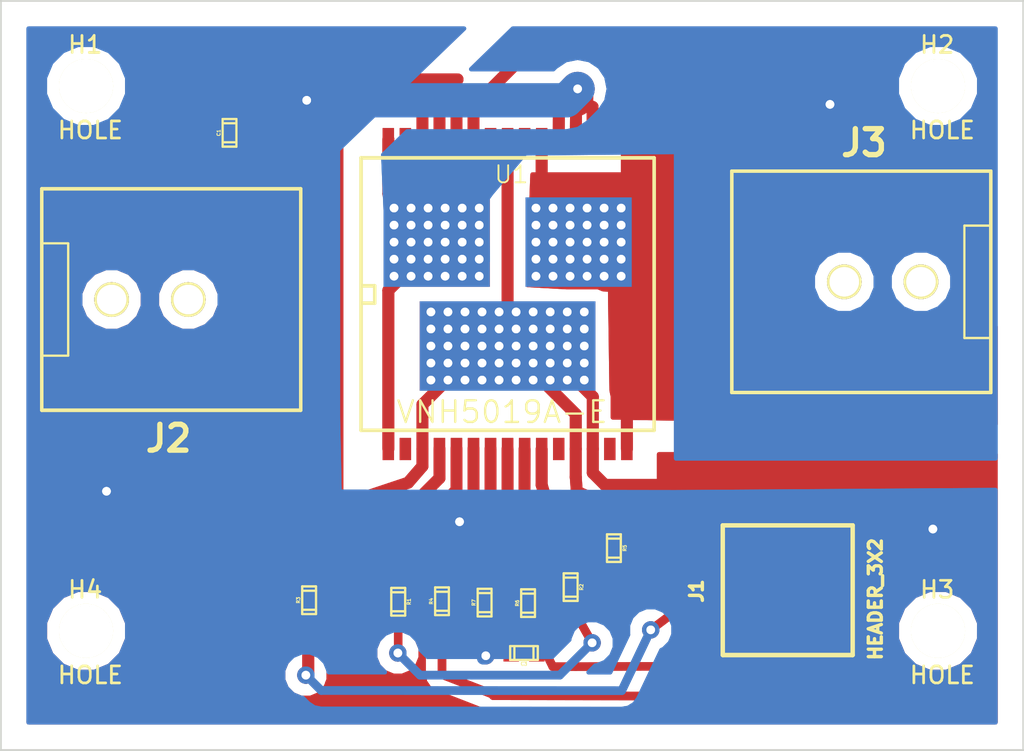
<source format=kicad_pcb>
(kicad_pcb (version 3) (host pcbnew "(2013-08-24 BZR 4298)-stable")

  (general
    (links 323)
    (no_connects 0)
    (area 116.949999 87.949999 177.050001 132.050001)
    (thickness 1.6)
    (drawings 12)
    (tracks 372)
    (zones 0)
    (modules 34)
    (nets 16)
  )

  (page A)
  (layers
    (15 F.Cu signal)
    (0 B.Cu signal)
    (16 B.Adhes user)
    (17 F.Adhes user)
    (18 B.Paste user)
    (19 F.Paste user)
    (20 B.SilkS user)
    (21 F.SilkS user)
    (22 B.Mask user)
    (23 F.Mask user)
    (24 Dwgs.User user)
    (25 Cmts.User user)
    (26 Eco1.User user)
    (27 Eco2.User user)
    (28 Edge.Cuts user)
  )

  (setup
    (last_trace_width 0.7)
    (user_trace_width 0.2)
    (user_trace_width 0.25)
    (user_trace_width 0.3)
    (user_trace_width 0.4)
    (user_trace_width 0.5)
    (user_trace_width 0.6)
    (user_trace_width 0.7)
    (user_trace_width 0.8)
    (user_trace_width 0.9)
    (user_trace_width 1)
    (user_trace_width 1.1)
    (user_trace_width 2)
    (trace_clearance 0.254)
    (zone_clearance 0.7)
    (zone_45_only no)
    (trace_min 0.1)
    (segment_width 0.2)
    (edge_width 0.1)
    (via_size 1.016)
    (via_drill 0.508)
    (via_min_size 0.7)
    (via_min_drill 0.4)
    (uvia_size 1.016)
    (uvia_drill 0.508)
    (uvias_allowed no)
    (uvia_min_size 0.39624)
    (uvia_min_drill 0.127)
    (pcb_text_width 0.3)
    (pcb_text_size 1.5 1.5)
    (mod_edge_width 0.15)
    (mod_text_size 1 1)
    (mod_text_width 0.15)
    (pad_size 2.032 2.032)
    (pad_drill 1.7272)
    (pad_to_mask_clearance 0)
    (aux_axis_origin 0 0)
    (visible_elements 7FFFFFFF)
    (pcbplotparams
      (layerselection 3178497)
      (usegerberextensions true)
      (excludeedgelayer true)
      (linewidth 0.150000)
      (plotframeref false)
      (viasonmask false)
      (mode 1)
      (useauxorigin false)
      (hpglpennumber 1)
      (hpglpenspeed 20)
      (hpglpendiameter 15)
      (hpglpenoverlay 2)
      (psnegative false)
      (psa4output false)
      (plotreference true)
      (plotvalue true)
      (plotothertext true)
      (plotinvisibletext false)
      (padsonsilk false)
      (subtractmaskfromsilk false)
      (outputformat 1)
      (mirror false)
      (drillshape 0)
      (scaleselection 1)
      (outputdirectory ""))
  )

  (net 0 "")
  (net 1 +2.8v)
  (net 2 CS)
  (net 3 GND)
  (net 4 IN_A)
  (net 5 IN_B)
  (net 6 Motor1OutA)
  (net 7 Motor1OutB)
  (net 8 N-0000010)
  (net 9 N-0000011)
  (net 10 N-0000016)
  (net 11 N-000006)
  (net 12 N-000007)
  (net 13 N-000009)
  (net 14 PWM)
  (net 15 Vin)

  (net_class Default "This is the default net class."
    (clearance 0.254)
    (trace_width 0.254)
    (via_dia 1.016)
    (via_drill 0.508)
    (uvia_dia 1.016)
    (uvia_drill 0.508)
    (add_net "")
    (add_net +2.8v)
    (add_net CS)
    (add_net GND)
    (add_net IN_A)
    (add_net IN_B)
    (add_net Motor1OutA)
    (add_net Motor1OutB)
    (add_net N-0000010)
    (add_net N-0000011)
    (add_net N-0000016)
    (add_net N-000006)
    (add_net N-000007)
    (add_net N-000009)
    (add_net PWM)
    (add_net Vin)
  )

  (module TED_2.1mm_DC_SMT_68mil (layer F.Cu) (tedit 52FFA443) (tstamp 530435DB)
    (at 167.5 104.5)
    (path /52D6165C)
    (fp_text reference J3 (at 0.15748 -8.15848) (layer F.SilkS)
      (effects (font (thickness 0.3048)))
    )
    (fp_text value DC_2.1MM (at 0.1016 8.49884) (layer F.SilkS) hide
      (effects (font (thickness 0.3048)))
    )
    (fp_line (start 7.6 -3.3) (end 6.05 -3.3) (layer F.SilkS) (width 0.127))
    (fp_line (start 6.05 -3.3) (end 6.05 3.3) (layer F.SilkS) (width 0.127))
    (fp_line (start 6.05 3.3) (end 7.575 3.3) (layer F.SilkS) (width 0.127))
    (fp_line (start -7.59968 -6.5024) (end 7.59968 -6.5024) (layer F.SilkS) (width 0.20066))
    (fp_line (start 7.59968 -6.5024) (end 7.59968 6.5024) (layer F.SilkS) (width 0.20066))
    (fp_line (start 7.59968 6.5024) (end -7.59968 6.5024) (layer F.SilkS) (width 0.20066))
    (fp_line (start -7.59968 6.5024) (end -7.59968 -6.5024) (layer F.SilkS) (width 0.20066))
    (pad "" np_thru_hole circle (at -1.00076 0) (size 2.032 2.032) (drill 1.7272)
      (layers *.Cu *.Mask F.SilkS)
    )
    (pad 1 smd rect (at 3.50012 5.4102) (size 1.99898 1.99898)
      (layers F.Cu F.Paste F.Mask)
      (net 7 Motor1OutB)
    )
    (pad 1 smd rect (at -2.60096 5.4102) (size 1.99898 1.99898)
      (layers F.Cu F.Paste F.Mask)
      (net 7 Motor1OutB)
    )
    (pad 2 smd rect (at 3.50012 -5.41528) (size 1.99898 1.99898)
      (layers F.Cu F.Paste F.Mask)
      (net 6 Motor1OutA)
    )
    (pad 3 smd rect (at -2.60096 -5.41528) (size 1.99898 1.99898)
      (layers F.Cu F.Paste F.Mask)
    )
    (pad "" np_thru_hole circle (at 3.50012 0) (size 2.032 2.032) (drill 1.7272)
      (layers *.Cu *.Mask F.SilkS)
    )
  )

  (module TED_2.1mm_DC_SMT_68mil (layer F.Cu) (tedit 52FFA443) (tstamp 530435CB)
    (at 127 105.54 180)
    (path /52503907)
    (fp_text reference J2 (at 0.15748 -8.15848 180) (layer F.SilkS)
      (effects (font (thickness 0.3048)))
    )
    (fp_text value DC_2.1MM (at 0.1016 8.49884 180) (layer F.SilkS) hide
      (effects (font (thickness 0.3048)))
    )
    (fp_line (start 7.6 -3.3) (end 6.05 -3.3) (layer F.SilkS) (width 0.127))
    (fp_line (start 6.05 -3.3) (end 6.05 3.3) (layer F.SilkS) (width 0.127))
    (fp_line (start 6.05 3.3) (end 7.575 3.3) (layer F.SilkS) (width 0.127))
    (fp_line (start -7.59968 -6.5024) (end 7.59968 -6.5024) (layer F.SilkS) (width 0.20066))
    (fp_line (start 7.59968 -6.5024) (end 7.59968 6.5024) (layer F.SilkS) (width 0.20066))
    (fp_line (start 7.59968 6.5024) (end -7.59968 6.5024) (layer F.SilkS) (width 0.20066))
    (fp_line (start -7.59968 6.5024) (end -7.59968 -6.5024) (layer F.SilkS) (width 0.20066))
    (pad "" np_thru_hole circle (at -1.00076 0 180) (size 2.032 2.032) (drill 1.7272)
      (layers *.Cu *.Mask F.SilkS)
    )
    (pad 1 smd rect (at 3.50012 5.4102 180) (size 1.99898 1.99898)
      (layers F.Cu F.Paste F.Mask)
      (net 15 Vin)
    )
    (pad 1 smd rect (at -2.60096 5.4102 180) (size 1.99898 1.99898)
      (layers F.Cu F.Paste F.Mask)
      (net 15 Vin)
    )
    (pad 2 smd rect (at 3.50012 -5.41528 180) (size 1.99898 1.99898)
      (layers F.Cu F.Paste F.Mask)
      (net 3 GND)
    )
    (pad 3 smd rect (at -2.60096 -5.41528 180) (size 1.99898 1.99898)
      (layers F.Cu F.Paste F.Mask)
    )
    (pad "" np_thru_hole circle (at 3.50012 0 180) (size 2.032 2.032) (drill 1.7272)
      (layers *.Cu *.Mask F.SilkS)
    )
  )

  (module TED_Hole_125mil (layer F.Cu) (tedit 52FFA308) (tstamp 530435C7)
    (at 122 125)
    (path /52D61D15)
    (fp_text reference H4 (at -0.05 -2.425) (layer F.SilkS)
      (effects (font (size 1 1) (thickness 0.15)))
    )
    (fp_text value HOLE (at 0.25 2.6) (layer F.SilkS)
      (effects (font (size 1 1) (thickness 0.15)))
    )
    (pad "" np_thru_hole circle (at 0 0) (size 3.175 3.175) (drill 3.175)
      (layers *.Cu *.Mask F.SilkS)
    )
  )

  (module TED_Hole_125mil (layer F.Cu) (tedit 52FFA308) (tstamp 530435C3)
    (at 172 125)
    (path /52D61D1B)
    (fp_text reference H3 (at -0.05 -2.425) (layer F.SilkS)
      (effects (font (size 1 1) (thickness 0.15)))
    )
    (fp_text value HOLE (at 0.25 2.6) (layer F.SilkS)
      (effects (font (size 1 1) (thickness 0.15)))
    )
    (pad "" np_thru_hole circle (at 0 0) (size 3.175 3.175) (drill 3.175)
      (layers *.Cu *.Mask F.SilkS)
    )
  )

  (module TED_Hole_125mil (layer F.Cu) (tedit 52FFA308) (tstamp 530435BF)
    (at 172 93)
    (path /52D61D21)
    (fp_text reference H2 (at -0.05 -2.425) (layer F.SilkS)
      (effects (font (size 1 1) (thickness 0.15)))
    )
    (fp_text value HOLE (at 0.25 2.6) (layer F.SilkS)
      (effects (font (size 1 1) (thickness 0.15)))
    )
    (pad "" np_thru_hole circle (at 0 0) (size 3.175 3.175) (drill 3.175)
      (layers *.Cu *.Mask F.SilkS)
    )
  )

  (module TED_Hole_125mil (layer F.Cu) (tedit 52FFA308) (tstamp 530435BB)
    (at 122 93)
    (path /52D61D03)
    (fp_text reference H1 (at -0.05 -2.425) (layer F.SilkS)
      (effects (font (size 1 1) (thickness 0.15)))
    )
    (fp_text value HOLE (at 0.25 2.6) (layer F.SilkS)
      (effects (font (size 1 1) (thickness 0.15)))
    )
    (pad "" np_thru_hole circle (at 0 0) (size 3.175 3.175) (drill 3.175)
      (layers *.Cu *.Mask F.SilkS)
    )
  )

  (module TED_MultiPowerSO-30_2mil_hole (layer F.Cu) (tedit 52FFA253) (tstamp 5304351F)
    (at 146.74 105.22)
    (descr "Module CMS SOJ 16 pins tres large")
    (tags "CMS SOJ")
    (path /525F77E9)
    (attr smd)
    (fp_text reference U1 (at 0.225 -7.025) (layer F.SilkS)
      (effects (font (size 1 1) (thickness 0.1)))
    )
    (fp_text value VNH5019A-E (at -0.325 6.925) (layer F.SilkS)
      (effects (font (size 1.27 1.27) (thickness 0.127)))
    )
    (fp_line (start -8.6 8) (end -8.6 -8) (layer F.SilkS) (width 0.2032))
    (fp_line (start 8.6 -8) (end 8.6 8) (layer F.SilkS) (width 0.2032))
    (fp_line (start -8.6 -8) (end 8.6 -8) (layer F.SilkS) (width 0.2032))
    (fp_line (start 8.6 8) (end -8.6 8) (layer F.SilkS) (width 0.2032))
    (fp_line (start -8.561 -0.483) (end -7.799 -0.483) (layer F.SilkS) (width 0.2032))
    (fp_line (start -7.799 -0.483) (end -7.799 0.533) (layer F.SilkS) (width 0.2032))
    (fp_line (start -7.799 0.533) (end -8.561 0.533) (layer F.SilkS) (width 0.2032))
    (pad 22 smd rect (at 1 -9.1) (size 0.67 1.3)
      (layers F.Cu F.Paste F.Mask)
    )
    (pad 21 smd rect (at 2 -9.1) (size 0.67 1.3)
      (layers F.Cu F.Paste F.Mask)
      (net 7 Motor1OutB)
    )
    (pad 20 smd rect (at 3 -9.1) (size 0.67 1.3)
      (layers F.Cu F.Paste F.Mask)
      (net 3 GND)
    )
    (pad 19 smd rect (at 4 -9.1) (size 0.67 1.3)
      (layers F.Cu F.Paste F.Mask)
      (net 3 GND)
    )
    (pad 18 smd rect (at 5 -9.1) (size 0.67 1.3)
      (layers F.Cu F.Paste F.Mask)
      (net 3 GND)
    )
    (pad 17 smd rect (at 6 -9.1) (size 0.67 1.3)
      (layers F.Cu F.Paste F.Mask)
    )
    (pad 16 smd rect (at 7 -9.1) (size 0.67 1.3)
      (layers F.Cu F.Paste F.Mask)
      (net 7 Motor1OutB)
      (zone_connect 2)
    )
    (pad 15 smd rect (at 7 9.1) (size 0.67 1.3)
      (layers F.Cu F.Paste F.Mask)
      (net 7 Motor1OutB)
    )
    (pad 14 smd rect (at 6 9.1) (size 0.67 1.3)
      (layers F.Cu F.Paste F.Mask)
    )
    (pad 13 smd rect (at 5 9.1) (size 0.67 1.3)
      (layers F.Cu F.Paste F.Mask)
      (net 15 Vin)
    )
    (pad 12 smd rect (at 4 9.1) (size 0.67 1.3)
      (layers F.Cu F.Paste F.Mask)
      (net 15 Vin)
    )
    (pad 11 smd rect (at 3 9.1) (size 0.67 1.3)
      (layers F.Cu F.Paste F.Mask)
    )
    (pad 10 smd rect (at 2 9.1) (size 0.67 1.3)
      (layers F.Cu F.Paste F.Mask)
      (net 5 IN_B)
    )
    (pad 9 smd rect (at 1 9.1) (size 0.67 1.3)
      (layers F.Cu F.Paste F.Mask)
      (net 11 N-000006)
    )
    (pad 1 smd rect (at -7 9.1) (size 0.67 1.3)
      (layers F.Cu F.Paste F.Mask)
      (net 6 Motor1OutA)
    )
    (pad 2 smd rect (at -6 9.1) (size 0.67 1.3)
      (layers F.Cu F.Paste F.Mask)
    )
    (pad 3 smd rect (at -5 9.1) (size 0.67 1.3)
      (layers F.Cu F.Paste F.Mask)
      (net 15 Vin)
    )
    (pad 4 smd rect (at -4 9.1) (size 0.67 1.3)
      (layers F.Cu F.Paste F.Mask)
      (net 4 IN_A)
    )
    (pad 5 smd rect (at -3 9.1) (size 0.67 1.3)
      (layers F.Cu F.Paste F.Mask)
      (net 12 N-000007)
    )
    (pad 6 smd rect (at -2 9.1) (size 0.67 1.3)
      (layers F.Cu F.Paste F.Mask)
      (net 3 GND)
    )
    (pad 7 smd rect (at -1 9.1) (size 0.67 1.3)
      (layers F.Cu F.Paste F.Mask)
      (net 14 PWM)
    )
    (pad 8 smd rect (at 0 9.1) (size 0.67 1.3)
      (layers F.Cu F.Paste F.Mask)
      (net 2 CS)
    )
    (pad 23 smd rect (at 0 -9.1) (size 0.67 1.3)
      (layers F.Cu F.Paste F.Mask)
      (net 15 Vin)
    )
    (pad 24 smd rect (at -1 -9.1) (size 0.67 1.3)
      (layers F.Cu F.Paste F.Mask)
    )
    (pad 25 smd rect (at -2 -9.1) (size 0.67 1.3)
      (layers F.Cu F.Paste F.Mask)
      (net 6 Motor1OutA)
    )
    (pad 26 smd rect (at -3 -9.1) (size 0.67 1.3)
      (layers F.Cu F.Paste F.Mask)
      (net 3 GND)
    )
    (pad 27 smd rect (at -4 -9.1) (size 0.67 1.3)
      (layers F.Cu F.Paste F.Mask)
      (net 3 GND)
    )
    (pad 28 smd rect (at -5 -9.1) (size 0.67 1.3)
      (layers F.Cu F.Paste F.Mask)
      (net 3 GND)
    )
    (pad 29 smd rect (at -6 -9.1) (size 0.67 1.3)
      (layers F.Cu F.Paste F.Mask)
    )
    (pad 30 smd rect (at -7 -9.1) (size 0.67 1.3)
      (layers F.Cu F.Paste F.Mask)
      (net 6 Motor1OutA)
    )
    (pad 33 smd rect (at -4.165 -3.05) (size 6.23 5.25)
      (layers F.Cu F.Paste F.Mask)
      (net 6 Motor1OutA)
      (zone_connect 2)
    )
    (pad 32 smd rect (at 4.165 -3.05) (size 6.23 5.25)
      (layers F.Cu F.Paste F.Mask)
      (net 7 Motor1OutB)
      (zone_connect 2)
    )
    (pad 31 smd rect (at 0 3.05) (size 10.3 5.25)
      (layers F.Cu F.Paste F.Mask)
      (net 15 Vin)
      (zone_connect 2)
    )
    (pad 33 thru_hole circle (at -6.665 -5.05) (size 0.508 0.508) (drill 0.508)
      (layers *.Cu)
      (net 6 Motor1OutA)
      (zone_connect 2)
    )
    (pad 33 thru_hole circle (at -5.665 -5.05) (size 0.508 0.508) (drill 0.508)
      (layers *.Cu)
      (net 6 Motor1OutA)
      (zone_connect 2)
    )
    (pad 33 thru_hole circle (at -4.665 -5.05) (size 0.508 0.508) (drill 0.508)
      (layers *.Cu)
      (net 6 Motor1OutA)
      (zone_connect 2)
    )
    (pad 33 thru_hole circle (at -3.665 -5.05) (size 0.508 0.508) (drill 0.508)
      (layers *.Cu)
      (net 6 Motor1OutA)
      (zone_connect 2)
    )
    (pad 33 thru_hole circle (at -2.665 -5.05) (size 0.508 0.508) (drill 0.508)
      (layers *.Cu)
      (net 6 Motor1OutA)
      (zone_connect 2)
    )
    (pad 33 thru_hole circle (at -1.665 -5.05) (size 0.508 0.508) (drill 0.508)
      (layers *.Cu)
      (net 6 Motor1OutA)
      (zone_connect 2)
    )
    (pad 32 thru_hole circle (at 6.665 -5.05) (size 0.508 0.508) (drill 0.508)
      (layers *.Cu)
      (net 7 Motor1OutB)
      (zone_connect 2)
    )
    (pad 32 thru_hole circle (at 5.665 -5.05) (size 0.508 0.508) (drill 0.508)
      (layers *.Cu)
      (net 7 Motor1OutB)
      (zone_connect 2)
    )
    (pad 32 thru_hole circle (at 4.665 -5.05) (size 0.508 0.508) (drill 0.508)
      (layers *.Cu)
      (net 7 Motor1OutB)
      (zone_connect 2)
    )
    (pad 32 thru_hole circle (at 3.665 -5.05) (size 0.508 0.508) (drill 0.508)
      (layers *.Cu)
      (net 7 Motor1OutB)
      (zone_connect 2)
    )
    (pad 32 thru_hole circle (at 2.665 -5.05) (size 0.508 0.508) (drill 0.508)
      (layers *.Cu)
      (net 7 Motor1OutB)
      (zone_connect 2)
    )
    (pad 32 thru_hole circle (at 1.665 -5.05) (size 0.508 0.508) (drill 0.508)
      (layers *.Cu)
      (net 7 Motor1OutB)
      (zone_connect 2)
    )
    (pad 32 thru_hole circle (at 6.665 -4.05) (size 0.508 0.508) (drill 0.508)
      (layers *.Cu)
      (net 7 Motor1OutB)
      (zone_connect 2)
    )
    (pad 32 thru_hole circle (at 5.665 -4.05) (size 0.508 0.508) (drill 0.508)
      (layers *.Cu)
      (net 7 Motor1OutB)
      (zone_connect 2)
    )
    (pad 32 thru_hole circle (at 4.665 -4.05) (size 0.508 0.508) (drill 0.508)
      (layers *.Cu)
      (net 7 Motor1OutB)
      (zone_connect 2)
    )
    (pad 32 thru_hole circle (at 3.665 -4.05) (size 0.508 0.508) (drill 0.508)
      (layers *.Cu)
      (net 7 Motor1OutB)
      (zone_connect 2)
    )
    (pad 32 thru_hole circle (at 2.665 -4.05) (size 0.508 0.508) (drill 0.508)
      (layers *.Cu)
      (net 7 Motor1OutB)
      (zone_connect 2)
    )
    (pad 32 thru_hole circle (at 1.665 -4.05) (size 0.508 0.508) (drill 0.508)
      (layers *.Cu)
      (net 7 Motor1OutB)
      (zone_connect 2)
    )
    (pad 33 thru_hole circle (at -1.665 -4.05) (size 0.508 0.508) (drill 0.508)
      (layers *.Cu)
      (net 6 Motor1OutA)
      (zone_connect 2)
    )
    (pad 33 thru_hole circle (at -2.665 -4.05) (size 0.508 0.508) (drill 0.508)
      (layers *.Cu)
      (net 6 Motor1OutA)
      (zone_connect 2)
    )
    (pad 33 thru_hole circle (at -3.665 -4.05) (size 0.508 0.508) (drill 0.508)
      (layers *.Cu)
      (net 6 Motor1OutA)
      (zone_connect 2)
    )
    (pad 33 thru_hole circle (at -4.665 -4.05) (size 0.508 0.508) (drill 0.508)
      (layers *.Cu)
      (net 6 Motor1OutA)
      (zone_connect 2)
    )
    (pad 33 thru_hole circle (at -5.665 -4.05) (size 0.508 0.508) (drill 0.508)
      (layers *.Cu)
      (net 6 Motor1OutA)
      (zone_connect 2)
    )
    (pad 33 thru_hole circle (at -6.665 -4.05) (size 0.508 0.508) (drill 0.508)
      (layers *.Cu)
      (net 6 Motor1OutA)
      (zone_connect 2)
    )
    (pad 32 thru_hole circle (at 1.665 -3.05) (size 0.508 0.508) (drill 0.508)
      (layers *.Cu)
      (net 7 Motor1OutB)
      (zone_connect 2)
    )
    (pad 32 thru_hole circle (at 2.665 -3.05) (size 0.508 0.508) (drill 0.508)
      (layers *.Cu)
      (net 7 Motor1OutB)
      (zone_connect 2)
    )
    (pad 32 thru_hole circle (at 3.665 -3.05) (size 0.508 0.508) (drill 0.508)
      (layers *.Cu)
      (net 7 Motor1OutB)
      (zone_connect 2)
    )
    (pad 32 thru_hole circle (at 4.665 -3.05) (size 0.508 0.508) (drill 0.508)
      (layers *.Cu)
      (net 7 Motor1OutB)
      (zone_connect 2)
    )
    (pad 32 thru_hole circle (at 5.665 -3.05) (size 0.508 0.508) (drill 0.508)
      (layers *.Cu)
      (net 7 Motor1OutB)
      (zone_connect 2)
    )
    (pad 32 thru_hole circle (at 6.665 -3.05) (size 0.508 0.508) (drill 0.508)
      (layers *.Cu)
      (net 7 Motor1OutB)
      (zone_connect 2)
    )
    (pad 33 thru_hole circle (at -1.665 -3.05) (size 0.508 0.508) (drill 0.508)
      (layers *.Cu)
      (net 6 Motor1OutA)
      (zone_connect 2)
    )
    (pad 33 thru_hole circle (at -2.665 -3.05) (size 0.508 0.508) (drill 0.508)
      (layers *.Cu)
      (net 6 Motor1OutA)
      (zone_connect 2)
    )
    (pad 33 thru_hole circle (at -3.665 -3.05) (size 0.508 0.508) (drill 0.508)
      (layers *.Cu)
      (net 6 Motor1OutA)
      (zone_connect 2)
    )
    (pad 33 thru_hole circle (at -4.665 -3.05) (size 0.508 0.508) (drill 0.508)
      (layers *.Cu)
      (net 6 Motor1OutA)
      (zone_connect 2)
    )
    (pad 33 thru_hole circle (at -5.665 -3.05) (size 0.508 0.508) (drill 0.508)
      (layers *.Cu)
      (net 6 Motor1OutA)
      (zone_connect 2)
    )
    (pad 33 thru_hole circle (at -6.665 -3.05) (size 0.508 0.508) (drill 0.508)
      (layers *.Cu)
      (net 6 Motor1OutA)
      (zone_connect 2)
    )
    (pad 33 thru_hole circle (at -6.665 -2.05) (size 0.508 0.508) (drill 0.508)
      (layers *.Cu)
      (net 6 Motor1OutA)
      (zone_connect 2)
    )
    (pad 33 thru_hole circle (at -5.665 -2.05) (size 0.508 0.508) (drill 0.508)
      (layers *.Cu)
      (net 6 Motor1OutA)
      (zone_connect 2)
    )
    (pad 33 thru_hole circle (at -4.665 -2.05) (size 0.508 0.508) (drill 0.508)
      (layers *.Cu)
      (net 6 Motor1OutA)
      (zone_connect 2)
    )
    (pad 33 thru_hole circle (at -3.665 -2.05) (size 0.508 0.508) (drill 0.508)
      (layers *.Cu)
      (net 6 Motor1OutA)
      (zone_connect 2)
    )
    (pad 33 thru_hole circle (at -2.665 -2.05) (size 0.508 0.508) (drill 0.508)
      (layers *.Cu)
      (net 6 Motor1OutA)
      (zone_connect 2)
    )
    (pad 33 thru_hole circle (at -1.665 -2.05) (size 0.508 0.508) (drill 0.508)
      (layers *.Cu)
      (net 6 Motor1OutA)
      (zone_connect 2)
    )
    (pad 32 thru_hole circle (at 1.665 -2.05) (size 0.508 0.508) (drill 0.508)
      (layers *.Cu)
      (net 7 Motor1OutB)
      (zone_connect 2)
    )
    (pad 32 thru_hole circle (at 2.665 -2.05) (size 0.508 0.508) (drill 0.508)
      (layers *.Cu)
      (net 7 Motor1OutB)
      (zone_connect 2)
    )
    (pad 32 thru_hole circle (at 3.665 -2.05) (size 0.508 0.508) (drill 0.508)
      (layers *.Cu)
      (net 7 Motor1OutB)
      (zone_connect 2)
    )
    (pad 32 thru_hole circle (at 4.665 -2.05) (size 0.508 0.508) (drill 0.508)
      (layers *.Cu)
      (net 7 Motor1OutB)
      (zone_connect 2)
    )
    (pad 32 thru_hole circle (at 5.665 -2.05) (size 0.508 0.508) (drill 0.508)
      (layers *.Cu)
      (net 7 Motor1OutB)
      (zone_connect 2)
    )
    (pad 32 thru_hole circle (at 6.665 -2.05) (size 0.508 0.508) (drill 0.508)
      (layers *.Cu)
      (net 7 Motor1OutB)
      (zone_connect 2)
    )
    (pad 33 thru_hole circle (at -6.665 -1.05) (size 0.508 0.508) (drill 0.508)
      (layers *.Cu)
      (net 6 Motor1OutA)
      (zone_connect 2)
    )
    (pad 33 thru_hole circle (at -5.665 -1.05) (size 0.508 0.508) (drill 0.508)
      (layers *.Cu)
      (net 6 Motor1OutA)
      (zone_connect 2)
    )
    (pad 33 thru_hole circle (at -4.665 -1.05) (size 0.508 0.508) (drill 0.508)
      (layers *.Cu)
      (net 6 Motor1OutA)
      (zone_connect 2)
    )
    (pad 33 thru_hole circle (at -3.665 -1.05) (size 0.508 0.508) (drill 0.508)
      (layers *.Cu)
      (net 6 Motor1OutA)
      (zone_connect 2)
    )
    (pad 33 thru_hole circle (at -2.665 -1.05) (size 0.508 0.508) (drill 0.508)
      (layers *.Cu)
      (net 6 Motor1OutA)
      (zone_connect 2)
    )
    (pad 33 thru_hole circle (at -1.665 -1.05) (size 0.508 0.508) (drill 0.508)
      (layers *.Cu)
      (net 6 Motor1OutA)
      (zone_connect 2)
    )
    (pad 32 thru_hole circle (at 1.665 -1.05) (size 0.508 0.508) (drill 0.508)
      (layers *.Cu)
      (net 7 Motor1OutB)
      (zone_connect 2)
    )
    (pad 32 thru_hole circle (at 2.665 -1.05) (size 0.508 0.508) (drill 0.508)
      (layers *.Cu)
      (net 7 Motor1OutB)
      (zone_connect 2)
    )
    (pad 32 thru_hole circle (at 3.665 -1.05) (size 0.508 0.508) (drill 0.508)
      (layers *.Cu)
      (net 7 Motor1OutB)
      (zone_connect 2)
    )
    (pad 32 thru_hole circle (at 4.665 -1.05) (size 0.508 0.508) (drill 0.508)
      (layers *.Cu)
      (net 7 Motor1OutB)
      (zone_connect 2)
    )
    (pad 32 thru_hole circle (at 5.665 -1.05) (size 0.508 0.508) (drill 0.508)
      (layers *.Cu)
      (net 7 Motor1OutB)
      (zone_connect 2)
    )
    (pad 32 thru_hole circle (at 6.665 -1.05) (size 0.508 0.508) (drill 0.508)
      (layers *.Cu)
      (net 7 Motor1OutB)
      (zone_connect 2)
    )
    (pad 31 thru_hole circle (at 1.5 1.05) (size 0.508 0.508) (drill 0.508)
      (layers *.Cu)
      (net 15 Vin)
      (zone_connect 2)
    )
    (pad 31 thru_hole circle (at 2.5 1.05) (size 0.508 0.508) (drill 0.508)
      (layers *.Cu)
      (net 15 Vin)
      (zone_connect 2)
    )
    (pad 31 thru_hole circle (at 3.5 1.05) (size 0.508 0.508) (drill 0.508)
      (layers *.Cu)
      (net 15 Vin)
      (zone_connect 2)
    )
    (pad 31 thru_hole circle (at 4.5 1.05) (size 0.508 0.508) (drill 0.508)
      (layers *.Cu)
      (net 15 Vin)
      (zone_connect 2)
    )
    (pad 31 thru_hole circle (at 4.5 2.05) (size 0.508 0.508) (drill 0.508)
      (layers *.Cu)
      (net 15 Vin)
      (zone_connect 2)
    )
    (pad 31 thru_hole circle (at 3.5 2.05) (size 0.508 0.508) (drill 0.508)
      (layers *.Cu)
      (net 15 Vin)
      (zone_connect 2)
    )
    (pad 31 thru_hole circle (at 2.5 2.05) (size 0.508 0.508) (drill 0.508)
      (layers *.Cu)
      (net 15 Vin)
      (zone_connect 2)
    )
    (pad 31 thru_hole circle (at 1.5 2.05) (size 0.508 0.508) (drill 0.508)
      (layers *.Cu)
      (net 15 Vin)
      (zone_connect 2)
    )
    (pad 31 thru_hole circle (at 4.5 3.05) (size 0.508 0.508) (drill 0.508)
      (layers *.Cu)
      (net 15 Vin)
      (zone_connect 2)
    )
    (pad 31 thru_hole circle (at 3.5 3.05) (size 0.508 0.508) (drill 0.508)
      (layers *.Cu)
      (net 15 Vin)
      (zone_connect 2)
    )
    (pad 31 thru_hole circle (at 2.5 3.05) (size 0.508 0.508) (drill 0.508)
      (layers *.Cu)
      (net 15 Vin)
      (zone_connect 2)
    )
    (pad 31 thru_hole circle (at 1.5 3.05) (size 0.508 0.508) (drill 0.508)
      (layers *.Cu)
      (net 15 Vin)
      (zone_connect 2)
    )
    (pad 31 thru_hole circle (at 1.5 4.05) (size 0.508 0.508) (drill 0.508)
      (layers *.Cu)
      (net 15 Vin)
      (zone_connect 2)
    )
    (pad 31 thru_hole circle (at 2.5 4.05) (size 0.508 0.508) (drill 0.508)
      (layers *.Cu)
      (net 15 Vin)
      (zone_connect 2)
    )
    (pad 31 thru_hole circle (at 3.5 4.05) (size 0.508 0.508) (drill 0.508)
      (layers *.Cu)
      (net 15 Vin)
      (zone_connect 2)
    )
    (pad 31 thru_hole circle (at 4.5 4.05) (size 0.508 0.508) (drill 0.508)
      (layers *.Cu)
      (net 15 Vin)
      (zone_connect 2)
    )
    (pad 31 thru_hole circle (at 1.5 5.05) (size 0.508 0.508) (drill 0.508)
      (layers *.Cu)
      (net 15 Vin)
      (zone_connect 2)
    )
    (pad 31 thru_hole circle (at 2.5 5.05) (size 0.508 0.508) (drill 0.508)
      (layers *.Cu)
      (net 15 Vin)
      (zone_connect 2)
    )
    (pad 31 thru_hole circle (at 3.5 5.05) (size 0.508 0.508) (drill 0.508)
      (layers *.Cu)
      (net 15 Vin)
      (zone_connect 2)
    )
    (pad 31 thru_hole circle (at 4.5 5.05) (size 0.508 0.508) (drill 0.508)
      (layers *.Cu)
      (net 15 Vin)
      (zone_connect 2)
    )
    (pad 31 thru_hole circle (at 0.5 5.05) (size 0.508 0.508) (drill 0.508)
      (layers *.Cu)
      (net 15 Vin)
      (zone_connect 2)
    )
    (pad 31 thru_hole circle (at -0.5 5.05) (size 0.508 0.508) (drill 0.508)
      (layers *.Cu)
      (net 15 Vin)
      (zone_connect 2)
    )
    (pad 31 thru_hole circle (at -1.5 5.05) (size 0.508 0.508) (drill 0.508)
      (layers *.Cu)
      (net 15 Vin)
      (zone_connect 2)
    )
    (pad 31 thru_hole circle (at -2.5 5.05) (size 0.508 0.508) (drill 0.508)
      (layers *.Cu)
      (net 15 Vin)
      (zone_connect 2)
    )
    (pad 31 thru_hole circle (at -3.5 5.05) (size 0.508 0.508) (drill 0.508)
      (layers *.Cu)
      (net 15 Vin)
      (zone_connect 2)
    )
    (pad 31 thru_hole circle (at -4.5 5.05) (size 0.508 0.508) (drill 0.508)
      (layers *.Cu)
      (net 15 Vin)
      (zone_connect 2)
    )
    (pad 31 thru_hole circle (at 0.5 4.05) (size 0.508 0.508) (drill 0.508)
      (layers *.Cu)
      (net 15 Vin)
      (zone_connect 2)
    )
    (pad 31 thru_hole circle (at -0.5 4.05) (size 0.508 0.508) (drill 0.508)
      (layers *.Cu)
      (net 15 Vin)
      (zone_connect 2)
    )
    (pad 31 thru_hole circle (at -1.5 4.05) (size 0.508 0.508) (drill 0.508)
      (layers *.Cu)
      (net 15 Vin)
      (zone_connect 2)
    )
    (pad 31 thru_hole circle (at -2.5 4.05) (size 0.508 0.508) (drill 0.508)
      (layers *.Cu)
      (net 15 Vin)
      (zone_connect 2)
    )
    (pad 31 thru_hole circle (at -3.5 4.05) (size 0.508 0.508) (drill 0.508)
      (layers *.Cu)
      (net 15 Vin)
      (zone_connect 2)
    )
    (pad 31 thru_hole circle (at -4.5 4.05) (size 0.508 0.508) (drill 0.508)
      (layers *.Cu)
      (net 15 Vin)
      (zone_connect 2)
    )
    (pad 31 thru_hole circle (at -4.5 3.05) (size 0.508 0.508) (drill 0.508)
      (layers *.Cu)
      (net 15 Vin)
      (zone_connect 2)
    )
    (pad 31 thru_hole circle (at -3.5 3.05) (size 0.508 0.508) (drill 0.508)
      (layers *.Cu)
      (net 15 Vin)
      (zone_connect 2)
    )
    (pad 31 thru_hole circle (at -2.5 3.05) (size 0.508 0.508) (drill 0.508)
      (layers *.Cu)
      (net 15 Vin)
      (zone_connect 2)
    )
    (pad 31 thru_hole circle (at -1.5 3.05) (size 0.508 0.508) (drill 0.508)
      (layers *.Cu)
      (net 15 Vin)
      (zone_connect 2)
    )
    (pad 31 thru_hole circle (at -0.5 3.05) (size 0.508 0.508) (drill 0.508)
      (layers *.Cu)
      (net 15 Vin)
      (zone_connect 2)
    )
    (pad 31 thru_hole circle (at 0.5 3.05) (size 0.508 0.508) (drill 0.508)
      (layers *.Cu)
      (net 15 Vin)
      (zone_connect 2)
    )
    (pad 31 thru_hole circle (at -4.5 2.05) (size 0.508 0.508) (drill 0.508)
      (layers *.Cu)
      (net 15 Vin)
      (zone_connect 2)
    )
    (pad 31 thru_hole circle (at -3.5 2.05) (size 0.508 0.508) (drill 0.508)
      (layers *.Cu)
      (net 15 Vin)
      (zone_connect 2)
    )
    (pad 31 thru_hole circle (at -2.5 2.05) (size 0.508 0.508) (drill 0.508)
      (layers *.Cu)
      (net 15 Vin)
      (zone_connect 2)
    )
    (pad 31 thru_hole circle (at -1.5 2.05) (size 0.508 0.508) (drill 0.508)
      (layers *.Cu)
      (net 15 Vin)
      (zone_connect 2)
    )
    (pad 31 thru_hole circle (at -0.5 2.05) (size 0.508 0.508) (drill 0.508)
      (layers *.Cu)
      (net 15 Vin)
      (zone_connect 2)
    )
    (pad 31 thru_hole circle (at 0.5 2.05) (size 0.508 0.508) (drill 0.508)
      (layers *.Cu)
      (net 15 Vin)
      (zone_connect 2)
    )
    (pad 31 thru_hole circle (at 0.5 1.05) (size 0.508 0.508) (drill 0.508)
      (layers *.Cu)
      (net 15 Vin)
      (zone_connect 2)
    )
    (pad 31 thru_hole circle (at -0.5 1.05) (size 0.508 0.508) (drill 0.508)
      (layers *.Cu)
      (net 15 Vin)
      (zone_connect 2)
    )
    (pad 31 thru_hole circle (at -1.5 1.05) (size 0.508 0.508) (drill 0.508)
      (layers *.Cu)
      (net 15 Vin)
      (zone_connect 2)
    )
    (pad 31 thru_hole circle (at -2.5 1.05) (size 0.508 0.508) (drill 0.508)
      (layers *.Cu)
      (net 15 Vin)
      (zone_connect 2)
    )
    (pad 31 thru_hole circle (at -3.5 1.05) (size 0.508 0.508) (drill 0.508)
      (layers *.Cu)
      (net 15 Vin)
      (zone_connect 2)
    )
    (pad 31 thru_hole circle (at -4.5 1.05) (size 0.508 0.508) (drill 0.508)
      (layers *.Cu)
      (net 15 Vin)
      (zone_connect 2)
    )
    (pad 33 smd rect (at -4.165 -3.05) (size 6.23 5.25)
      (layers B.Cu F.Paste F.Mask)
      (net 6 Motor1OutA)
      (zone_connect 2)
    )
    (pad 32 smd rect (at 4.165 -3.05) (size 6.23 5.25)
      (layers B.Cu F.Paste F.Mask)
      (net 7 Motor1OutB)
      (zone_connect 2)
    )
    (pad 31 smd rect (at 0 3.05) (size 10.3 5.25)
      (layers B.Cu F.Paste F.Mask)
      (net 15 Vin)
      (zone_connect 2)
    )
    (model smd/cms_so16.wrl
      (at (xyz 0 0 0))
      (scale (xyz 0.5 0.6 0.5))
      (rotate (xyz 0 0 0))
    )
  )

  (module TED_HEADER_3x2_SMT (layer F.Cu) (tedit 52D47E00) (tstamp 53043512)
    (at 163.18 122.61 270)
    (path /52D6167D)
    (fp_text reference J1 (at 0.05 5.35 270) (layer F.SilkS)
      (effects (font (size 0.762 0.762) (thickness 0.1905)))
    )
    (fp_text value HEADER_3X2 (at 0.525 -5.15 270) (layer F.SilkS)
      (effects (font (size 0.762 0.762) (thickness 0.1905)))
    )
    (fp_line (start 3.81 -3.81) (end -3.81 -3.81) (layer F.SilkS) (width 0.254))
    (fp_line (start 3.81 -3.81) (end 3.81 3.81) (layer F.SilkS) (width 0.254))
    (fp_line (start 3.81 3.81) (end -3.81 3.81) (layer F.SilkS) (width 0.254))
    (fp_line (start -3.81 3.81) (end -3.81 -3.81) (layer F.SilkS) (width 0.254))
    (pad 1 smd rect (at -2.54 2.54 270) (size 0.9906 2.54)
      (layers F.Cu F.Paste F.Mask)
      (net 1 +2.8v)
      (clearance 0.508)
    )
    (pad 2 smd rect (at 0 2.54 270) (size 0.9906 2.54)
      (layers F.Cu F.Paste F.Mask)
      (net 13 N-000009)
      (clearance 0.508)
    )
    (pad 3 smd rect (at 2.54 2.54 270) (size 0.9906 2.54)
      (layers F.Cu F.Paste F.Mask)
      (net 8 N-0000010)
      (clearance 0.508)
    )
    (pad 4 smd rect (at 2.54 -2.54 270) (size 0.9906 2.54)
      (layers F.Cu F.Paste F.Mask)
      (net 10 N-0000016)
      (clearance 0.508)
    )
    (pad 5 smd rect (at 0 -2.54 270) (size 0.9906 2.54)
      (layers F.Cu F.Paste F.Mask)
      (net 9 N-0000011)
      (clearance 0.508)
    )
    (pad 6 smd rect (at -2.54 -2.54 270) (size 0.9906 2.54)
      (layers F.Cu F.Paste F.Mask)
      (net 3 GND)
      (clearance 0.508)
    )
  )

  (module TED_SM0603 (layer F.Cu) (tedit 527731CB) (tstamp 53043507)
    (at 130.42 95.75 90)
    (descr "SMT capacitor, 0603")
    (path /5260B0D0)
    (fp_text reference C1 (at 0 -0.635 90) (layer F.SilkS)
      (effects (font (size 0.20066 0.20066) (thickness 0.04064)))
    )
    (fp_text value ".1uF (50v)" (at 0 0.635 90) (layer F.SilkS) hide
      (effects (font (size 0.20066 0.20066) (thickness 0.04064)))
    )
    (fp_line (start 0.5588 0.4064) (end 0.5588 -0.4064) (layer F.SilkS) (width 0.127))
    (fp_line (start -0.5588 -0.381) (end -0.5588 0.4064) (layer F.SilkS) (width 0.127))
    (fp_line (start -0.8128 -0.4064) (end 0.8128 -0.4064) (layer F.SilkS) (width 0.127))
    (fp_line (start 0.8128 -0.4064) (end 0.8128 0.4064) (layer F.SilkS) (width 0.127))
    (fp_line (start 0.8128 0.4064) (end -0.8128 0.4064) (layer F.SilkS) (width 0.127))
    (fp_line (start -0.8128 0.4064) (end -0.8128 -0.4064) (layer F.SilkS) (width 0.127))
    (pad 2 smd rect (at 0.75184 0 90) (size 0.89916 1.00076)
      (layers F.Cu F.Paste F.Mask)
      (net 3 GND)
      (clearance 0.1)
    )
    (pad 1 smd rect (at -0.75184 0 90) (size 0.89916 1.00076)
      (layers F.Cu F.Paste F.Mask)
      (net 15 Vin)
      (clearance 0.1)
    )
    (model smd/capacitors/c_0603.wrl
      (at (xyz 0 0 0))
      (scale (xyz 1 1 1))
      (rotate (xyz 0 0 0))
    )
  )

  (module TED_SM0603 (layer F.Cu) (tedit 527731CB) (tstamp 530434FC)
    (at 147.7 126.3 180)
    (descr "SMT capacitor, 0603")
    (path /5260AA63)
    (fp_text reference C3 (at 0 -0.635 180) (layer F.SilkS)
      (effects (font (size 0.20066 0.20066) (thickness 0.04064)))
    )
    (fp_text value 33nF (at 0 0.635 180) (layer F.SilkS) hide
      (effects (font (size 0.20066 0.20066) (thickness 0.04064)))
    )
    (fp_line (start 0.5588 0.4064) (end 0.5588 -0.4064) (layer F.SilkS) (width 0.127))
    (fp_line (start -0.5588 -0.381) (end -0.5588 0.4064) (layer F.SilkS) (width 0.127))
    (fp_line (start -0.8128 -0.4064) (end 0.8128 -0.4064) (layer F.SilkS) (width 0.127))
    (fp_line (start 0.8128 -0.4064) (end 0.8128 0.4064) (layer F.SilkS) (width 0.127))
    (fp_line (start 0.8128 0.4064) (end -0.8128 0.4064) (layer F.SilkS) (width 0.127))
    (fp_line (start -0.8128 0.4064) (end -0.8128 -0.4064) (layer F.SilkS) (width 0.127))
    (pad 2 smd rect (at 0.75184 0 180) (size 0.89916 1.00076)
      (layers F.Cu F.Paste F.Mask)
      (net 3 GND)
      (clearance 0.1)
    )
    (pad 1 smd rect (at -0.75184 0 180) (size 0.89916 1.00076)
      (layers F.Cu F.Paste F.Mask)
      (net 10 N-0000016)
      (clearance 0.1)
    )
    (model smd/capacitors/c_0603.wrl
      (at (xyz 0 0 0))
      (scale (xyz 1 1 1))
      (rotate (xyz 0 0 0))
    )
  )

  (module TED_SM0603 (layer F.Cu) (tedit 527731CB) (tstamp 530434F1)
    (at 140.32 123.29 270)
    (descr "SMT capacitor, 0603")
    (path /5260A836)
    (fp_text reference R1 (at 0 -0.635 270) (layer F.SilkS)
      (effects (font (size 0.20066 0.20066) (thickness 0.04064)))
    )
    (fp_text value 3.3k (at 0 0.635 270) (layer F.SilkS) hide
      (effects (font (size 0.20066 0.20066) (thickness 0.04064)))
    )
    (fp_line (start 0.5588 0.4064) (end 0.5588 -0.4064) (layer F.SilkS) (width 0.127))
    (fp_line (start -0.5588 -0.381) (end -0.5588 0.4064) (layer F.SilkS) (width 0.127))
    (fp_line (start -0.8128 -0.4064) (end 0.8128 -0.4064) (layer F.SilkS) (width 0.127))
    (fp_line (start 0.8128 -0.4064) (end 0.8128 0.4064) (layer F.SilkS) (width 0.127))
    (fp_line (start 0.8128 0.4064) (end -0.8128 0.4064) (layer F.SilkS) (width 0.127))
    (fp_line (start -0.8128 0.4064) (end -0.8128 -0.4064) (layer F.SilkS) (width 0.127))
    (pad 2 smd rect (at 0.75184 0 270) (size 0.89916 1.00076)
      (layers F.Cu F.Paste F.Mask)
      (net 1 +2.8v)
      (clearance 0.1)
    )
    (pad 1 smd rect (at -0.75184 0 270) (size 0.89916 1.00076)
      (layers F.Cu F.Paste F.Mask)
      (net 12 N-000007)
      (clearance 0.1)
    )
    (model smd/capacitors/c_0603.wrl
      (at (xyz 0 0 0))
      (scale (xyz 1 1 1))
      (rotate (xyz 0 0 0))
    )
  )

  (module TED_SM0603 (layer F.Cu) (tedit 527731CB) (tstamp 530434E6)
    (at 150.44 122.43 270)
    (descr "SMT capacitor, 0603")
    (path /5260A8B1)
    (fp_text reference R2 (at 0 -0.635 270) (layer F.SilkS)
      (effects (font (size 0.20066 0.20066) (thickness 0.04064)))
    )
    (fp_text value 3.3k (at 0 0.635 270) (layer F.SilkS) hide
      (effects (font (size 0.20066 0.20066) (thickness 0.04064)))
    )
    (fp_line (start 0.5588 0.4064) (end 0.5588 -0.4064) (layer F.SilkS) (width 0.127))
    (fp_line (start -0.5588 -0.381) (end -0.5588 0.4064) (layer F.SilkS) (width 0.127))
    (fp_line (start -0.8128 -0.4064) (end 0.8128 -0.4064) (layer F.SilkS) (width 0.127))
    (fp_line (start 0.8128 -0.4064) (end 0.8128 0.4064) (layer F.SilkS) (width 0.127))
    (fp_line (start 0.8128 0.4064) (end -0.8128 0.4064) (layer F.SilkS) (width 0.127))
    (fp_line (start -0.8128 0.4064) (end -0.8128 -0.4064) (layer F.SilkS) (width 0.127))
    (pad 2 smd rect (at 0.75184 0 270) (size 0.89916 1.00076)
      (layers F.Cu F.Paste F.Mask)
      (net 1 +2.8v)
      (clearance 0.1)
    )
    (pad 1 smd rect (at -0.75184 0 270) (size 0.89916 1.00076)
      (layers F.Cu F.Paste F.Mask)
      (net 11 N-000006)
      (clearance 0.1)
    )
    (model smd/capacitors/c_0603.wrl
      (at (xyz 0 0 0))
      (scale (xyz 1 1 1))
      (rotate (xyz 0 0 0))
    )
  )

  (module TED_SM0603 (layer F.Cu) (tedit 527731CB) (tstamp 530434DB)
    (at 135.09 123.2 90)
    (descr "SMT capacitor, 0603")
    (path /5260A766)
    (fp_text reference R3 (at 0 -0.635 90) (layer F.SilkS)
      (effects (font (size 0.20066 0.20066) (thickness 0.04064)))
    )
    (fp_text value 1k (at 0 0.635 90) (layer F.SilkS) hide
      (effects (font (size 0.20066 0.20066) (thickness 0.04064)))
    )
    (fp_line (start 0.5588 0.4064) (end 0.5588 -0.4064) (layer F.SilkS) (width 0.127))
    (fp_line (start -0.5588 -0.381) (end -0.5588 0.4064) (layer F.SilkS) (width 0.127))
    (fp_line (start -0.8128 -0.4064) (end 0.8128 -0.4064) (layer F.SilkS) (width 0.127))
    (fp_line (start 0.8128 -0.4064) (end 0.8128 0.4064) (layer F.SilkS) (width 0.127))
    (fp_line (start 0.8128 0.4064) (end -0.8128 0.4064) (layer F.SilkS) (width 0.127))
    (fp_line (start -0.8128 0.4064) (end -0.8128 -0.4064) (layer F.SilkS) (width 0.127))
    (pad 2 smd rect (at 0.75184 0 90) (size 0.89916 1.00076)
      (layers F.Cu F.Paste F.Mask)
      (net 4 IN_A)
      (clearance 0.1)
    )
    (pad 1 smd rect (at -0.75184 0 90) (size 0.89916 1.00076)
      (layers F.Cu F.Paste F.Mask)
      (net 13 N-000009)
      (clearance 0.1)
    )
    (model smd/capacitors/c_0603.wrl
      (at (xyz 0 0 0))
      (scale (xyz 1 1 1))
      (rotate (xyz 0 0 0))
    )
  )

  (module TED_SM0603 (layer F.Cu) (tedit 527731CB) (tstamp 530434D0)
    (at 142.89 123.26 90)
    (descr "SMT capacitor, 0603")
    (path /5260A785)
    (fp_text reference R4 (at 0 -0.635 90) (layer F.SilkS)
      (effects (font (size 0.20066 0.20066) (thickness 0.04064)))
    )
    (fp_text value 1k (at 0 0.635 90) (layer F.SilkS) hide
      (effects (font (size 0.20066 0.20066) (thickness 0.04064)))
    )
    (fp_line (start 0.5588 0.4064) (end 0.5588 -0.4064) (layer F.SilkS) (width 0.127))
    (fp_line (start -0.5588 -0.381) (end -0.5588 0.4064) (layer F.SilkS) (width 0.127))
    (fp_line (start -0.8128 -0.4064) (end 0.8128 -0.4064) (layer F.SilkS) (width 0.127))
    (fp_line (start 0.8128 -0.4064) (end 0.8128 0.4064) (layer F.SilkS) (width 0.127))
    (fp_line (start 0.8128 0.4064) (end -0.8128 0.4064) (layer F.SilkS) (width 0.127))
    (fp_line (start -0.8128 0.4064) (end -0.8128 -0.4064) (layer F.SilkS) (width 0.127))
    (pad 2 smd rect (at 0.75184 0 90) (size 0.89916 1.00076)
      (layers F.Cu F.Paste F.Mask)
      (net 14 PWM)
      (clearance 0.1)
    )
    (pad 1 smd rect (at -0.75184 0 90) (size 0.89916 1.00076)
      (layers F.Cu F.Paste F.Mask)
      (net 8 N-0000010)
      (clearance 0.1)
    )
    (model smd/capacitors/c_0603.wrl
      (at (xyz 0 0 0))
      (scale (xyz 1 1 1))
      (rotate (xyz 0 0 0))
    )
  )

  (module TED_SM0603 (layer F.Cu) (tedit 527731CB) (tstamp 530434C5)
    (at 152.98 120.14 270)
    (descr "SMT capacitor, 0603")
    (path /5260A77F)
    (fp_text reference R5 (at 0 -0.635 270) (layer F.SilkS)
      (effects (font (size 0.20066 0.20066) (thickness 0.04064)))
    )
    (fp_text value 1k (at 0 0.635 270) (layer F.SilkS) hide
      (effects (font (size 0.20066 0.20066) (thickness 0.04064)))
    )
    (fp_line (start 0.5588 0.4064) (end 0.5588 -0.4064) (layer F.SilkS) (width 0.127))
    (fp_line (start -0.5588 -0.381) (end -0.5588 0.4064) (layer F.SilkS) (width 0.127))
    (fp_line (start -0.8128 -0.4064) (end 0.8128 -0.4064) (layer F.SilkS) (width 0.127))
    (fp_line (start 0.8128 -0.4064) (end 0.8128 0.4064) (layer F.SilkS) (width 0.127))
    (fp_line (start 0.8128 0.4064) (end -0.8128 0.4064) (layer F.SilkS) (width 0.127))
    (fp_line (start -0.8128 0.4064) (end -0.8128 -0.4064) (layer F.SilkS) (width 0.127))
    (pad 2 smd rect (at 0.75184 0 270) (size 0.89916 1.00076)
      (layers F.Cu F.Paste F.Mask)
      (net 9 N-0000011)
      (clearance 0.1)
    )
    (pad 1 smd rect (at -0.75184 0 270) (size 0.89916 1.00076)
      (layers F.Cu F.Paste F.Mask)
      (net 5 IN_B)
      (clearance 0.1)
    )
    (model smd/capacitors/c_0603.wrl
      (at (xyz 0 0 0))
      (scale (xyz 1 1 1))
      (rotate (xyz 0 0 0))
    )
  )

  (module TED_SM0603 (layer F.Cu) (tedit 527731CB) (tstamp 530434BA)
    (at 147.94 123.37 90)
    (descr "SMT capacitor, 0603")
    (path /5260A9F1)
    (fp_text reference R6 (at 0 -0.635 90) (layer F.SilkS)
      (effects (font (size 0.20066 0.20066) (thickness 0.04064)))
    )
    (fp_text value 10k (at 0 0.635 90) (layer F.SilkS) hide
      (effects (font (size 0.20066 0.20066) (thickness 0.04064)))
    )
    (fp_line (start 0.5588 0.4064) (end 0.5588 -0.4064) (layer F.SilkS) (width 0.127))
    (fp_line (start -0.5588 -0.381) (end -0.5588 0.4064) (layer F.SilkS) (width 0.127))
    (fp_line (start -0.8128 -0.4064) (end 0.8128 -0.4064) (layer F.SilkS) (width 0.127))
    (fp_line (start 0.8128 -0.4064) (end 0.8128 0.4064) (layer F.SilkS) (width 0.127))
    (fp_line (start 0.8128 0.4064) (end -0.8128 0.4064) (layer F.SilkS) (width 0.127))
    (fp_line (start -0.8128 0.4064) (end -0.8128 -0.4064) (layer F.SilkS) (width 0.127))
    (pad 2 smd rect (at 0.75184 0 90) (size 0.89916 1.00076)
      (layers F.Cu F.Paste F.Mask)
      (net 2 CS)
      (clearance 0.1)
    )
    (pad 1 smd rect (at -0.75184 0 90) (size 0.89916 1.00076)
      (layers F.Cu F.Paste F.Mask)
      (net 10 N-0000016)
      (clearance 0.1)
    )
    (model smd/capacitors/c_0603.wrl
      (at (xyz 0 0 0))
      (scale (xyz 1 1 1))
      (rotate (xyz 0 0 0))
    )
  )

  (module TED_SM0603 (layer F.Cu) (tedit 527731CB) (tstamp 530434AF)
    (at 145.39 123.34 90)
    (descr "SMT capacitor, 0603")
    (path /5260A9FD)
    (fp_text reference R7 (at 0 -0.635 90) (layer F.SilkS)
      (effects (font (size 0.20066 0.20066) (thickness 0.04064)))
    )
    (fp_text value 1.5k (at 0 0.635 90) (layer F.SilkS) hide
      (effects (font (size 0.20066 0.20066) (thickness 0.04064)))
    )
    (fp_line (start 0.5588 0.4064) (end 0.5588 -0.4064) (layer F.SilkS) (width 0.127))
    (fp_line (start -0.5588 -0.381) (end -0.5588 0.4064) (layer F.SilkS) (width 0.127))
    (fp_line (start -0.8128 -0.4064) (end 0.8128 -0.4064) (layer F.SilkS) (width 0.127))
    (fp_line (start 0.8128 -0.4064) (end 0.8128 0.4064) (layer F.SilkS) (width 0.127))
    (fp_line (start 0.8128 0.4064) (end -0.8128 0.4064) (layer F.SilkS) (width 0.127))
    (fp_line (start -0.8128 0.4064) (end -0.8128 -0.4064) (layer F.SilkS) (width 0.127))
    (pad 2 smd rect (at 0.75184 0 90) (size 0.89916 1.00076)
      (layers F.Cu F.Paste F.Mask)
      (net 2 CS)
      (clearance 0.1)
    )
    (pad 1 smd rect (at -0.75184 0 90) (size 0.89916 1.00076)
      (layers F.Cu F.Paste F.Mask)
      (net 3 GND)
      (clearance 0.1)
    )
    (model smd/capacitors/c_0603.wrl
      (at (xyz 0 0 0))
      (scale (xyz 1 1 1))
      (rotate (xyz 0 0 0))
    )
  )

  (module TED_SM0603 (layer F.Cu) (tedit 527731CB) (tstamp 52D61CF1)
    (at 145.39 123.34 90)
    (descr "SMT capacitor, 0603")
    (path /5260A9FD)
    (fp_text reference R7 (at 0 -0.635 90) (layer F.SilkS)
      (effects (font (size 0.20066 0.20066) (thickness 0.04064)))
    )
    (fp_text value 1.5k (at 0 0.635 90) (layer F.SilkS) hide
      (effects (font (size 0.20066 0.20066) (thickness 0.04064)))
    )
    (fp_line (start 0.5588 0.4064) (end 0.5588 -0.4064) (layer F.SilkS) (width 0.127))
    (fp_line (start -0.5588 -0.381) (end -0.5588 0.4064) (layer F.SilkS) (width 0.127))
    (fp_line (start -0.8128 -0.4064) (end 0.8128 -0.4064) (layer F.SilkS) (width 0.127))
    (fp_line (start 0.8128 -0.4064) (end 0.8128 0.4064) (layer F.SilkS) (width 0.127))
    (fp_line (start 0.8128 0.4064) (end -0.8128 0.4064) (layer F.SilkS) (width 0.127))
    (fp_line (start -0.8128 0.4064) (end -0.8128 -0.4064) (layer F.SilkS) (width 0.127))
    (pad 2 smd rect (at 0.75184 0 90) (size 0.89916 1.00076)
      (layers F.Cu F.Paste F.Mask)
      (net 2 CS)
      (clearance 0.1)
    )
    (pad 1 smd rect (at -0.75184 0 90) (size 0.89916 1.00076)
      (layers F.Cu F.Paste F.Mask)
      (net 3 GND)
      (clearance 0.1)
    )
    (model smd/capacitors/c_0603.wrl
      (at (xyz 0 0 0))
      (scale (xyz 1 1 1))
      (rotate (xyz 0 0 0))
    )
  )

  (module TED_SM0603 (layer F.Cu) (tedit 527731CB) (tstamp 52D61CE6)
    (at 147.94 123.37 90)
    (descr "SMT capacitor, 0603")
    (path /5260A9F1)
    (fp_text reference R6 (at 0 -0.635 90) (layer F.SilkS)
      (effects (font (size 0.20066 0.20066) (thickness 0.04064)))
    )
    (fp_text value 10k (at 0 0.635 90) (layer F.SilkS) hide
      (effects (font (size 0.20066 0.20066) (thickness 0.04064)))
    )
    (fp_line (start 0.5588 0.4064) (end 0.5588 -0.4064) (layer F.SilkS) (width 0.127))
    (fp_line (start -0.5588 -0.381) (end -0.5588 0.4064) (layer F.SilkS) (width 0.127))
    (fp_line (start -0.8128 -0.4064) (end 0.8128 -0.4064) (layer F.SilkS) (width 0.127))
    (fp_line (start 0.8128 -0.4064) (end 0.8128 0.4064) (layer F.SilkS) (width 0.127))
    (fp_line (start 0.8128 0.4064) (end -0.8128 0.4064) (layer F.SilkS) (width 0.127))
    (fp_line (start -0.8128 0.4064) (end -0.8128 -0.4064) (layer F.SilkS) (width 0.127))
    (pad 2 smd rect (at 0.75184 0 90) (size 0.89916 1.00076)
      (layers F.Cu F.Paste F.Mask)
      (net 2 CS)
      (clearance 0.1)
    )
    (pad 1 smd rect (at -0.75184 0 90) (size 0.89916 1.00076)
      (layers F.Cu F.Paste F.Mask)
      (net 10 N-0000016)
      (clearance 0.1)
    )
    (model smd/capacitors/c_0603.wrl
      (at (xyz 0 0 0))
      (scale (xyz 1 1 1))
      (rotate (xyz 0 0 0))
    )
  )

  (module TED_SM0603 (layer F.Cu) (tedit 527731CB) (tstamp 53042FDB)
    (at 152.98 120.14 270)
    (descr "SMT capacitor, 0603")
    (path /5260A77F)
    (fp_text reference R5 (at 0 -0.635 270) (layer F.SilkS)
      (effects (font (size 0.20066 0.20066) (thickness 0.04064)))
    )
    (fp_text value 1k (at 0 0.635 270) (layer F.SilkS) hide
      (effects (font (size 0.20066 0.20066) (thickness 0.04064)))
    )
    (fp_line (start 0.5588 0.4064) (end 0.5588 -0.4064) (layer F.SilkS) (width 0.127))
    (fp_line (start -0.5588 -0.381) (end -0.5588 0.4064) (layer F.SilkS) (width 0.127))
    (fp_line (start -0.8128 -0.4064) (end 0.8128 -0.4064) (layer F.SilkS) (width 0.127))
    (fp_line (start 0.8128 -0.4064) (end 0.8128 0.4064) (layer F.SilkS) (width 0.127))
    (fp_line (start 0.8128 0.4064) (end -0.8128 0.4064) (layer F.SilkS) (width 0.127))
    (fp_line (start -0.8128 0.4064) (end -0.8128 -0.4064) (layer F.SilkS) (width 0.127))
    (pad 2 smd rect (at 0.75184 0 270) (size 0.89916 1.00076)
      (layers F.Cu F.Paste F.Mask)
      (net 9 N-0000011)
      (clearance 0.1)
    )
    (pad 1 smd rect (at -0.75184 0 270) (size 0.89916 1.00076)
      (layers F.Cu F.Paste F.Mask)
      (net 5 IN_B)
      (clearance 0.1)
    )
    (model smd/capacitors/c_0603.wrl
      (at (xyz 0 0 0))
      (scale (xyz 1 1 1))
      (rotate (xyz 0 0 0))
    )
  )

  (module TED_SM0603 (layer F.Cu) (tedit 527731CB) (tstamp 52D61CD0)
    (at 142.89 123.26 90)
    (descr "SMT capacitor, 0603")
    (path /5260A785)
    (fp_text reference R4 (at 0 -0.635 90) (layer F.SilkS)
      (effects (font (size 0.20066 0.20066) (thickness 0.04064)))
    )
    (fp_text value 1k (at 0 0.635 90) (layer F.SilkS) hide
      (effects (font (size 0.20066 0.20066) (thickness 0.04064)))
    )
    (fp_line (start 0.5588 0.4064) (end 0.5588 -0.4064) (layer F.SilkS) (width 0.127))
    (fp_line (start -0.5588 -0.381) (end -0.5588 0.4064) (layer F.SilkS) (width 0.127))
    (fp_line (start -0.8128 -0.4064) (end 0.8128 -0.4064) (layer F.SilkS) (width 0.127))
    (fp_line (start 0.8128 -0.4064) (end 0.8128 0.4064) (layer F.SilkS) (width 0.127))
    (fp_line (start 0.8128 0.4064) (end -0.8128 0.4064) (layer F.SilkS) (width 0.127))
    (fp_line (start -0.8128 0.4064) (end -0.8128 -0.4064) (layer F.SilkS) (width 0.127))
    (pad 2 smd rect (at 0.75184 0 90) (size 0.89916 1.00076)
      (layers F.Cu F.Paste F.Mask)
      (net 14 PWM)
      (clearance 0.1)
    )
    (pad 1 smd rect (at -0.75184 0 90) (size 0.89916 1.00076)
      (layers F.Cu F.Paste F.Mask)
      (net 8 N-0000010)
      (clearance 0.1)
    )
    (model smd/capacitors/c_0603.wrl
      (at (xyz 0 0 0))
      (scale (xyz 1 1 1))
      (rotate (xyz 0 0 0))
    )
  )

  (module TED_SM0603 (layer F.Cu) (tedit 527731CB) (tstamp 52D61CC5)
    (at 135.09 123.2 90)
    (descr "SMT capacitor, 0603")
    (path /5260A766)
    (fp_text reference R3 (at 0 -0.635 90) (layer F.SilkS)
      (effects (font (size 0.20066 0.20066) (thickness 0.04064)))
    )
    (fp_text value 1k (at 0 0.635 90) (layer F.SilkS) hide
      (effects (font (size 0.20066 0.20066) (thickness 0.04064)))
    )
    (fp_line (start 0.5588 0.4064) (end 0.5588 -0.4064) (layer F.SilkS) (width 0.127))
    (fp_line (start -0.5588 -0.381) (end -0.5588 0.4064) (layer F.SilkS) (width 0.127))
    (fp_line (start -0.8128 -0.4064) (end 0.8128 -0.4064) (layer F.SilkS) (width 0.127))
    (fp_line (start 0.8128 -0.4064) (end 0.8128 0.4064) (layer F.SilkS) (width 0.127))
    (fp_line (start 0.8128 0.4064) (end -0.8128 0.4064) (layer F.SilkS) (width 0.127))
    (fp_line (start -0.8128 0.4064) (end -0.8128 -0.4064) (layer F.SilkS) (width 0.127))
    (pad 2 smd rect (at 0.75184 0 90) (size 0.89916 1.00076)
      (layers F.Cu F.Paste F.Mask)
      (net 4 IN_A)
      (clearance 0.1)
    )
    (pad 1 smd rect (at -0.75184 0 90) (size 0.89916 1.00076)
      (layers F.Cu F.Paste F.Mask)
      (net 13 N-000009)
      (clearance 0.1)
    )
    (model smd/capacitors/c_0603.wrl
      (at (xyz 0 0 0))
      (scale (xyz 1 1 1))
      (rotate (xyz 0 0 0))
    )
  )

  (module TED_SM0603 (layer F.Cu) (tedit 527731CB) (tstamp 52D61CBA)
    (at 150.44 122.43 270)
    (descr "SMT capacitor, 0603")
    (path /5260A8B1)
    (fp_text reference R2 (at 0 -0.635 270) (layer F.SilkS)
      (effects (font (size 0.20066 0.20066) (thickness 0.04064)))
    )
    (fp_text value 3.3k (at 0 0.635 270) (layer F.SilkS) hide
      (effects (font (size 0.20066 0.20066) (thickness 0.04064)))
    )
    (fp_line (start 0.5588 0.4064) (end 0.5588 -0.4064) (layer F.SilkS) (width 0.127))
    (fp_line (start -0.5588 -0.381) (end -0.5588 0.4064) (layer F.SilkS) (width 0.127))
    (fp_line (start -0.8128 -0.4064) (end 0.8128 -0.4064) (layer F.SilkS) (width 0.127))
    (fp_line (start 0.8128 -0.4064) (end 0.8128 0.4064) (layer F.SilkS) (width 0.127))
    (fp_line (start 0.8128 0.4064) (end -0.8128 0.4064) (layer F.SilkS) (width 0.127))
    (fp_line (start -0.8128 0.4064) (end -0.8128 -0.4064) (layer F.SilkS) (width 0.127))
    (pad 2 smd rect (at 0.75184 0 270) (size 0.89916 1.00076)
      (layers F.Cu F.Paste F.Mask)
      (net 1 +2.8v)
      (clearance 0.1)
    )
    (pad 1 smd rect (at -0.75184 0 270) (size 0.89916 1.00076)
      (layers F.Cu F.Paste F.Mask)
      (net 11 N-000006)
      (clearance 0.1)
    )
    (model smd/capacitors/c_0603.wrl
      (at (xyz 0 0 0))
      (scale (xyz 1 1 1))
      (rotate (xyz 0 0 0))
    )
  )

  (module TED_SM0603 (layer F.Cu) (tedit 527731CB) (tstamp 52D61CAF)
    (at 140.32 123.29 270)
    (descr "SMT capacitor, 0603")
    (path /5260A836)
    (fp_text reference R1 (at 0 -0.635 270) (layer F.SilkS)
      (effects (font (size 0.20066 0.20066) (thickness 0.04064)))
    )
    (fp_text value 3.3k (at 0 0.635 270) (layer F.SilkS) hide
      (effects (font (size 0.20066 0.20066) (thickness 0.04064)))
    )
    (fp_line (start 0.5588 0.4064) (end 0.5588 -0.4064) (layer F.SilkS) (width 0.127))
    (fp_line (start -0.5588 -0.381) (end -0.5588 0.4064) (layer F.SilkS) (width 0.127))
    (fp_line (start -0.8128 -0.4064) (end 0.8128 -0.4064) (layer F.SilkS) (width 0.127))
    (fp_line (start 0.8128 -0.4064) (end 0.8128 0.4064) (layer F.SilkS) (width 0.127))
    (fp_line (start 0.8128 0.4064) (end -0.8128 0.4064) (layer F.SilkS) (width 0.127))
    (fp_line (start -0.8128 0.4064) (end -0.8128 -0.4064) (layer F.SilkS) (width 0.127))
    (pad 2 smd rect (at 0.75184 0 270) (size 0.89916 1.00076)
      (layers F.Cu F.Paste F.Mask)
      (net 1 +2.8v)
      (clearance 0.1)
    )
    (pad 1 smd rect (at -0.75184 0 270) (size 0.89916 1.00076)
      (layers F.Cu F.Paste F.Mask)
      (net 12 N-000007)
      (clearance 0.1)
    )
    (model smd/capacitors/c_0603.wrl
      (at (xyz 0 0 0))
      (scale (xyz 1 1 1))
      (rotate (xyz 0 0 0))
    )
  )

  (module TED_SM0603 (layer F.Cu) (tedit 527731CB) (tstamp 52D61CA4)
    (at 147.7 126.3 180)
    (descr "SMT capacitor, 0603")
    (path /5260AA63)
    (fp_text reference C3 (at 0 -0.635 180) (layer F.SilkS)
      (effects (font (size 0.20066 0.20066) (thickness 0.04064)))
    )
    (fp_text value 33nF (at 0 0.635 180) (layer F.SilkS) hide
      (effects (font (size 0.20066 0.20066) (thickness 0.04064)))
    )
    (fp_line (start 0.5588 0.4064) (end 0.5588 -0.4064) (layer F.SilkS) (width 0.127))
    (fp_line (start -0.5588 -0.381) (end -0.5588 0.4064) (layer F.SilkS) (width 0.127))
    (fp_line (start -0.8128 -0.4064) (end 0.8128 -0.4064) (layer F.SilkS) (width 0.127))
    (fp_line (start 0.8128 -0.4064) (end 0.8128 0.4064) (layer F.SilkS) (width 0.127))
    (fp_line (start 0.8128 0.4064) (end -0.8128 0.4064) (layer F.SilkS) (width 0.127))
    (fp_line (start -0.8128 0.4064) (end -0.8128 -0.4064) (layer F.SilkS) (width 0.127))
    (pad 2 smd rect (at 0.75184 0 180) (size 0.89916 1.00076)
      (layers F.Cu F.Paste F.Mask)
      (net 3 GND)
      (clearance 0.1)
    )
    (pad 1 smd rect (at -0.75184 0 180) (size 0.89916 1.00076)
      (layers F.Cu F.Paste F.Mask)
      (net 10 N-0000016)
      (clearance 0.1)
    )
    (model smd/capacitors/c_0603.wrl
      (at (xyz 0 0 0))
      (scale (xyz 1 1 1))
      (rotate (xyz 0 0 0))
    )
  )

  (module TED_SM0603 (layer F.Cu) (tedit 527731CB) (tstamp 52D61C99)
    (at 130.42 95.75 90)
    (descr "SMT capacitor, 0603")
    (path /5260B0D0)
    (fp_text reference C1 (at 0 -0.635 90) (layer F.SilkS)
      (effects (font (size 0.20066 0.20066) (thickness 0.04064)))
    )
    (fp_text value ".1uF (50v)" (at 0 0.635 90) (layer F.SilkS) hide
      (effects (font (size 0.20066 0.20066) (thickness 0.04064)))
    )
    (fp_line (start 0.5588 0.4064) (end 0.5588 -0.4064) (layer F.SilkS) (width 0.127))
    (fp_line (start -0.5588 -0.381) (end -0.5588 0.4064) (layer F.SilkS) (width 0.127))
    (fp_line (start -0.8128 -0.4064) (end 0.8128 -0.4064) (layer F.SilkS) (width 0.127))
    (fp_line (start 0.8128 -0.4064) (end 0.8128 0.4064) (layer F.SilkS) (width 0.127))
    (fp_line (start 0.8128 0.4064) (end -0.8128 0.4064) (layer F.SilkS) (width 0.127))
    (fp_line (start -0.8128 0.4064) (end -0.8128 -0.4064) (layer F.SilkS) (width 0.127))
    (pad 2 smd rect (at 0.75184 0 90) (size 0.89916 1.00076)
      (layers F.Cu F.Paste F.Mask)
      (net 3 GND)
      (clearance 0.1)
    )
    (pad 1 smd rect (at -0.75184 0 90) (size 0.89916 1.00076)
      (layers F.Cu F.Paste F.Mask)
      (net 15 Vin)
      (clearance 0.1)
    )
    (model smd/capacitors/c_0603.wrl
      (at (xyz 0 0 0))
      (scale (xyz 1 1 1))
      (rotate (xyz 0 0 0))
    )
  )

  (module TED_HEADER_3x2_SMT (layer F.Cu) (tedit 52D47E00) (tstamp 53042FCD)
    (at 163.18 122.61 270)
    (path /52D6167D)
    (fp_text reference J1 (at 0.05 5.35 270) (layer F.SilkS)
      (effects (font (size 0.762 0.762) (thickness 0.1905)))
    )
    (fp_text value HEADER_3X2 (at 0.525 -5.15 270) (layer F.SilkS)
      (effects (font (size 0.762 0.762) (thickness 0.1905)))
    )
    (fp_line (start 3.81 -3.81) (end -3.81 -3.81) (layer F.SilkS) (width 0.254))
    (fp_line (start 3.81 -3.81) (end 3.81 3.81) (layer F.SilkS) (width 0.254))
    (fp_line (start 3.81 3.81) (end -3.81 3.81) (layer F.SilkS) (width 0.254))
    (fp_line (start -3.81 3.81) (end -3.81 -3.81) (layer F.SilkS) (width 0.254))
    (pad 1 smd rect (at -2.54 2.54 270) (size 0.9906 2.54)
      (layers F.Cu F.Paste F.Mask)
      (net 1 +2.8v)
      (clearance 0.508)
    )
    (pad 2 smd rect (at 0 2.54 270) (size 0.9906 2.54)
      (layers F.Cu F.Paste F.Mask)
      (net 13 N-000009)
      (clearance 0.508)
    )
    (pad 3 smd rect (at 2.54 2.54 270) (size 0.9906 2.54)
      (layers F.Cu F.Paste F.Mask)
      (net 8 N-0000010)
      (clearance 0.508)
    )
    (pad 4 smd rect (at 2.54 -2.54 270) (size 0.9906 2.54)
      (layers F.Cu F.Paste F.Mask)
      (net 10 N-0000016)
      (clearance 0.508)
    )
    (pad 5 smd rect (at 0 -2.54 270) (size 0.9906 2.54)
      (layers F.Cu F.Paste F.Mask)
      (net 9 N-0000011)
      (clearance 0.508)
    )
    (pad 6 smd rect (at -2.54 -2.54 270) (size 0.9906 2.54)
      (layers F.Cu F.Paste F.Mask)
      (net 3 GND)
      (clearance 0.508)
    )
  )

  (module TED_MultiPowerSO-30_2mil_hole (layer F.Cu) (tedit 52FFA253) (tstamp 52FFB692)
    (at 146.74 105.22)
    (descr "Module CMS SOJ 16 pins tres large")
    (tags "CMS SOJ")
    (path /525F77E9)
    (attr smd)
    (fp_text reference U1 (at 0.225 -7.025) (layer F.SilkS)
      (effects (font (size 1 1) (thickness 0.1)))
    )
    (fp_text value VNH5019A-E (at -0.325 6.925) (layer F.SilkS)
      (effects (font (size 1.27 1.27) (thickness 0.127)))
    )
    (fp_line (start -8.6 8) (end -8.6 -8) (layer F.SilkS) (width 0.2032))
    (fp_line (start 8.6 -8) (end 8.6 8) (layer F.SilkS) (width 0.2032))
    (fp_line (start -8.6 -8) (end 8.6 -8) (layer F.SilkS) (width 0.2032))
    (fp_line (start 8.6 8) (end -8.6 8) (layer F.SilkS) (width 0.2032))
    (fp_line (start -8.561 -0.483) (end -7.799 -0.483) (layer F.SilkS) (width 0.2032))
    (fp_line (start -7.799 -0.483) (end -7.799 0.533) (layer F.SilkS) (width 0.2032))
    (fp_line (start -7.799 0.533) (end -8.561 0.533) (layer F.SilkS) (width 0.2032))
    (pad 22 smd rect (at 1 -9.1) (size 0.67 1.3)
      (layers F.Cu F.Paste F.Mask)
    )
    (pad 21 smd rect (at 2 -9.1) (size 0.67 1.3)
      (layers F.Cu F.Paste F.Mask)
      (net 7 Motor1OutB)
    )
    (pad 20 smd rect (at 3 -9.1) (size 0.67 1.3)
      (layers F.Cu F.Paste F.Mask)
      (net 3 GND)
    )
    (pad 19 smd rect (at 4 -9.1) (size 0.67 1.3)
      (layers F.Cu F.Paste F.Mask)
      (net 3 GND)
    )
    (pad 18 smd rect (at 5 -9.1) (size 0.67 1.3)
      (layers F.Cu F.Paste F.Mask)
      (net 3 GND)
    )
    (pad 17 smd rect (at 6 -9.1) (size 0.67 1.3)
      (layers F.Cu F.Paste F.Mask)
    )
    (pad 16 smd rect (at 7 -9.1) (size 0.67 1.3)
      (layers F.Cu F.Paste F.Mask)
      (net 7 Motor1OutB)
      (zone_connect 2)
    )
    (pad 15 smd rect (at 7 9.1) (size 0.67 1.3)
      (layers F.Cu F.Paste F.Mask)
      (net 7 Motor1OutB)
    )
    (pad 14 smd rect (at 6 9.1) (size 0.67 1.3)
      (layers F.Cu F.Paste F.Mask)
    )
    (pad 13 smd rect (at 5 9.1) (size 0.67 1.3)
      (layers F.Cu F.Paste F.Mask)
      (net 15 Vin)
    )
    (pad 12 smd rect (at 4 9.1) (size 0.67 1.3)
      (layers F.Cu F.Paste F.Mask)
      (net 15 Vin)
    )
    (pad 11 smd rect (at 3 9.1) (size 0.67 1.3)
      (layers F.Cu F.Paste F.Mask)
    )
    (pad 10 smd rect (at 2 9.1) (size 0.67 1.3)
      (layers F.Cu F.Paste F.Mask)
      (net 5 IN_B)
    )
    (pad 9 smd rect (at 1 9.1) (size 0.67 1.3)
      (layers F.Cu F.Paste F.Mask)
      (net 11 N-000006)
    )
    (pad 1 smd rect (at -7 9.1) (size 0.67 1.3)
      (layers F.Cu F.Paste F.Mask)
      (net 6 Motor1OutA)
    )
    (pad 2 smd rect (at -6 9.1) (size 0.67 1.3)
      (layers F.Cu F.Paste F.Mask)
    )
    (pad 3 smd rect (at -5 9.1) (size 0.67 1.3)
      (layers F.Cu F.Paste F.Mask)
      (net 15 Vin)
    )
    (pad 4 smd rect (at -4 9.1) (size 0.67 1.3)
      (layers F.Cu F.Paste F.Mask)
      (net 4 IN_A)
    )
    (pad 5 smd rect (at -3 9.1) (size 0.67 1.3)
      (layers F.Cu F.Paste F.Mask)
      (net 12 N-000007)
    )
    (pad 6 smd rect (at -2 9.1) (size 0.67 1.3)
      (layers F.Cu F.Paste F.Mask)
      (net 3 GND)
    )
    (pad 7 smd rect (at -1 9.1) (size 0.67 1.3)
      (layers F.Cu F.Paste F.Mask)
      (net 14 PWM)
    )
    (pad 8 smd rect (at 0 9.1) (size 0.67 1.3)
      (layers F.Cu F.Paste F.Mask)
      (net 2 CS)
    )
    (pad 23 smd rect (at 0 -9.1) (size 0.67 1.3)
      (layers F.Cu F.Paste F.Mask)
      (net 15 Vin)
    )
    (pad 24 smd rect (at -1 -9.1) (size 0.67 1.3)
      (layers F.Cu F.Paste F.Mask)
    )
    (pad 25 smd rect (at -2 -9.1) (size 0.67 1.3)
      (layers F.Cu F.Paste F.Mask)
      (net 6 Motor1OutA)
    )
    (pad 26 smd rect (at -3 -9.1) (size 0.67 1.3)
      (layers F.Cu F.Paste F.Mask)
      (net 3 GND)
    )
    (pad 27 smd rect (at -4 -9.1) (size 0.67 1.3)
      (layers F.Cu F.Paste F.Mask)
      (net 3 GND)
    )
    (pad 28 smd rect (at -5 -9.1) (size 0.67 1.3)
      (layers F.Cu F.Paste F.Mask)
      (net 3 GND)
    )
    (pad 29 smd rect (at -6 -9.1) (size 0.67 1.3)
      (layers F.Cu F.Paste F.Mask)
    )
    (pad 30 smd rect (at -7 -9.1) (size 0.67 1.3)
      (layers F.Cu F.Paste F.Mask)
      (net 6 Motor1OutA)
    )
    (pad 33 smd rect (at -4.165 -3.05) (size 6.23 5.25)
      (layers F.Cu F.Paste F.Mask)
      (net 6 Motor1OutA)
      (zone_connect 2)
    )
    (pad 32 smd rect (at 4.165 -3.05) (size 6.23 5.25)
      (layers F.Cu F.Paste F.Mask)
      (net 7 Motor1OutB)
      (zone_connect 2)
    )
    (pad 31 smd rect (at 0 3.05) (size 10.3 5.25)
      (layers F.Cu F.Paste F.Mask)
      (net 15 Vin)
      (zone_connect 2)
    )
    (pad 33 thru_hole circle (at -6.665 -5.05) (size 0.508 0.508) (drill 0.508)
      (layers *.Cu)
      (net 6 Motor1OutA)
      (zone_connect 2)
    )
    (pad 33 thru_hole circle (at -5.665 -5.05) (size 0.508 0.508) (drill 0.508)
      (layers *.Cu)
      (net 6 Motor1OutA)
      (zone_connect 2)
    )
    (pad 33 thru_hole circle (at -4.665 -5.05) (size 0.508 0.508) (drill 0.508)
      (layers *.Cu)
      (net 6 Motor1OutA)
      (zone_connect 2)
    )
    (pad 33 thru_hole circle (at -3.665 -5.05) (size 0.508 0.508) (drill 0.508)
      (layers *.Cu)
      (net 6 Motor1OutA)
      (zone_connect 2)
    )
    (pad 33 thru_hole circle (at -2.665 -5.05) (size 0.508 0.508) (drill 0.508)
      (layers *.Cu)
      (net 6 Motor1OutA)
      (zone_connect 2)
    )
    (pad 33 thru_hole circle (at -1.665 -5.05) (size 0.508 0.508) (drill 0.508)
      (layers *.Cu)
      (net 6 Motor1OutA)
      (zone_connect 2)
    )
    (pad 32 thru_hole circle (at 6.665 -5.05) (size 0.508 0.508) (drill 0.508)
      (layers *.Cu)
      (net 7 Motor1OutB)
      (zone_connect 2)
    )
    (pad 32 thru_hole circle (at 5.665 -5.05) (size 0.508 0.508) (drill 0.508)
      (layers *.Cu)
      (net 7 Motor1OutB)
      (zone_connect 2)
    )
    (pad 32 thru_hole circle (at 4.665 -5.05) (size 0.508 0.508) (drill 0.508)
      (layers *.Cu)
      (net 7 Motor1OutB)
      (zone_connect 2)
    )
    (pad 32 thru_hole circle (at 3.665 -5.05) (size 0.508 0.508) (drill 0.508)
      (layers *.Cu)
      (net 7 Motor1OutB)
      (zone_connect 2)
    )
    (pad 32 thru_hole circle (at 2.665 -5.05) (size 0.508 0.508) (drill 0.508)
      (layers *.Cu)
      (net 7 Motor1OutB)
      (zone_connect 2)
    )
    (pad 32 thru_hole circle (at 1.665 -5.05) (size 0.508 0.508) (drill 0.508)
      (layers *.Cu)
      (net 7 Motor1OutB)
      (zone_connect 2)
    )
    (pad 32 thru_hole circle (at 6.665 -4.05) (size 0.508 0.508) (drill 0.508)
      (layers *.Cu)
      (net 7 Motor1OutB)
      (zone_connect 2)
    )
    (pad 32 thru_hole circle (at 5.665 -4.05) (size 0.508 0.508) (drill 0.508)
      (layers *.Cu)
      (net 7 Motor1OutB)
      (zone_connect 2)
    )
    (pad 32 thru_hole circle (at 4.665 -4.05) (size 0.508 0.508) (drill 0.508)
      (layers *.Cu)
      (net 7 Motor1OutB)
      (zone_connect 2)
    )
    (pad 32 thru_hole circle (at 3.665 -4.05) (size 0.508 0.508) (drill 0.508)
      (layers *.Cu)
      (net 7 Motor1OutB)
      (zone_connect 2)
    )
    (pad 32 thru_hole circle (at 2.665 -4.05) (size 0.508 0.508) (drill 0.508)
      (layers *.Cu)
      (net 7 Motor1OutB)
      (zone_connect 2)
    )
    (pad 32 thru_hole circle (at 1.665 -4.05) (size 0.508 0.508) (drill 0.508)
      (layers *.Cu)
      (net 7 Motor1OutB)
      (zone_connect 2)
    )
    (pad 33 thru_hole circle (at -1.665 -4.05) (size 0.508 0.508) (drill 0.508)
      (layers *.Cu)
      (net 6 Motor1OutA)
      (zone_connect 2)
    )
    (pad 33 thru_hole circle (at -2.665 -4.05) (size 0.508 0.508) (drill 0.508)
      (layers *.Cu)
      (net 6 Motor1OutA)
      (zone_connect 2)
    )
    (pad 33 thru_hole circle (at -3.665 -4.05) (size 0.508 0.508) (drill 0.508)
      (layers *.Cu)
      (net 6 Motor1OutA)
      (zone_connect 2)
    )
    (pad 33 thru_hole circle (at -4.665 -4.05) (size 0.508 0.508) (drill 0.508)
      (layers *.Cu)
      (net 6 Motor1OutA)
      (zone_connect 2)
    )
    (pad 33 thru_hole circle (at -5.665 -4.05) (size 0.508 0.508) (drill 0.508)
      (layers *.Cu)
      (net 6 Motor1OutA)
      (zone_connect 2)
    )
    (pad 33 thru_hole circle (at -6.665 -4.05) (size 0.508 0.508) (drill 0.508)
      (layers *.Cu)
      (net 6 Motor1OutA)
      (zone_connect 2)
    )
    (pad 32 thru_hole circle (at 1.665 -3.05) (size 0.508 0.508) (drill 0.508)
      (layers *.Cu)
      (net 7 Motor1OutB)
      (zone_connect 2)
    )
    (pad 32 thru_hole circle (at 2.665 -3.05) (size 0.508 0.508) (drill 0.508)
      (layers *.Cu)
      (net 7 Motor1OutB)
      (zone_connect 2)
    )
    (pad 32 thru_hole circle (at 3.665 -3.05) (size 0.508 0.508) (drill 0.508)
      (layers *.Cu)
      (net 7 Motor1OutB)
      (zone_connect 2)
    )
    (pad 32 thru_hole circle (at 4.665 -3.05) (size 0.508 0.508) (drill 0.508)
      (layers *.Cu)
      (net 7 Motor1OutB)
      (zone_connect 2)
    )
    (pad 32 thru_hole circle (at 5.665 -3.05) (size 0.508 0.508) (drill 0.508)
      (layers *.Cu)
      (net 7 Motor1OutB)
      (zone_connect 2)
    )
    (pad 32 thru_hole circle (at 6.665 -3.05) (size 0.508 0.508) (drill 0.508)
      (layers *.Cu)
      (net 7 Motor1OutB)
      (zone_connect 2)
    )
    (pad 33 thru_hole circle (at -1.665 -3.05) (size 0.508 0.508) (drill 0.508)
      (layers *.Cu)
      (net 6 Motor1OutA)
      (zone_connect 2)
    )
    (pad 33 thru_hole circle (at -2.665 -3.05) (size 0.508 0.508) (drill 0.508)
      (layers *.Cu)
      (net 6 Motor1OutA)
      (zone_connect 2)
    )
    (pad 33 thru_hole circle (at -3.665 -3.05) (size 0.508 0.508) (drill 0.508)
      (layers *.Cu)
      (net 6 Motor1OutA)
      (zone_connect 2)
    )
    (pad 33 thru_hole circle (at -4.665 -3.05) (size 0.508 0.508) (drill 0.508)
      (layers *.Cu)
      (net 6 Motor1OutA)
      (zone_connect 2)
    )
    (pad 33 thru_hole circle (at -5.665 -3.05) (size 0.508 0.508) (drill 0.508)
      (layers *.Cu)
      (net 6 Motor1OutA)
      (zone_connect 2)
    )
    (pad 33 thru_hole circle (at -6.665 -3.05) (size 0.508 0.508) (drill 0.508)
      (layers *.Cu)
      (net 6 Motor1OutA)
      (zone_connect 2)
    )
    (pad 33 thru_hole circle (at -6.665 -2.05) (size 0.508 0.508) (drill 0.508)
      (layers *.Cu)
      (net 6 Motor1OutA)
      (zone_connect 2)
    )
    (pad 33 thru_hole circle (at -5.665 -2.05) (size 0.508 0.508) (drill 0.508)
      (layers *.Cu)
      (net 6 Motor1OutA)
      (zone_connect 2)
    )
    (pad 33 thru_hole circle (at -4.665 -2.05) (size 0.508 0.508) (drill 0.508)
      (layers *.Cu)
      (net 6 Motor1OutA)
      (zone_connect 2)
    )
    (pad 33 thru_hole circle (at -3.665 -2.05) (size 0.508 0.508) (drill 0.508)
      (layers *.Cu)
      (net 6 Motor1OutA)
      (zone_connect 2)
    )
    (pad 33 thru_hole circle (at -2.665 -2.05) (size 0.508 0.508) (drill 0.508)
      (layers *.Cu)
      (net 6 Motor1OutA)
      (zone_connect 2)
    )
    (pad 33 thru_hole circle (at -1.665 -2.05) (size 0.508 0.508) (drill 0.508)
      (layers *.Cu)
      (net 6 Motor1OutA)
      (zone_connect 2)
    )
    (pad 32 thru_hole circle (at 1.665 -2.05) (size 0.508 0.508) (drill 0.508)
      (layers *.Cu)
      (net 7 Motor1OutB)
      (zone_connect 2)
    )
    (pad 32 thru_hole circle (at 2.665 -2.05) (size 0.508 0.508) (drill 0.508)
      (layers *.Cu)
      (net 7 Motor1OutB)
      (zone_connect 2)
    )
    (pad 32 thru_hole circle (at 3.665 -2.05) (size 0.508 0.508) (drill 0.508)
      (layers *.Cu)
      (net 7 Motor1OutB)
      (zone_connect 2)
    )
    (pad 32 thru_hole circle (at 4.665 -2.05) (size 0.508 0.508) (drill 0.508)
      (layers *.Cu)
      (net 7 Motor1OutB)
      (zone_connect 2)
    )
    (pad 32 thru_hole circle (at 5.665 -2.05) (size 0.508 0.508) (drill 0.508)
      (layers *.Cu)
      (net 7 Motor1OutB)
      (zone_connect 2)
    )
    (pad 32 thru_hole circle (at 6.665 -2.05) (size 0.508 0.508) (drill 0.508)
      (layers *.Cu)
      (net 7 Motor1OutB)
      (zone_connect 2)
    )
    (pad 33 thru_hole circle (at -6.665 -1.05) (size 0.508 0.508) (drill 0.508)
      (layers *.Cu)
      (net 6 Motor1OutA)
      (zone_connect 2)
    )
    (pad 33 thru_hole circle (at -5.665 -1.05) (size 0.508 0.508) (drill 0.508)
      (layers *.Cu)
      (net 6 Motor1OutA)
      (zone_connect 2)
    )
    (pad 33 thru_hole circle (at -4.665 -1.05) (size 0.508 0.508) (drill 0.508)
      (layers *.Cu)
      (net 6 Motor1OutA)
      (zone_connect 2)
    )
    (pad 33 thru_hole circle (at -3.665 -1.05) (size 0.508 0.508) (drill 0.508)
      (layers *.Cu)
      (net 6 Motor1OutA)
      (zone_connect 2)
    )
    (pad 33 thru_hole circle (at -2.665 -1.05) (size 0.508 0.508) (drill 0.508)
      (layers *.Cu)
      (net 6 Motor1OutA)
      (zone_connect 2)
    )
    (pad 33 thru_hole circle (at -1.665 -1.05) (size 0.508 0.508) (drill 0.508)
      (layers *.Cu)
      (net 6 Motor1OutA)
      (zone_connect 2)
    )
    (pad 32 thru_hole circle (at 1.665 -1.05) (size 0.508 0.508) (drill 0.508)
      (layers *.Cu)
      (net 7 Motor1OutB)
      (zone_connect 2)
    )
    (pad 32 thru_hole circle (at 2.665 -1.05) (size 0.508 0.508) (drill 0.508)
      (layers *.Cu)
      (net 7 Motor1OutB)
      (zone_connect 2)
    )
    (pad 32 thru_hole circle (at 3.665 -1.05) (size 0.508 0.508) (drill 0.508)
      (layers *.Cu)
      (net 7 Motor1OutB)
      (zone_connect 2)
    )
    (pad 32 thru_hole circle (at 4.665 -1.05) (size 0.508 0.508) (drill 0.508)
      (layers *.Cu)
      (net 7 Motor1OutB)
      (zone_connect 2)
    )
    (pad 32 thru_hole circle (at 5.665 -1.05) (size 0.508 0.508) (drill 0.508)
      (layers *.Cu)
      (net 7 Motor1OutB)
      (zone_connect 2)
    )
    (pad 32 thru_hole circle (at 6.665 -1.05) (size 0.508 0.508) (drill 0.508)
      (layers *.Cu)
      (net 7 Motor1OutB)
      (zone_connect 2)
    )
    (pad 31 thru_hole circle (at 1.5 1.05) (size 0.508 0.508) (drill 0.508)
      (layers *.Cu)
      (net 15 Vin)
      (zone_connect 2)
    )
    (pad 31 thru_hole circle (at 2.5 1.05) (size 0.508 0.508) (drill 0.508)
      (layers *.Cu)
      (net 15 Vin)
      (zone_connect 2)
    )
    (pad 31 thru_hole circle (at 3.5 1.05) (size 0.508 0.508) (drill 0.508)
      (layers *.Cu)
      (net 15 Vin)
      (zone_connect 2)
    )
    (pad 31 thru_hole circle (at 4.5 1.05) (size 0.508 0.508) (drill 0.508)
      (layers *.Cu)
      (net 15 Vin)
      (zone_connect 2)
    )
    (pad 31 thru_hole circle (at 4.5 2.05) (size 0.508 0.508) (drill 0.508)
      (layers *.Cu)
      (net 15 Vin)
      (zone_connect 2)
    )
    (pad 31 thru_hole circle (at 3.5 2.05) (size 0.508 0.508) (drill 0.508)
      (layers *.Cu)
      (net 15 Vin)
      (zone_connect 2)
    )
    (pad 31 thru_hole circle (at 2.5 2.05) (size 0.508 0.508) (drill 0.508)
      (layers *.Cu)
      (net 15 Vin)
      (zone_connect 2)
    )
    (pad 31 thru_hole circle (at 1.5 2.05) (size 0.508 0.508) (drill 0.508)
      (layers *.Cu)
      (net 15 Vin)
      (zone_connect 2)
    )
    (pad 31 thru_hole circle (at 4.5 3.05) (size 0.508 0.508) (drill 0.508)
      (layers *.Cu)
      (net 15 Vin)
      (zone_connect 2)
    )
    (pad 31 thru_hole circle (at 3.5 3.05) (size 0.508 0.508) (drill 0.508)
      (layers *.Cu)
      (net 15 Vin)
      (zone_connect 2)
    )
    (pad 31 thru_hole circle (at 2.5 3.05) (size 0.508 0.508) (drill 0.508)
      (layers *.Cu)
      (net 15 Vin)
      (zone_connect 2)
    )
    (pad 31 thru_hole circle (at 1.5 3.05) (size 0.508 0.508) (drill 0.508)
      (layers *.Cu)
      (net 15 Vin)
      (zone_connect 2)
    )
    (pad 31 thru_hole circle (at 1.5 4.05) (size 0.508 0.508) (drill 0.508)
      (layers *.Cu)
      (net 15 Vin)
      (zone_connect 2)
    )
    (pad 31 thru_hole circle (at 2.5 4.05) (size 0.508 0.508) (drill 0.508)
      (layers *.Cu)
      (net 15 Vin)
      (zone_connect 2)
    )
    (pad 31 thru_hole circle (at 3.5 4.05) (size 0.508 0.508) (drill 0.508)
      (layers *.Cu)
      (net 15 Vin)
      (zone_connect 2)
    )
    (pad 31 thru_hole circle (at 4.5 4.05) (size 0.508 0.508) (drill 0.508)
      (layers *.Cu)
      (net 15 Vin)
      (zone_connect 2)
    )
    (pad 31 thru_hole circle (at 1.5 5.05) (size 0.508 0.508) (drill 0.508)
      (layers *.Cu)
      (net 15 Vin)
      (zone_connect 2)
    )
    (pad 31 thru_hole circle (at 2.5 5.05) (size 0.508 0.508) (drill 0.508)
      (layers *.Cu)
      (net 15 Vin)
      (zone_connect 2)
    )
    (pad 31 thru_hole circle (at 3.5 5.05) (size 0.508 0.508) (drill 0.508)
      (layers *.Cu)
      (net 15 Vin)
      (zone_connect 2)
    )
    (pad 31 thru_hole circle (at 4.5 5.05) (size 0.508 0.508) (drill 0.508)
      (layers *.Cu)
      (net 15 Vin)
      (zone_connect 2)
    )
    (pad 31 thru_hole circle (at 0.5 5.05) (size 0.508 0.508) (drill 0.508)
      (layers *.Cu)
      (net 15 Vin)
      (zone_connect 2)
    )
    (pad 31 thru_hole circle (at -0.5 5.05) (size 0.508 0.508) (drill 0.508)
      (layers *.Cu)
      (net 15 Vin)
      (zone_connect 2)
    )
    (pad 31 thru_hole circle (at -1.5 5.05) (size 0.508 0.508) (drill 0.508)
      (layers *.Cu)
      (net 15 Vin)
      (zone_connect 2)
    )
    (pad 31 thru_hole circle (at -2.5 5.05) (size 0.508 0.508) (drill 0.508)
      (layers *.Cu)
      (net 15 Vin)
      (zone_connect 2)
    )
    (pad 31 thru_hole circle (at -3.5 5.05) (size 0.508 0.508) (drill 0.508)
      (layers *.Cu)
      (net 15 Vin)
      (zone_connect 2)
    )
    (pad 31 thru_hole circle (at -4.5 5.05) (size 0.508 0.508) (drill 0.508)
      (layers *.Cu)
      (net 15 Vin)
      (zone_connect 2)
    )
    (pad 31 thru_hole circle (at 0.5 4.05) (size 0.508 0.508) (drill 0.508)
      (layers *.Cu)
      (net 15 Vin)
      (zone_connect 2)
    )
    (pad 31 thru_hole circle (at -0.5 4.05) (size 0.508 0.508) (drill 0.508)
      (layers *.Cu)
      (net 15 Vin)
      (zone_connect 2)
    )
    (pad 31 thru_hole circle (at -1.5 4.05) (size 0.508 0.508) (drill 0.508)
      (layers *.Cu)
      (net 15 Vin)
      (zone_connect 2)
    )
    (pad 31 thru_hole circle (at -2.5 4.05) (size 0.508 0.508) (drill 0.508)
      (layers *.Cu)
      (net 15 Vin)
      (zone_connect 2)
    )
    (pad 31 thru_hole circle (at -3.5 4.05) (size 0.508 0.508) (drill 0.508)
      (layers *.Cu)
      (net 15 Vin)
      (zone_connect 2)
    )
    (pad 31 thru_hole circle (at -4.5 4.05) (size 0.508 0.508) (drill 0.508)
      (layers *.Cu)
      (net 15 Vin)
      (zone_connect 2)
    )
    (pad 31 thru_hole circle (at -4.5 3.05) (size 0.508 0.508) (drill 0.508)
      (layers *.Cu)
      (net 15 Vin)
      (zone_connect 2)
    )
    (pad 31 thru_hole circle (at -3.5 3.05) (size 0.508 0.508) (drill 0.508)
      (layers *.Cu)
      (net 15 Vin)
      (zone_connect 2)
    )
    (pad 31 thru_hole circle (at -2.5 3.05) (size 0.508 0.508) (drill 0.508)
      (layers *.Cu)
      (net 15 Vin)
      (zone_connect 2)
    )
    (pad 31 thru_hole circle (at -1.5 3.05) (size 0.508 0.508) (drill 0.508)
      (layers *.Cu)
      (net 15 Vin)
      (zone_connect 2)
    )
    (pad 31 thru_hole circle (at -0.5 3.05) (size 0.508 0.508) (drill 0.508)
      (layers *.Cu)
      (net 15 Vin)
      (zone_connect 2)
    )
    (pad 31 thru_hole circle (at 0.5 3.05) (size 0.508 0.508) (drill 0.508)
      (layers *.Cu)
      (net 15 Vin)
      (zone_connect 2)
    )
    (pad 31 thru_hole circle (at -4.5 2.05) (size 0.508 0.508) (drill 0.508)
      (layers *.Cu)
      (net 15 Vin)
      (zone_connect 2)
    )
    (pad 31 thru_hole circle (at -3.5 2.05) (size 0.508 0.508) (drill 0.508)
      (layers *.Cu)
      (net 15 Vin)
      (zone_connect 2)
    )
    (pad 31 thru_hole circle (at -2.5 2.05) (size 0.508 0.508) (drill 0.508)
      (layers *.Cu)
      (net 15 Vin)
      (zone_connect 2)
    )
    (pad 31 thru_hole circle (at -1.5 2.05) (size 0.508 0.508) (drill 0.508)
      (layers *.Cu)
      (net 15 Vin)
      (zone_connect 2)
    )
    (pad 31 thru_hole circle (at -0.5 2.05) (size 0.508 0.508) (drill 0.508)
      (layers *.Cu)
      (net 15 Vin)
      (zone_connect 2)
    )
    (pad 31 thru_hole circle (at 0.5 2.05) (size 0.508 0.508) (drill 0.508)
      (layers *.Cu)
      (net 15 Vin)
      (zone_connect 2)
    )
    (pad 31 thru_hole circle (at 0.5 1.05) (size 0.508 0.508) (drill 0.508)
      (layers *.Cu)
      (net 15 Vin)
      (zone_connect 2)
    )
    (pad 31 thru_hole circle (at -0.5 1.05) (size 0.508 0.508) (drill 0.508)
      (layers *.Cu)
      (net 15 Vin)
      (zone_connect 2)
    )
    (pad 31 thru_hole circle (at -1.5 1.05) (size 0.508 0.508) (drill 0.508)
      (layers *.Cu)
      (net 15 Vin)
      (zone_connect 2)
    )
    (pad 31 thru_hole circle (at -2.5 1.05) (size 0.508 0.508) (drill 0.508)
      (layers *.Cu)
      (net 15 Vin)
      (zone_connect 2)
    )
    (pad 31 thru_hole circle (at -3.5 1.05) (size 0.508 0.508) (drill 0.508)
      (layers *.Cu)
      (net 15 Vin)
      (zone_connect 2)
    )
    (pad 31 thru_hole circle (at -4.5 1.05) (size 0.508 0.508) (drill 0.508)
      (layers *.Cu)
      (net 15 Vin)
      (zone_connect 2)
    )
    (pad 33 smd rect (at -4.165 -3.05) (size 6.23 5.25)
      (layers B.Cu F.Paste F.Mask)
      (net 6 Motor1OutA)
      (zone_connect 2)
    )
    (pad 32 smd rect (at 4.165 -3.05) (size 6.23 5.25)
      (layers B.Cu F.Paste F.Mask)
      (net 7 Motor1OutB)
      (zone_connect 2)
    )
    (pad 31 smd rect (at 0 3.05) (size 10.3 5.25)
      (layers B.Cu F.Paste F.Mask)
      (net 15 Vin)
      (zone_connect 2)
    )
    (model smd/cms_so16.wrl
      (at (xyz 0 0 0))
      (scale (xyz 0.5 0.6 0.5))
      (rotate (xyz 0 0 0))
    )
  )

  (module TED_Hole_125mil (layer F.Cu) (tedit 52FFA308) (tstamp 52FFB755)
    (at 122 93)
    (path /52D61D03)
    (fp_text reference H1 (at -0.05 -2.425) (layer F.SilkS)
      (effects (font (size 1 1) (thickness 0.15)))
    )
    (fp_text value HOLE (at 0.25 2.6) (layer F.SilkS)
      (effects (font (size 1 1) (thickness 0.15)))
    )
    (pad "" np_thru_hole circle (at 0 0) (size 3.175 3.175) (drill 3.175)
      (layers *.Cu *.Mask F.SilkS)
    )
  )

  (module TED_Hole_125mil (layer F.Cu) (tedit 52FFA308) (tstamp 52FFB759)
    (at 172 93)
    (path /52D61D21)
    (fp_text reference H2 (at -0.05 -2.425) (layer F.SilkS)
      (effects (font (size 1 1) (thickness 0.15)))
    )
    (fp_text value HOLE (at 0.25 2.6) (layer F.SilkS)
      (effects (font (size 1 1) (thickness 0.15)))
    )
    (pad "" np_thru_hole circle (at 0 0) (size 3.175 3.175) (drill 3.175)
      (layers *.Cu *.Mask F.SilkS)
    )
  )

  (module TED_Hole_125mil (layer F.Cu) (tedit 52FFA308) (tstamp 52FFB75D)
    (at 172 125)
    (path /52D61D1B)
    (fp_text reference H3 (at -0.05 -2.425) (layer F.SilkS)
      (effects (font (size 1 1) (thickness 0.15)))
    )
    (fp_text value HOLE (at 0.25 2.6) (layer F.SilkS)
      (effects (font (size 1 1) (thickness 0.15)))
    )
    (pad "" np_thru_hole circle (at 0 0) (size 3.175 3.175) (drill 3.175)
      (layers *.Cu *.Mask F.SilkS)
    )
  )

  (module TED_Hole_125mil (layer F.Cu) (tedit 52FFA308) (tstamp 52FFB761)
    (at 122 125)
    (path /52D61D15)
    (fp_text reference H4 (at -0.05 -2.425) (layer F.SilkS)
      (effects (font (size 1 1) (thickness 0.15)))
    )
    (fp_text value HOLE (at 0.25 2.6) (layer F.SilkS)
      (effects (font (size 1 1) (thickness 0.15)))
    )
    (pad "" np_thru_hole circle (at 0 0) (size 3.175 3.175) (drill 3.175)
      (layers *.Cu *.Mask F.SilkS)
    )
  )

  (module TED_2.1mm_DC_SMT_68mil (layer F.Cu) (tedit 52FFA443) (tstamp 52FFBBBE)
    (at 127 105.54 180)
    (path /52503907)
    (fp_text reference J2 (at 0.15748 -8.15848 180) (layer F.SilkS)
      (effects (font (thickness 0.3048)))
    )
    (fp_text value DC_2.1MM (at 0.1016 8.49884 180) (layer F.SilkS) hide
      (effects (font (thickness 0.3048)))
    )
    (fp_line (start 7.6 -3.3) (end 6.05 -3.3) (layer F.SilkS) (width 0.127))
    (fp_line (start 6.05 -3.3) (end 6.05 3.3) (layer F.SilkS) (width 0.127))
    (fp_line (start 6.05 3.3) (end 7.575 3.3) (layer F.SilkS) (width 0.127))
    (fp_line (start -7.59968 -6.5024) (end 7.59968 -6.5024) (layer F.SilkS) (width 0.20066))
    (fp_line (start 7.59968 -6.5024) (end 7.59968 6.5024) (layer F.SilkS) (width 0.20066))
    (fp_line (start 7.59968 6.5024) (end -7.59968 6.5024) (layer F.SilkS) (width 0.20066))
    (fp_line (start -7.59968 6.5024) (end -7.59968 -6.5024) (layer F.SilkS) (width 0.20066))
    (pad "" np_thru_hole circle (at -1.00076 0 180) (size 2.032 2.032) (drill 1.7272)
      (layers *.Cu *.Mask F.SilkS)
    )
    (pad 1 smd rect (at 3.50012 5.4102 180) (size 1.99898 1.99898)
      (layers F.Cu F.Paste F.Mask)
      (net 15 Vin)
    )
    (pad 1 smd rect (at -2.60096 5.4102 180) (size 1.99898 1.99898)
      (layers F.Cu F.Paste F.Mask)
      (net 15 Vin)
    )
    (pad 2 smd rect (at 3.50012 -5.41528 180) (size 1.99898 1.99898)
      (layers F.Cu F.Paste F.Mask)
      (net 3 GND)
    )
    (pad 3 smd rect (at -2.60096 -5.41528 180) (size 1.99898 1.99898)
      (layers F.Cu F.Paste F.Mask)
    )
    (pad "" np_thru_hole circle (at 3.50012 0 180) (size 2.032 2.032) (drill 1.7272)
      (layers *.Cu *.Mask F.SilkS)
    )
  )

  (module TED_2.1mm_DC_SMT_68mil (layer F.Cu) (tedit 52FFA443) (tstamp 52FFBBCE)
    (at 167.5 104.5)
    (path /52D6165C)
    (fp_text reference J3 (at 0.15748 -8.15848) (layer F.SilkS)
      (effects (font (thickness 0.3048)))
    )
    (fp_text value DC_2.1MM (at 0.1016 8.49884) (layer F.SilkS) hide
      (effects (font (thickness 0.3048)))
    )
    (fp_line (start 7.6 -3.3) (end 6.05 -3.3) (layer F.SilkS) (width 0.127))
    (fp_line (start 6.05 -3.3) (end 6.05 3.3) (layer F.SilkS) (width 0.127))
    (fp_line (start 6.05 3.3) (end 7.575 3.3) (layer F.SilkS) (width 0.127))
    (fp_line (start -7.59968 -6.5024) (end 7.59968 -6.5024) (layer F.SilkS) (width 0.20066))
    (fp_line (start 7.59968 -6.5024) (end 7.59968 6.5024) (layer F.SilkS) (width 0.20066))
    (fp_line (start 7.59968 6.5024) (end -7.59968 6.5024) (layer F.SilkS) (width 0.20066))
    (fp_line (start -7.59968 6.5024) (end -7.59968 -6.5024) (layer F.SilkS) (width 0.20066))
    (pad "" np_thru_hole circle (at -1.00076 0) (size 2.032 2.032) (drill 1.7272)
      (layers *.Cu *.Mask F.SilkS)
    )
    (pad 1 smd rect (at 3.50012 5.4102) (size 1.99898 1.99898)
      (layers F.Cu F.Paste F.Mask)
      (net 7 Motor1OutB)
    )
    (pad 1 smd rect (at -2.60096 5.4102) (size 1.99898 1.99898)
      (layers F.Cu F.Paste F.Mask)
      (net 7 Motor1OutB)
    )
    (pad 2 smd rect (at 3.50012 -5.41528) (size 1.99898 1.99898)
      (layers F.Cu F.Paste F.Mask)
      (net 6 Motor1OutA)
    )
    (pad 3 smd rect (at -2.60096 -5.41528) (size 1.99898 1.99898)
      (layers F.Cu F.Paste F.Mask)
    )
    (pad "" np_thru_hole circle (at 3.50012 0) (size 2.032 2.032) (drill 1.7272)
      (layers *.Cu *.Mask F.SilkS)
    )
  )

  (gr_text 5.5-24v (at 128.5 92) (layer F.Cu) (tstamp 530436AA)
    (effects (font (size 1 1) (thickness 0.25)))
  )
  (gr_text Motor (at 162 96.5) (layer F.Cu) (tstamp 530436A9)
    (effects (font (size 1 1) (thickness 0.125)))
  )
  (gr_line (start 117 88) (end 177 88) (angle 90) (layer Edge.Cuts) (width 0.1) (tstamp 530436A8))
  (gr_line (start 177 88) (end 177 132) (angle 90) (layer Edge.Cuts) (width 0.1) (tstamp 530436A7))
  (gr_line (start 177 132) (end 117 132) (angle 90) (layer Edge.Cuts) (width 0.1) (tstamp 530436A6))
  (gr_line (start 117 132) (end 117 88) (angle 90) (layer Edge.Cuts) (width 0.1) (tstamp 530436A5))
  (gr_line (start 117 132) (end 117 88) (angle 90) (layer Edge.Cuts) (width 0.1))
  (gr_line (start 177 132) (end 117 132) (angle 90) (layer Edge.Cuts) (width 0.1))
  (gr_line (start 177 88) (end 177 132) (angle 90) (layer Edge.Cuts) (width 0.1))
  (gr_line (start 117 88) (end 177 88) (angle 90) (layer Edge.Cuts) (width 0.1))
  (gr_text Motor (at 162 96.5) (layer F.Cu)
    (effects (font (size 1 1) (thickness 0.125)))
  )
  (gr_text 5.5-24v (at 128.5 92) (layer F.Cu)
    (effects (font (size 1 1) (thickness 0.25)))
  )

  (segment (start 157.9 120.57) (end 154.51 123.25) (width 0.5) (layer F.Cu) (net 1) (tstamp 530435F7) (status 10))
  (segment (start 159.6 119.86) (end 157.9 120.57) (width 0.5) (layer F.Cu) (net 1) (tstamp 530435F6) (status 10))
  (segment (start 154.51 123.25) (end 150.44 123.18184) (width 0.5) (layer F.Cu) (net 1) (tstamp 530435F5) (status 20))
  (segment (start 160.64 120.07) (end 159.6 119.86) (width 0.5) (layer F.Cu) (net 1) (tstamp 530435F4) (status 30))
  (segment (start 150.27816 123.18184) (end 151.7 125.7) (width 0.5) (layer F.Cu) (net 1) (tstamp 530435F3) (status 10))
  (via (at 151.7 125.7) (size 1.016) (layers F.Cu B.Cu) (net 1) (tstamp 530435F2))
  (segment (start 151.7 125.7) (end 149.8 127.6) (width 0.5) (layer B.Cu) (net 1) (tstamp 530435F1))
  (segment (start 149.8 127.6) (end 141.6 127.6) (width 0.5) (layer B.Cu) (net 1) (tstamp 530435F0))
  (segment (start 141.6 127.6) (end 140.3 126.3) (width 0.5) (layer B.Cu) (net 1) (tstamp 530435EF))
  (via (at 140.3 126.3) (size 1.016) (layers F.Cu B.Cu) (net 1) (tstamp 530435EE))
  (segment (start 140.3 126.3) (end 140.32 126.28) (width 0.5) (layer F.Cu) (net 1) (tstamp 530435ED))
  (segment (start 140.32 126.28) (end 140.32 124.04184) (width 0.5) (layer F.Cu) (net 1) (tstamp 530435EC))
  (segment (start 150.44 123.18184) (end 150.27816 123.18184) (width 0.5) (layer F.Cu) (net 1) (tstamp 530435EB) (status 30))
  (segment (start 150.44 123.18184) (end 150.27816 123.18184) (width 0.5) (layer F.Cu) (net 1) (status 30))
  (segment (start 140.32 126.28) (end 140.32 124.04184) (width 0.5) (layer F.Cu) (net 1) (tstamp 52D72FAC))
  (segment (start 140.3 126.3) (end 140.32 126.28) (width 0.5) (layer F.Cu) (net 1) (tstamp 52D72FAB))
  (via (at 140.3 126.3) (size 1.016) (layers F.Cu B.Cu) (net 1))
  (segment (start 141.6 127.6) (end 140.3 126.3) (width 0.5) (layer B.Cu) (net 1) (tstamp 52D72FA8))
  (segment (start 149.8 127.6) (end 141.6 127.6) (width 0.5) (layer B.Cu) (net 1) (tstamp 52D72FA6))
  (segment (start 151.7 125.7) (end 149.8 127.6) (width 0.5) (layer B.Cu) (net 1) (tstamp 52D72FA5))
  (via (at 151.7 125.7) (size 1.016) (layers F.Cu B.Cu) (net 1))
  (segment (start 150.27816 123.18184) (end 151.7 125.7) (width 0.5) (layer F.Cu) (net 1) (tstamp 52D72FA3) (status 10))
  (segment (start 160.64 120.07) (end 159.6 119.86) (width 0.5) (layer F.Cu) (net 1) (status 30))
  (segment (start 154.51 123.25) (end 150.44 123.18184) (width 0.5) (layer F.Cu) (net 1) (tstamp 52D72FA0) (status 20))
  (segment (start 159.6 119.86) (end 157.9 120.57) (width 0.5) (layer F.Cu) (net 1) (tstamp 52D72F9E) (status 10))
  (segment (start 157.9 120.57) (end 154.51 123.25) (width 0.5) (layer F.Cu) (net 1) (tstamp 53042F3C) (status 10))
  (segment (start 146.74 114.32) (end 146.74 119.89) (width 0.7) (layer F.Cu) (net 2) (tstamp 530435FC))
  (segment (start 146.74 119.89) (end 145.32 121.31) (width 0.7) (layer F.Cu) (net 2) (tstamp 530435FB))
  (segment (start 145.32 121.31) (end 145.32 122.3775) (width 0.7) (layer F.Cu) (net 2) (tstamp 530435FA))
  (segment (start 147.97 121.12) (end 146.74 119.89) (width 0.7) (layer F.Cu) (net 2) (tstamp 530435F9))
  (segment (start 147.97 122.4175) (end 147.97 121.12) (width 0.7) (layer F.Cu) (net 2) (tstamp 530435F8))
  (segment (start 147.97 122.4175) (end 147.97 121.12) (width 0.7) (layer F.Cu) (net 2))
  (segment (start 147.97 121.12) (end 146.74 119.89) (width 0.7) (layer F.Cu) (net 2) (tstamp 5270A4A1))
  (segment (start 145.32 121.31) (end 145.32 122.3775) (width 0.7) (layer F.Cu) (net 2) (tstamp 5270A49F))
  (segment (start 146.74 119.89) (end 145.32 121.31) (width 0.7) (layer F.Cu) (net 2) (tstamp 5270A49E))
  (segment (start 146.74 114.32) (end 146.74 119.89) (width 0.7) (layer F.Cu) (net 2))
  (segment (start 150.763171 93.798136) (end 151.725928 94.229733) (width 0.7) (layer F.Cu) (net 3) (tstamp 53043631))
  (segment (start 150.763376 93.777639) (end 150.763171 93.798136) (width 0.7) (layer F.Cu) (net 3) (tstamp 53043630))
  (segment (start 150.783376 93.827639) (end 150.763376 93.777639) (width 0.7) (layer F.Cu) (net 3) (tstamp 5304362F))
  (segment (start 150.763376 93.777639) (end 150.783376 93.827639) (width 0.7) (layer F.Cu) (net 3) (tstamp 5304362E))
  (segment (start 150.623376 93.887639) (end 149.749195 94.110408) (width 0.7) (layer F.Cu) (net 3) (tstamp 5304362D) (status 10))
  (segment (start 151.053376 93.827639) (end 150.623376 93.887639) (width 0.7) (layer F.Cu) (net 3) (tstamp 5304362C) (status 20))
  (segment (start 150.763376 93.777639) (end 151.053376 93.827639) (width 0.7) (layer F.Cu) (net 3) (tstamp 5304362B))
  (segment (start 143.74 92.6725) (end 143.8 92.6125) (width 0.7) (layer F.Cu) (net 3) (tstamp 5304362A))
  (segment (start 143.74 93.98) (end 143.74 92.6725) (width 0.7) (layer F.Cu) (net 3) (tstamp 53043629))
  (segment (start 140.9725 92.6125) (end 143.8 92.6125) (width 0.7) (layer F.Cu) (net 3) (tstamp 53043628))
  (segment (start 145.32 124.2825) (end 145.32 126.32) (width 0.7) (layer F.Cu) (net 3) (tstamp 53043627))
  (segment (start 145.32 126.32) (end 145.46 126.46) (width 0.7) (layer F.Cu) (net 3) (tstamp 53043626))
  (segment (start 140.73 92.37) (end 140.9725 92.6125) (width 0.7) (layer F.Cu) (net 3) (tstamp 53043625))
  (segment (start 140.68 92.65) (end 140.73 92.37) (width 0.7) (layer F.Cu) (net 3) (tstamp 53043624))
  (segment (start 140.68 92.56) (end 142.74 94.02) (width 0.7) (layer F.Cu) (net 3) (tstamp 53043623))
  (segment (start 140.68 92.47) (end 140.68 92.56) (width 0.7) (layer F.Cu) (net 3) (tstamp 53043622))
  (segment (start 140.73 93.21) (end 141.74 94.22) (width 0.7) (layer F.Cu) (net 3) (tstamp 53043621))
  (segment (start 143.71 93.98) (end 140.16 92.14) (width 0.7) (layer F.Cu) (net 3) (tstamp 53043620))
  (segment (start 140.15 92.85) (end 140.15 93.02) (width 0.7) (layer F.Cu) (net 3) (tstamp 5304361F))
  (segment (start 140.16 92.14) (end 140.15 92.85) (width 0.7) (layer F.Cu) (net 3) (tstamp 5304361E))
  (segment (start 143.74 93.98) (end 143.71 93.98) (width 0.7) (layer F.Cu) (net 3) (tstamp 5304361D))
  (via (at 134.95 93.84) (size 1.016) (layers F.Cu B.Cu) (net 3) (tstamp 5304361C))
  (segment (start 134.95 93.84) (end 134.79 94) (width 2) (layer B.Cu) (net 3) (tstamp 5304361B))
  (segment (start 134.79 94) (end 134.79 94.07) (width 2) (layer B.Cu) (net 3) (tstamp 5304361A))
  (segment (start 137.31 92.85) (end 134.95 93.84) (width 2) (layer F.Cu) (net 3) (tstamp 53043619))
  (segment (start 140.16 92.89) (end 137.31 92.85) (width 2) (layer F.Cu) (net 3) (tstamp 53043618))
  (via (at 145.46 126.46) (size 1.016) (layers F.Cu B.Cu) (net 3) (tstamp 53043617))
  (segment (start 151.725928 94.229733) (end 151.74 96.12) (width 0.7) (layer F.Cu) (net 3) (tstamp 53043616))
  (segment (start 150.74 96.12) (end 150.763376 93.777639) (width 0.7) (layer F.Cu) (net 3) (tstamp 53043615))
  (segment (start 149.749195 94.110408) (end 149.74 96.12) (width 0.7) (layer F.Cu) (net 3) (tstamp 53043614))
  (segment (start 143.74 96.12) (end 143.74 93.98) (width 0.7) (layer F.Cu) (net 3) (tstamp 53043613))
  (segment (start 142.74 94.02) (end 142.74 96.12) (width 0.7) (layer F.Cu) (net 3) (tstamp 53043612))
  (segment (start 141.74 94.22) (end 141.74 96.12) (width 0.7) (layer F.Cu) (net 3) (tstamp 53043611))
  (segment (start 145.46 126.46) (end 145.3 126.62) (width 0.7) (layer B.Cu) (net 3) (tstamp 53043610))
  (segment (start 144.74 117.96) (end 143.92 118.59) (width 0.7) (layer F.Cu) (net 3) (tstamp 5304360F))
  (via (at 143.92 118.59) (size 1.016) (layers F.Cu B.Cu) (net 3) (tstamp 5304360E))
  (segment (start 144.74 114.32) (end 144.74 117.96) (width 0.7) (layer F.Cu) (net 3) (tstamp 5304360D))
  (segment (start 130.90184 94.99816) (end 132.06 93.84) (width 0.7) (layer F.Cu) (net 3) (tstamp 5304360C))
  (segment (start 132.06 93.84) (end 134.95 93.84) (width 0.7) (layer F.Cu) (net 3) (tstamp 5304360B))
  (segment (start 130.42 94.99816) (end 130.90184 94.99816) (width 0.7) (layer F.Cu) (net 3) (tstamp 5304360A))
  (segment (start 150.18 93.84) (end 134.95 93.84) (width 2) (layer B.Cu) (net 3) (tstamp 53043609))
  (segment (start 150.85 93.17) (end 150.18 93.84) (width 2) (layer B.Cu) (net 3) (tstamp 53043608))
  (via (at 150.85 93.17) (size 1.016) (layers F.Cu B.Cu) (net 3) (tstamp 53043607))
  (segment (start 150.763376 93.256624) (end 150.85 93.17) (width 2) (layer F.Cu) (net 3) (tstamp 53043606))
  (segment (start 150.763376 93.777639) (end 150.763376 93.256624) (width 2) (layer F.Cu) (net 3) (tstamp 53043605))
  (via (at 171.7 119.02) (size 1.016) (layers F.Cu B.Cu) (net 3) (tstamp 53043604))
  (segment (start 171.44 119.28) (end 171.7 119.02) (width 0.7) (layer F.Cu) (net 3) (tstamp 53043603))
  (segment (start 165.72 120.07) (end 171.44 119.28) (width 0.7) (layer F.Cu) (net 3) (tstamp 53043602) (status 10))
  (segment (start 123.49988 116.50012) (end 123.2 116.8) (width 2) (layer F.Cu) (net 3) (tstamp 53043601))
  (via (at 123.2 116.8) (size 1.016) (layers F.Cu B.Cu) (net 3) (tstamp 53043600))
  (segment (start 123.49988 110.95528) (end 123.49988 116.50012) (width 2) (layer F.Cu) (net 3) (tstamp 530435FF))
  (segment (start 145.62 126.3) (end 145.46 126.46) (width 0.5) (layer F.Cu) (net 3) (tstamp 530435FE))
  (segment (start 146.94816 126.3) (end 145.62 126.3) (width 0.5) (layer F.Cu) (net 3) (tstamp 530435FD))
  (segment (start 146.94816 126.3) (end 145.62 126.3) (width 0.5) (layer F.Cu) (net 3))
  (segment (start 145.62 126.3) (end 145.46 126.46) (width 0.5) (layer F.Cu) (net 3) (tstamp 52D72FEE))
  (segment (start 123.49988 110.95528) (end 123.49988 116.50012) (width 2) (layer F.Cu) (net 3))
  (via (at 123.2 116.8) (size 1.016) (layers F.Cu B.Cu) (net 3))
  (segment (start 123.49988 116.50012) (end 123.2 116.8) (width 2) (layer F.Cu) (net 3) (tstamp 52D72FAE))
  (segment (start 165.72 120.07) (end 171.44 119.28) (width 0.7) (layer F.Cu) (net 3) (status 10))
  (segment (start 171.44 119.28) (end 171.7 119.02) (width 0.7) (layer F.Cu) (net 3) (tstamp 52D72F64))
  (via (at 171.7 119.02) (size 1.016) (layers F.Cu B.Cu) (net 3))
  (segment (start 150.763376 93.777639) (end 150.763376 93.256624) (width 2) (layer F.Cu) (net 3))
  (segment (start 150.763376 93.256624) (end 150.85 93.17) (width 2) (layer F.Cu) (net 3) (tstamp 52D72750))
  (via (at 150.85 93.17) (size 1.016) (layers F.Cu B.Cu) (net 3))
  (segment (start 150.85 93.17) (end 150.18 93.84) (width 2) (layer B.Cu) (net 3) (tstamp 52D72754))
  (segment (start 150.18 93.84) (end 134.95 93.84) (width 2) (layer B.Cu) (net 3) (tstamp 52D72755))
  (segment (start 130.42 94.99816) (end 130.90184 94.99816) (width 0.7) (layer F.Cu) (net 3))
  (segment (start 132.06 93.84) (end 134.95 93.84) (width 0.7) (layer F.Cu) (net 3) (tstamp 52D726DF))
  (segment (start 130.90184 94.99816) (end 132.06 93.84) (width 0.7) (layer F.Cu) (net 3) (tstamp 52D726DE))
  (segment (start 144.74 114.32) (end 144.74 117.96) (width 0.7) (layer F.Cu) (net 3))
  (via (at 143.92 118.59) (size 1.016) (layers F.Cu B.Cu) (net 3))
  (segment (start 144.74 117.96) (end 143.92 118.59) (width 0.7) (layer F.Cu) (net 3) (tstamp 529F5FF4))
  (segment (start 145.46 126.46) (end 145.3 126.62) (width 0.7) (layer B.Cu) (net 3) (tstamp 5270A56E))
  (segment (start 141.74 94.22) (end 141.74 96.12) (width 0.7) (layer F.Cu) (net 3) (tstamp 5270A40D))
  (segment (start 142.74 94.02) (end 142.74 96.12) (width 0.7) (layer F.Cu) (net 3) (tstamp 5270A40A))
  (segment (start 143.74 96.12) (end 143.74 93.98) (width 0.7) (layer F.Cu) (net 3))
  (segment (start 149.749195 94.110408) (end 149.74 96.12) (width 0.7) (layer F.Cu) (net 3) (tstamp 5270A3F0))
  (segment (start 150.74 96.12) (end 150.763376 93.777639) (width 0.7) (layer F.Cu) (net 3))
  (segment (start 151.725928 94.229733) (end 151.74 96.12) (width 0.7) (layer F.Cu) (net 3) (tstamp 5270A3E8))
  (via (at 145.46 126.46) (size 1.016) (layers F.Cu B.Cu) (net 3))
  (segment (start 140.16 92.89) (end 137.31 92.85) (width 2) (layer F.Cu) (net 3))
  (segment (start 137.31 92.85) (end 134.95 93.84) (width 2) (layer F.Cu) (net 3) (tstamp 5271BE45))
  (segment (start 134.79 94) (end 134.79 94.07) (width 2) (layer B.Cu) (net 3) (tstamp 5271BE48))
  (segment (start 134.95 93.84) (end 134.79 94) (width 2) (layer B.Cu) (net 3) (tstamp 5271BE47))
  (via (at 134.95 93.84) (size 1.016) (layers F.Cu B.Cu) (net 3))
  (segment (start 143.74 93.98) (end 143.71 93.98) (width 0.7) (layer F.Cu) (net 3))
  (segment (start 140.16 92.14) (end 140.15 92.85) (width 0.7) (layer F.Cu) (net 3) (tstamp 5270A412))
  (segment (start 140.15 92.85) (end 140.15 93.02) (width 0.7) (layer F.Cu) (net 3) (tstamp 5271BE43))
  (segment (start 143.71 93.98) (end 140.16 92.14) (width 0.7) (layer F.Cu) (net 3) (tstamp 5270A411))
  (segment (start 140.73 93.21) (end 141.74 94.22) (width 0.7) (layer F.Cu) (net 3) (tstamp 5270A40C))
  (segment (start 140.68 92.47) (end 140.68 92.56) (width 0.7) (layer F.Cu) (net 3))
  (segment (start 140.68 92.56) (end 142.74 94.02) (width 0.7) (layer F.Cu) (net 3) (tstamp 5270A409))
  (segment (start 140.68 92.65) (end 140.73 92.37) (width 0.7) (layer F.Cu) (net 3))
  (segment (start 140.73 92.37) (end 140.9725 92.6125) (width 0.7) (layer F.Cu) (net 3) (tstamp 5270A406))
  (segment (start 145.32 126.32) (end 145.46 126.46) (width 0.7) (layer F.Cu) (net 3) (tstamp 5270A56C))
  (segment (start 145.32 124.2825) (end 145.32 126.32) (width 0.7) (layer F.Cu) (net 3))
  (segment (start 140.9725 92.6125) (end 143.8 92.6125) (width 0.7) (layer F.Cu) (net 3) (tstamp 5270A407))
  (segment (start 143.74 93.98) (end 143.74 92.6725) (width 0.7) (layer F.Cu) (net 3) (tstamp 5270A40F))
  (segment (start 143.74 92.6725) (end 143.8 92.6125) (width 0.7) (layer F.Cu) (net 3) (tstamp 5270A3F2))
  (segment (start 150.763376 93.777639) (end 151.053376 93.827639) (width 0.7) (layer F.Cu) (net 3))
  (segment (start 151.053376 93.827639) (end 150.623376 93.887639) (width 0.7) (layer F.Cu) (net 3) (tstamp 529F5E9D) (status 20))
  (segment (start 150.623376 93.887639) (end 149.749195 94.110408) (width 0.7) (layer F.Cu) (net 3) (tstamp 5270A3EF) (status 10))
  (segment (start 150.763376 93.777639) (end 150.783376 93.827639) (width 0.7) (layer F.Cu) (net 3) (tstamp 5270A3EB))
  (segment (start 150.783376 93.827639) (end 150.763376 93.777639) (width 0.7) (layer F.Cu) (net 3) (tstamp 5270A3ED))
  (segment (start 150.763376 93.777639) (end 150.763171 93.798136) (width 0.7) (layer F.Cu) (net 3))
  (segment (start 150.763171 93.798136) (end 151.725928 94.229733) (width 0.7) (layer F.Cu) (net 3) (tstamp 5270A3E7))
  (segment (start 135.04 121.13) (end 135.04 122.1975) (width 0.7) (layer F.Cu) (net 4) (tstamp 53043637))
  (segment (start 135 121.4) (end 135.04 122.1975) (width 0.7) (layer F.Cu) (net 4) (tstamp 53043636))
  (segment (start 137 120) (end 135 121.4) (width 0.7) (layer F.Cu) (net 4) (tstamp 53043635))
  (segment (start 141.68 117.09) (end 137 120) (width 0.7) (layer F.Cu) (net 4) (tstamp 53043634))
  (segment (start 142.74 116.03) (end 141.68 117.09) (width 0.7) (layer F.Cu) (net 4) (tstamp 53043633))
  (segment (start 142.74 114.32) (end 142.74 116.03) (width 0.7) (layer F.Cu) (net 4) (tstamp 53043632))
  (segment (start 142.74 114.32) (end 142.74 116.03) (width 0.7) (layer F.Cu) (net 4))
  (segment (start 142.74 116.03) (end 141.68 117.09) (width 0.7) (layer F.Cu) (net 4) (tstamp 5270A45F))
  (segment (start 141.68 117.09) (end 137 120) (width 0.7) (layer F.Cu) (net 4) (tstamp 5270A460))
  (segment (start 137 120) (end 135 121.4) (width 0.7) (layer F.Cu) (net 4) (tstamp 5270A461))
  (segment (start 135 121.4) (end 135.04 122.1975) (width 0.7) (layer F.Cu) (net 4) (tstamp 5270A462))
  (segment (start 135.04 121.13) (end 135.04 122.1975) (width 0.7) (layer F.Cu) (net 4) (tstamp 5270A456))
  (segment (start 152.89 119.1175) (end 153.15 119.51) (width 0.7) (layer F.Cu) (net 5) (tstamp 5304363C) (status 30))
  (segment (start 153.15 119.51) (end 152.88 119.28) (width 0.7) (layer F.Cu) (net 5) (tstamp 5304363B) (status 30))
  (segment (start 152.88 119.28) (end 149.335854 118.389095) (width 0.7) (layer F.Cu) (net 5) (tstamp 5304363A) (status 10))
  (segment (start 149.335854 118.389095) (end 148.74 116.43) (width 0.7) (layer F.Cu) (net 5) (tstamp 53043639))
  (segment (start 148.74 116.43) (end 148.74 114.32) (width 0.7) (layer F.Cu) (net 5) (tstamp 53043638))
  (segment (start 148.74 116.43) (end 148.74 114.32) (width 0.7) (layer F.Cu) (net 5) (tstamp 5270A4BC))
  (segment (start 149.335854 118.389095) (end 148.74 116.43) (width 0.7) (layer F.Cu) (net 5) (tstamp 5270A4BB))
  (segment (start 152.88 119.28) (end 149.335854 118.389095) (width 0.7) (layer F.Cu) (net 5) (tstamp 5270A4BA) (status 10))
  (segment (start 153.15 119.51) (end 152.88 119.28) (width 0.7) (layer F.Cu) (net 5) (tstamp 5270A4B9) (status 30))
  (segment (start 152.89 119.1175) (end 153.15 119.51) (width 0.7) (layer F.Cu) (net 5) (status 30))
  (segment (start 139.74 105.005) (end 142.575 102.17) (width 0.7) (layer F.Cu) (net 6) (tstamp 5304364C))
  (segment (start 139.74 114.32) (end 139.74 105.005) (width 0.7) (layer F.Cu) (net 6) (tstamp 5304364B))
  (segment (start 144.74 100.005) (end 142.575 102.17) (width 0.7) (layer F.Cu) (net 6) (tstamp 5304364A))
  (segment (start 145.33 93.85) (end 145.35 93.83) (width 0.7) (layer F.Cu) (net 6) (tstamp 53043649))
  (segment (start 144.74 94.44) (end 145.33 93.85) (width 0.7) (layer F.Cu) (net 6) (tstamp 53043648))
  (segment (start 144.74 96.12) (end 144.74 94.44) (width 0.7) (layer F.Cu) (net 6) (tstamp 53043647))
  (segment (start 139.74 99.335) (end 142.575 102.17) (width 0.7) (layer F.Cu) (net 6) (tstamp 53043646))
  (segment (start 139.74 96.12) (end 139.74 99.335) (width 0.7) (layer F.Cu) (net 6) (tstamp 53043645))
  (segment (start 144.74 96.12) (end 144.74 100.005) (width 0.7) (layer F.Cu) (net 6) (tstamp 53043644))
  (segment (start 145.33 93.6) (end 147.87 91.06) (width 0.7) (layer F.Cu) (net 6) (tstamp 53043643))
  (segment (start 147.87 91.06) (end 162.64 91.06) (width 0.7) (layer F.Cu) (net 6) (tstamp 53043642))
  (segment (start 162.64 91.06) (end 165.66 94.08) (width 0.7) (layer F.Cu) (net 6) (tstamp 53043641))
  (segment (start 170.87012 98.29012) (end 170.87012 99.23472) (width 2) (layer F.Cu) (net 6) (tstamp 53043640) (status 30))
  (via (at 165.66 94.08) (size 1.016) (layers F.Cu B.Cu) (net 6) (tstamp 5304363F))
  (segment (start 170.87012 98.29012) (end 165.66 94.08) (width 2) (layer F.Cu) (net 6) (tstamp 5304363E) (status 10))
  (segment (start 145.33 93.85) (end 145.33 93.6) (width 0.7) (layer F.Cu) (net 6) (tstamp 5304363D))
  (segment (start 145.33 93.85) (end 145.33 93.6) (width 0.7) (layer F.Cu) (net 6))
  (segment (start 170.87012 98.29012) (end 165.66 94.08) (width 2) (layer F.Cu) (net 6) (tstamp 52D725C2) (status 10))
  (via (at 165.66 94.08) (size 1.016) (layers F.Cu B.Cu) (net 6))
  (segment (start 170.87012 98.29012) (end 170.87012 99.23472) (width 2) (layer F.Cu) (net 6) (status 30))
  (segment (start 162.64 91.06) (end 165.66 94.08) (width 0.7) (layer F.Cu) (net 6) (tstamp 52D72724))
  (segment (start 147.87 91.06) (end 162.64 91.06) (width 0.7) (layer F.Cu) (net 6) (tstamp 52D72722))
  (segment (start 145.33 93.6) (end 147.87 91.06) (width 0.7) (layer F.Cu) (net 6) (tstamp 52D72721))
  (segment (start 144.74 96.12) (end 144.74 100.005) (width 0.7) (layer F.Cu) (net 6))
  (segment (start 139.74 96.12) (end 139.74 99.335) (width 0.7) (layer F.Cu) (net 6))
  (segment (start 139.74 99.335) (end 142.575 102.17) (width 0.7) (layer F.Cu) (net 6) (tstamp 5270A3D2))
  (segment (start 144.74 96.12) (end 144.74 94.44) (width 0.7) (layer F.Cu) (net 6))
  (segment (start 144.74 94.44) (end 145.33 93.85) (width 0.7) (layer F.Cu) (net 6) (tstamp 5271BDAB))
  (segment (start 145.33 93.85) (end 145.35 93.83) (width 0.7) (layer F.Cu) (net 6) (tstamp 52D7271F))
  (segment (start 144.74 100.005) (end 142.575 102.17) (width 0.7) (layer F.Cu) (net 6) (tstamp 5270A3D5))
  (segment (start 139.74 114.32) (end 139.74 105.005) (width 0.7) (layer F.Cu) (net 6))
  (segment (start 139.74 105.005) (end 142.575 102.17) (width 0.7) (layer F.Cu) (net 6) (tstamp 5270A3AA))
  (segment (start 148.74 100.005) (end 150.905 102.17) (width 0.7) (layer F.Cu) (net 7) (tstamp 53043656))
  (segment (start 153.74 99.335) (end 150.905 102.17) (width 0.7) (layer F.Cu) (net 7) (tstamp 53043655))
  (segment (start 153.74 105.005) (end 150.905 102.17) (width 0.7) (layer F.Cu) (net 7) (tstamp 53043654))
  (segment (start 153.74 110.07) (end 153.74 105.005) (width 0.7) (layer F.Cu) (net 7) (tstamp 53043653))
  (segment (start 153.74 114.32) (end 153.74 110.07) (width 0.7) (layer F.Cu) (net 7) (tstamp 53043652))
  (segment (start 153.74 96.12) (end 153.74 99.335) (width 0.7) (layer F.Cu) (net 7) (tstamp 53043651))
  (segment (start 148.74 96.12) (end 148.74 100.005) (width 0.7) (layer F.Cu) (net 7) (tstamp 53043650))
  (segment (start 164.75924 110.07) (end 164.76904 110.0602) (width 0.5) (layer F.Cu) (net 7) (tstamp 5304364F) (status 30))
  (segment (start 153.74 110.07) (end 164.75924 110.07) (width 2) (layer F.Cu) (net 7) (tstamp 5304364E) (status 20))
  (segment (start 170.87012 110.0602) (end 164.76904 110.0602) (width 2) (layer F.Cu) (net 7) (tstamp 5304364D) (status 30))
  (segment (start 170.87012 110.0602) (end 164.76904 110.0602) (width 2) (layer F.Cu) (net 7) (status 30))
  (segment (start 153.74 110.07) (end 164.75924 110.07) (width 2) (layer F.Cu) (net 7) (status 20))
  (segment (start 164.75924 110.07) (end 164.76904 110.0602) (width 0.5) (layer F.Cu) (net 7) (tstamp 52D7267B) (status 30))
  (segment (start 148.74 96.12) (end 148.74 100.005) (width 0.7) (layer F.Cu) (net 7))
  (segment (start 153.74 96.12) (end 153.74 99.335) (width 0.7) (layer F.Cu) (net 7))
  (segment (start 153.74 114.32) (end 153.74 110.07) (width 0.7) (layer F.Cu) (net 7))
  (segment (start 153.74 110.07) (end 153.74 105.005) (width 0.7) (layer F.Cu) (net 7) (tstamp 52D72679))
  (segment (start 153.74 105.005) (end 150.905 102.17) (width 0.7) (layer F.Cu) (net 7) (tstamp 5270A3A7))
  (segment (start 153.74 99.335) (end 150.905 102.17) (width 0.7) (layer F.Cu) (net 7) (tstamp 5270A3A4))
  (segment (start 148.74 100.005) (end 150.905 102.17) (width 0.7) (layer F.Cu) (net 7) (tstamp 5270A3A1))
  (segment (start 145.91 128.81) (end 145.8 128.7) (width 0.5) (layer F.Cu) (net 8) (tstamp 5304365C))
  (segment (start 145.8 128.7) (end 142.89 127.57) (width 0.5) (layer F.Cu) (net 8) (tstamp 5304365B))
  (segment (start 142.89 124.2125) (end 142.89 127.57) (width 0.5) (layer F.Cu) (net 8) (tstamp 5304365A))
  (segment (start 159.33 127.48) (end 160.64 125.15) (width 0.5) (layer F.Cu) (net 8) (tstamp 53043659) (status 20))
  (segment (start 156.74 128.83) (end 159.33 127.48) (width 0.5) (layer F.Cu) (net 8) (tstamp 53043658))
  (segment (start 145.91 128.81) (end 156.74 128.83) (width 0.5) (layer F.Cu) (net 8) (tstamp 53043657))
  (segment (start 145.91 128.81) (end 156.74 128.83) (width 0.5) (layer F.Cu) (net 8))
  (segment (start 156.74 128.83) (end 159.33 127.48) (width 0.5) (layer F.Cu) (net 8) (tstamp 52D72F5A))
  (segment (start 159.33 127.48) (end 160.64 125.15) (width 0.5) (layer F.Cu) (net 8) (tstamp 52D72F5B) (status 20))
  (segment (start 142.89 124.2125) (end 142.89 127.57) (width 0.5) (layer F.Cu) (net 8) (tstamp 5270A57F))
  (segment (start 145.8 128.7) (end 142.89 127.57) (width 0.5) (layer F.Cu) (net 8) (tstamp 5270A4CE))
  (segment (start 145.91 128.81) (end 145.8 128.7) (width 0.5) (layer F.Cu) (net 8) (tstamp 5270A4CD))
  (segment (start 165.44 122.63) (end 163.11 121.54) (width 0.5) (layer F.Cu) (net 9) (tstamp 53043663) (status 10))
  (segment (start 163.11 121.54) (end 163.14 120.36) (width 0.5) (layer F.Cu) (net 9) (tstamp 53043662))
  (segment (start 163.14 120.36) (end 162.39 118.56) (width 0.5) (layer F.Cu) (net 9) (tstamp 53043661))
  (segment (start 162.39 118.56) (end 158.27 118.54) (width 0.5) (layer F.Cu) (net 9) (tstamp 53043660))
  (segment (start 158.27 118.54) (end 154.69 120.95) (width 0.5) (layer F.Cu) (net 9) (tstamp 5304365F))
  (segment (start 154.69 120.95) (end 152.98 120.89184) (width 0.5) (layer F.Cu) (net 9) (tstamp 5304365E) (status 20))
  (segment (start 165.72 122.61) (end 165.44 122.63) (width 0.5) (layer F.Cu) (net 9) (tstamp 5304365D) (status 30))
  (segment (start 165.72 122.61) (end 165.44 122.63) (width 0.5) (layer F.Cu) (net 9) (status 30))
  (segment (start 154.69 120.95) (end 152.98 120.89184) (width 0.5) (layer F.Cu) (net 9) (tstamp 52D72F9C) (status 20))
  (segment (start 158.27 118.54) (end 154.69 120.95) (width 0.5) (layer F.Cu) (net 9) (tstamp 52D72F9A))
  (segment (start 162.39 118.56) (end 158.27 118.54) (width 0.5) (layer F.Cu) (net 9) (tstamp 52D72F98))
  (segment (start 163.14 120.36) (end 162.39 118.56) (width 0.5) (layer F.Cu) (net 9) (tstamp 52D72F96))
  (segment (start 163.11 121.54) (end 163.14 120.36) (width 0.5) (layer F.Cu) (net 9) (tstamp 52D72F94))
  (segment (start 165.44 122.63) (end 163.11 121.54) (width 0.5) (layer F.Cu) (net 9) (tstamp 52D72F92) (status 10))
  (segment (start 156.41 127.08) (end 158.51 123.87) (width 0.5) (layer F.Cu) (net 10) (tstamp 5304366D))
  (segment (start 158.51 123.87) (end 162.88 123.89) (width 0.5) (layer F.Cu) (net 10) (tstamp 5304366C))
  (segment (start 162.88 123.89) (end 164.48 125.17) (width 0.5) (layer F.Cu) (net 10) (tstamp 5304366B) (status 20))
  (segment (start 164.48 125.17) (end 165.72 125.15) (width 0.5) (layer F.Cu) (net 10) (tstamp 5304366A) (status 30))
  (segment (start 147.94 124.3225) (end 148.45184 125.2) (width 0.5) (layer F.Cu) (net 10) (tstamp 53043669))
  (segment (start 148.45184 125.2) (end 149.39 127.1) (width 0.5) (layer F.Cu) (net 10) (tstamp 53043668))
  (segment (start 149.39 127.1) (end 150.74 127.1) (width 0.5) (layer F.Cu) (net 10) (tstamp 53043667))
  (segment (start 150.74 127.1) (end 156.41 127.08) (width 0.5) (layer F.Cu) (net 10) (tstamp 53043666))
  (segment (start 148.44 125.52) (end 147.94 124.12184) (width 0.5) (layer F.Cu) (net 10) (tstamp 53043665))
  (segment (start 148.45184 126.3) (end 148.44 125.52) (width 0.5) (layer F.Cu) (net 10) (tstamp 53043664))
  (segment (start 148.45184 126.3) (end 148.44 125.52) (width 0.5) (layer F.Cu) (net 10))
  (segment (start 148.44 125.52) (end 147.94 124.12184) (width 0.5) (layer F.Cu) (net 10) (tstamp 52D72FEC))
  (segment (start 150.74 127.1) (end 156.41 127.08) (width 0.5) (layer F.Cu) (net 10))
  (segment (start 149.39 127.1) (end 150.74 127.1) (width 0.5) (layer F.Cu) (net 10) (tstamp 529F6157))
  (segment (start 148.45184 125.2) (end 149.39 127.1) (width 0.5) (layer F.Cu) (net 10) (tstamp 529F6156))
  (segment (start 147.94 124.3225) (end 148.45184 125.2) (width 0.5) (layer F.Cu) (net 10))
  (segment (start 164.48 125.17) (end 165.72 125.15) (width 0.5) (layer F.Cu) (net 10) (tstamp 52D72F53) (status 30))
  (segment (start 162.88 123.89) (end 164.48 125.17) (width 0.5) (layer F.Cu) (net 10) (tstamp 52D72F51) (status 20))
  (segment (start 158.51 123.87) (end 162.88 123.89) (width 0.5) (layer F.Cu) (net 10) (tstamp 52D72F4F))
  (segment (start 156.41 127.08) (end 158.51 123.87) (width 0.5) (layer F.Cu) (net 10) (tstamp 52D72F4D))
  (segment (start 147.74 114.32) (end 147.730065 118.870175) (width 0.7) (layer F.Cu) (net 11) (tstamp 53043672))
  (segment (start 147.730065 118.870175) (end 149 120) (width 0.7) (layer F.Cu) (net 11) (tstamp 53043671))
  (segment (start 149 120) (end 149.97 120.97) (width 0.7) (layer F.Cu) (net 11) (tstamp 53043670))
  (segment (start 150 121) (end 149.97 120.97) (width 0.7) (layer F.Cu) (net 11) (tstamp 5304366F))
  (segment (start 150.48 121.3275) (end 150 121) (width 0.7) (layer F.Cu) (net 11) (tstamp 5304366E) (status 10))
  (segment (start 150.48 121.3275) (end 150 121) (width 0.7) (layer F.Cu) (net 11) (status 10))
  (segment (start 150 121) (end 149.97 120.97) (width 0.7) (layer F.Cu) (net 11) (tstamp 5270A4B7))
  (segment (start 149 120) (end 149.97 120.97) (width 0.7) (layer F.Cu) (net 11) (tstamp 5270A4A4))
  (segment (start 147.730065 118.870175) (end 149 120) (width 0.7) (layer F.Cu) (net 11) (tstamp 5270A4A3))
  (segment (start 147.74 114.32) (end 147.730065 118.870175) (width 0.7) (layer F.Cu) (net 11))
  (segment (start 143.74 116.73) (end 143.74 114.32) (width 0.7) (layer F.Cu) (net 12) (tstamp 53043676))
  (segment (start 142.13 118.34) (end 143.74 116.73) (width 0.7) (layer F.Cu) (net 12) (tstamp 53043675))
  (segment (start 140.34 120.13) (end 142.13 118.34) (width 0.7) (layer F.Cu) (net 12) (tstamp 53043674))
  (segment (start 140.34 122.2775) (end 140.34 120.13) (width 0.7) (layer F.Cu) (net 12) (tstamp 53043673))
  (segment (start 140.34 122.2775) (end 140.34 120.13) (width 0.7) (layer F.Cu) (net 12))
  (segment (start 140.34 120.13) (end 142.13 118.34) (width 0.7) (layer F.Cu) (net 12) (tstamp 5270A469))
  (segment (start 142.13 118.34) (end 143.74 116.73) (width 0.7) (layer F.Cu) (net 12) (tstamp 5270A466))
  (segment (start 143.74 116.73) (end 143.74 114.32) (width 0.7) (layer F.Cu) (net 12) (tstamp 5270A467))
  (segment (start 135.04 127.72) (end 135.04 124.1025) (width 0.7) (layer F.Cu) (net 13) (tstamp 53043682))
  (segment (start 135.04 127.72) (end 135.04 127.72) (width 0.7) (layer F.Cu) (net 13) (tstamp 53043681))
  (segment (start 135.04 127.4) (end 135.04 127.72) (width 0.5) (layer F.Cu) (net 13) (tstamp 53043680))
  (segment (start 135.04 127.46) (end 135.04 127.4) (width 0.5) (layer F.Cu) (net 13) (tstamp 5304367F))
  (segment (start 134.9 127.6) (end 135.04 127.46) (width 0.5) (layer F.Cu) (net 13) (tstamp 5304367E))
  (via (at 134.9 127.6) (size 1.016) (layers F.Cu B.Cu) (net 13) (tstamp 5304367D))
  (segment (start 135.8 128.5) (end 134.9 127.6) (width 0.5) (layer B.Cu) (net 13) (tstamp 5304367C))
  (segment (start 153.44 128.51) (end 135.8 128.5) (width 0.5) (layer B.Cu) (net 13) (tstamp 5304367B))
  (segment (start 155.14 124.94) (end 153.44 128.51) (width 0.5) (layer B.Cu) (net 13) (tstamp 5304367A))
  (via (at 155.14 124.94) (size 1.016) (layers F.Cu B.Cu) (net 13) (tstamp 53043679))
  (segment (start 158.22 122.63) (end 155.14 124.94) (width 0.5) (layer F.Cu) (net 13) (tstamp 53043678))
  (segment (start 160.64 122.61) (end 158.22 122.63) (width 0.5) (layer F.Cu) (net 13) (tstamp 53043677) (status 10))
  (segment (start 160.64 122.61) (end 158.22 122.63) (width 0.5) (layer F.Cu) (net 13) (status 10))
  (segment (start 158.22 122.63) (end 155.14 124.94) (width 0.5) (layer F.Cu) (net 13) (tstamp 52D72F7E))
  (via (at 155.14 124.94) (size 1.016) (layers F.Cu B.Cu) (net 13))
  (segment (start 155.14 124.94) (end 153.44 128.51) (width 0.5) (layer B.Cu) (net 13) (tstamp 52D72F81))
  (segment (start 153.44 128.51) (end 135.8 128.5) (width 0.5) (layer B.Cu) (net 13) (tstamp 52D72F82))
  (segment (start 135.8 128.5) (end 134.9 127.6) (width 0.5) (layer B.Cu) (net 13) (tstamp 52D72F84))
  (via (at 134.9 127.6) (size 1.016) (layers F.Cu B.Cu) (net 13))
  (segment (start 134.9 127.6) (end 135.04 127.46) (width 0.5) (layer F.Cu) (net 13) (tstamp 52D72F86))
  (segment (start 135.04 127.46) (end 135.04 127.4) (width 0.5) (layer F.Cu) (net 13) (tstamp 52D72F87))
  (segment (start 135.04 127.4) (end 135.04 127.72) (width 0.5) (layer F.Cu) (net 13) (tstamp 52D72F88))
  (segment (start 135.04 127.72) (end 135.04 127.72) (width 0.7) (layer F.Cu) (net 13) (tstamp 52D72F89))
  (segment (start 135.04 127.72) (end 135.04 124.1025) (width 0.7) (layer F.Cu) (net 13) (tstamp 5270A4C3))
  (segment (start 145.74 114.32) (end 145.74 118.91) (width 0.7) (layer F.Cu) (net 14) (tstamp 53043687))
  (segment (start 145.74 118.91) (end 144.36 120.29) (width 0.7) (layer F.Cu) (net 14) (tstamp 53043686))
  (segment (start 144.36 120.29) (end 143.69 120.29) (width 0.7) (layer F.Cu) (net 14) (tstamp 53043685))
  (segment (start 143.69 120.29) (end 142.89 121.09) (width 0.7) (layer F.Cu) (net 14) (tstamp 53043684))
  (segment (start 142.89 121.09) (end 142.89 122.3075) (width 0.7) (layer F.Cu) (net 14) (tstamp 53043683))
  (segment (start 142.89 121.09) (end 142.89 122.3075) (width 0.7) (layer F.Cu) (net 14) (tstamp 5270A493))
  (segment (start 143.69 120.29) (end 142.89 121.09) (width 0.7) (layer F.Cu) (net 14) (tstamp 5270A492))
  (segment (start 144.36 120.29) (end 143.69 120.29) (width 0.7) (layer F.Cu) (net 14) (tstamp 5270A491))
  (segment (start 145.74 118.91) (end 144.36 120.29) (width 0.7) (layer F.Cu) (net 14) (tstamp 5270A490))
  (segment (start 145.74 114.32) (end 145.74 118.91) (width 0.7) (layer F.Cu) (net 14))
  (segment (start 141.74 111.71) (end 145.18 108.27) (width 0.7) (layer F.Cu) (net 15) (tstamp 530436A4))
  (segment (start 145.18 108.27) (end 146.74 108.27) (width 0.7) (layer F.Cu) (net 15) (tstamp 530436A3))
  (segment (start 141.74 114.32) (end 141.74 111.71) (width 0.7) (layer F.Cu) (net 15) (tstamp 530436A2))
  (segment (start 150.74 112.27) (end 146.74 108.27) (width 0.7) (layer F.Cu) (net 15) (tstamp 530436A1))
  (segment (start 150.74 114.32) (end 150.74 112.27) (width 0.7) (layer F.Cu) (net 15) (tstamp 530436A0))
  (segment (start 148.76 108.27) (end 146.74 108.27) (width 0.7) (layer F.Cu) (net 15) (tstamp 5304369F))
  (segment (start 151.74 111.25) (end 148.76 108.27) (width 0.7) (layer F.Cu) (net 15) (tstamp 5304369E))
  (segment (start 151.74 114.32) (end 151.74 111.25) (width 0.7) (layer F.Cu) (net 15) (tstamp 5304369D))
  (segment (start 146.74 96.12) (end 146.74 108.27) (width 0.7) (layer F.Cu) (net 15) (tstamp 5304369C))
  (segment (start 129.60096 100.1298) (end 123.49988 100.1298) (width 2) (layer F.Cu) (net 15) (tstamp 5304369B))
  (segment (start 130.8598 100.1298) (end 132.88 102.15) (width 2) (layer F.Cu) (net 15) (tstamp 5304369A))
  (segment (start 132.88 102.15) (end 132.88 114.7) (width 2) (layer F.Cu) (net 15) (tstamp 53043699))
  (segment (start 132.88 114.7) (end 134.294155 117.349751) (width 0.7) (layer F.Cu) (net 15) (tstamp 53043698))
  (segment (start 141.74 115.33) (end 141.74 114.32) (width 0.7) (layer F.Cu) (net 15) (tstamp 53043697))
  (segment (start 136.85 117.65) (end 134.294155 117.349751) (width 0.7) (layer F.Cu) (net 15) (tstamp 53043696))
  (segment (start 140.9 116.3) (end 136.85 117.65) (width 0.7) (layer F.Cu) (net 15) (tstamp 53043695))
  (segment (start 141.74 115.33) (end 140.9 116.3) (width 0.7) (layer F.Cu) (net 15) (tstamp 53043694))
  (segment (start 129.60096 100.1298) (end 130.8598 100.1298) (width 0.7) (layer F.Cu) (net 15) (tstamp 53043693))
  (segment (start 130.42 99.31076) (end 129.60096 100.1298) (width 0.5) (layer F.Cu) (net 15) (tstamp 53043692))
  (segment (start 130.42 96.50184) (end 130.42 99.31076) (width 0.5) (layer F.Cu) (net 15) (tstamp 53043691))
  (segment (start 151.74 115.72) (end 152.45 116.43) (width 0.7) (layer F.Cu) (net 15) (tstamp 53043690))
  (segment (start 151.74 114.32) (end 151.74 115.72) (width 0.7) (layer F.Cu) (net 15) (tstamp 5304368F))
  (segment (start 163.07 116.43) (end 163.2 116.3) (width 0.7) (layer F.Cu) (net 15) (tstamp 5304368E))
  (segment (start 152.45 116.43) (end 163.07 116.43) (width 0.7) (layer F.Cu) (net 15) (tstamp 5304368D))
  (segment (start 151.14 116.98) (end 151.99 117.29) (width 0.7) (layer F.Cu) (net 15) (tstamp 5304368C))
  (segment (start 151.99 117.29) (end 159.99 117.29) (width 0.7) (layer F.Cu) (net 15) (tstamp 5304368B))
  (segment (start 150.74 114.32) (end 150.74 115.97) (width 0.7) (layer F.Cu) (net 15) (tstamp 5304368A))
  (segment (start 150.74 115.97) (end 150.8 116.8) (width 0.7) (layer F.Cu) (net 15) (tstamp 53043689))
  (segment (start 150.8 116.8) (end 151.14 116.98) (width 0.7) (layer F.Cu) (net 15) (tstamp 53043688))
  (segment (start 150.8 116.8) (end 151.14 116.98) (width 0.7) (layer F.Cu) (net 15))
  (segment (start 150.74 115.97) (end 150.8 116.8) (width 0.7) (layer F.Cu) (net 15) (tstamp 5271BD09))
  (segment (start 150.74 114.32) (end 150.74 115.97) (width 0.7) (layer F.Cu) (net 15))
  (segment (start 151.99 117.29) (end 159.99 117.29) (width 0.7) (layer F.Cu) (net 15) (tstamp 52D73005))
  (segment (start 151.14 116.98) (end 151.99 117.29) (width 0.7) (layer F.Cu) (net 15) (tstamp 52D73004))
  (segment (start 152.45 116.43) (end 163.07 116.43) (width 0.7) (layer F.Cu) (net 15))
  (segment (start 163.07 116.43) (end 163.2 116.3) (width 0.7) (layer F.Cu) (net 15) (tstamp 52D72FF4))
  (segment (start 151.74 114.32) (end 151.74 115.72) (width 0.7) (layer F.Cu) (net 15))
  (segment (start 151.74 115.72) (end 152.45 116.43) (width 0.7) (layer F.Cu) (net 15) (tstamp 5271BD13))
  (segment (start 130.42 96.50184) (end 130.42 99.31076) (width 0.5) (layer F.Cu) (net 15))
  (segment (start 130.42 99.31076) (end 129.60096 100.1298) (width 0.5) (layer F.Cu) (net 15) (tstamp 52D726DA))
  (segment (start 129.60096 100.1298) (end 130.8598 100.1298) (width 0.7) (layer F.Cu) (net 15))
  (segment (start 141.74 115.33) (end 140.9 116.3) (width 0.7) (layer F.Cu) (net 15) (tstamp 5271BD37))
  (segment (start 140.9 116.3) (end 136.85 117.65) (width 0.7) (layer F.Cu) (net 15) (tstamp 5271BD3B))
  (segment (start 136.85 117.65) (end 134.294155 117.349751) (width 0.7) (layer F.Cu) (net 15) (tstamp 52D73014))
  (segment (start 141.74 115.33) (end 141.74 114.32) (width 0.7) (layer F.Cu) (net 15))
  (segment (start 132.88 114.7) (end 134.294155 117.349751) (width 0.7) (layer F.Cu) (net 15) (tstamp 52D72559))
  (segment (start 132.88 102.15) (end 132.88 114.7) (width 2) (layer F.Cu) (net 15) (tstamp 52D72557))
  (segment (start 130.8598 100.1298) (end 132.88 102.15) (width 2) (layer F.Cu) (net 15) (tstamp 52D72555))
  (segment (start 129.60096 100.1298) (end 123.49988 100.1298) (width 2) (layer F.Cu) (net 15))
  (segment (start 146.74 96.12) (end 146.74 108.27) (width 0.7) (layer F.Cu) (net 15))
  (segment (start 151.74 114.32) (end 151.74 111.25) (width 0.7) (layer F.Cu) (net 15))
  (segment (start 151.74 111.25) (end 148.76 108.27) (width 0.7) (layer F.Cu) (net 15) (tstamp 5270A3B4))
  (segment (start 148.76 108.27) (end 146.74 108.27) (width 0.7) (layer F.Cu) (net 15) (tstamp 5270A3B5))
  (segment (start 150.74 114.32) (end 150.74 112.27) (width 0.7) (layer F.Cu) (net 15))
  (segment (start 150.74 112.27) (end 146.74 108.27) (width 0.7) (layer F.Cu) (net 15) (tstamp 5270A3B1))
  (segment (start 141.74 114.32) (end 141.74 111.71) (width 0.7) (layer F.Cu) (net 15))
  (segment (start 145.18 108.27) (end 146.74 108.27) (width 0.7) (layer F.Cu) (net 15) (tstamp 5270A3AE))
  (segment (start 141.74 111.71) (end 145.18 108.27) (width 0.7) (layer F.Cu) (net 15) (tstamp 5270A3AD))

  (zone (net 7) (net_name Motor1OutB) (layer F.Cu) (tstamp 5270A3E5) (hatch edge 0.508)
    (connect_pads (clearance 0.7))
    (min_thickness 0.254)
    (fill (arc_segments 16) (thermal_gap 0.508) (thermal_bridge_width 0.508))
    (polygon
      (pts
        (xy 175.5 107) (xy 161.5 107) (xy 161.5 104.5) (xy 161.5 94.5) (xy 153.5 94.5)
        (xy 153.5 98.07) (xy 148.08 98.07) (xy 147.8 104.81) (xy 152.63 105.08) (xy 152.74 112.59)
        (xy 175.5 113)
      )
    )
    (filled_polygon
      (pts
        (xy 175.373 112.870692) (xy 172.63461 112.821362) (xy 172.63461 111.036) (xy 172.63461 110.783381) (xy 172.63461 110.19595)
        (xy 172.63461 109.62445) (xy 172.63461 109.037019) (xy 172.63461 108.7844) (xy 172.537937 108.551011) (xy 172.359308 108.372383)
        (xy 172.125919 108.27571) (xy 171.28587 108.27571) (xy 171.12712 108.43446) (xy 171.12712 109.7832) (xy 172.47586 109.7832)
        (xy 172.63461 109.62445) (xy 172.63461 110.19595) (xy 172.47586 110.0372) (xy 171.12712 110.0372) (xy 171.12712 111.38594)
        (xy 171.28587 111.54469) (xy 172.125919 111.54469) (xy 172.359308 111.448017) (xy 172.537937 111.269389) (xy 172.63461 111.036)
        (xy 172.63461 112.821362) (xy 170.87312 112.78963) (xy 170.87312 111.38594) (xy 170.87312 110.0372) (xy 170.87312 109.7832)
        (xy 170.87312 108.43446) (xy 170.71437 108.27571) (xy 169.874321 108.27571) (xy 169.640932 108.372383) (xy 169.462303 108.551011)
        (xy 169.36563 108.7844) (xy 169.36563 109.037019) (xy 169.36563 109.62445) (xy 169.52438 109.7832) (xy 170.87312 109.7832)
        (xy 170.87312 110.0372) (xy 169.52438 110.0372) (xy 169.36563 110.19595) (xy 169.36563 110.783381) (xy 169.36563 111.036)
        (xy 169.462303 111.269389) (xy 169.640932 111.448017) (xy 169.874321 111.54469) (xy 170.71437 111.54469) (xy 170.87312 111.38594)
        (xy 170.87312 112.78963) (xy 166.53353 112.711457) (xy 166.53353 111.036) (xy 166.53353 110.783381) (xy 166.53353 110.19595)
        (xy 166.53353 109.62445) (xy 166.53353 109.037019) (xy 166.53353 108.7844) (xy 166.436857 108.551011) (xy 166.258228 108.372383)
        (xy 166.024839 108.27571) (xy 165.18479 108.27571) (xy 165.02604 108.43446) (xy 165.02604 109.7832) (xy 166.37478 109.7832)
        (xy 166.53353 109.62445) (xy 166.53353 110.19595) (xy 166.37478 110.0372) (xy 165.02604 110.0372) (xy 165.02604 111.38594)
        (xy 165.18479 111.54469) (xy 166.024839 111.54469) (xy 166.258228 111.448017) (xy 166.436857 111.269389) (xy 166.53353 111.036)
        (xy 166.53353 112.711457) (xy 164.77204 112.679725) (xy 164.77204 111.38594) (xy 164.77204 110.0372) (xy 164.77204 109.7832)
        (xy 164.77204 108.43446) (xy 164.61329 108.27571) (xy 163.773241 108.27571) (xy 163.539852 108.372383) (xy 163.361223 108.551011)
        (xy 163.26455 108.7844) (xy 163.26455 109.037019) (xy 163.26455 109.62445) (xy 163.4233 109.7832) (xy 164.77204 109.7832)
        (xy 164.77204 110.0372) (xy 163.4233 110.0372) (xy 163.26455 110.19595) (xy 163.26455 110.783381) (xy 163.26455 111.036)
        (xy 163.361223 111.269389) (xy 163.539852 111.448017) (xy 163.773241 111.54469) (xy 164.61329 111.54469) (xy 164.77204 111.38594)
        (xy 164.77204 112.679725) (xy 152.917 112.466168) (xy 152.917 111.25) (xy 152.841852 110.87221) (xy 152.755253 104.959803)
        (xy 152.340928 104.936641) (xy 152.0545 104.818) (xy 151.725499 104.818) (xy 150.218555 104.818) (xy 147.932087 104.690185)
        (xy 148.201834 98.197) (xy 153.627 98.197) (xy 153.627 97.387555) (xy 153.776097 97.238458) (xy 153.902 96.9345)
        (xy 153.902 96.605499) (xy 153.902 95.305499) (xy 153.776097 95.001542) (xy 153.627 94.852445) (xy 153.627 94.627)
        (xy 161.373 94.627) (xy 161.373 94.7855) (xy 159.039071 94.7855) (xy 159.039071 98.0895) (xy 161.373 98.0895)
        (xy 161.373 104.5) (xy 161.373 107.127) (xy 175.373 107.127) (xy 175.373 112.870692)
      )
    )
  )
  (zone (net 6) (net_name Motor1OutA) (layer B.Cu) (tstamp 52D61E79) (hatch edge 0.508)
    (connect_pads (clearance 0.7))
    (min_thickness 0.254)
    (fill (arc_segments 16) (thermal_gap 0.508) (thermal_bridge_width 0.508))
    (polygon
      (pts
        (xy 139.57 102.86) (xy 139.31 96.99) (xy 147 89.5) (xy 158 89.5) (xy 175.5 89.5)
        (xy 175.5 115) (xy 156.5 115) (xy 156.5 97) (xy 147.84 97.08) (xy 145.88 99.39)
        (xy 145.62 99.75) (xy 145.71 103.39) (xy 140.2 103.57)
      )
    )
    (filled_polygon
      (pts
        (xy 175.373 114.873) (xy 174.414918 114.873) (xy 174.414918 92.521833) (xy 174.048107 91.634082) (xy 173.36949 90.95428)
        (xy 172.482381 90.58592) (xy 171.521833 90.585082) (xy 170.634082 90.951893) (xy 169.95428 91.63051) (xy 169.58592 92.517619)
        (xy 169.585082 93.478167) (xy 169.951893 94.365918) (xy 170.63051 95.04572) (xy 171.517619 95.41408) (xy 172.478167 95.414918)
        (xy 173.365918 95.048107) (xy 174.04572 94.36949) (xy 174.41408 93.482381) (xy 174.414918 92.521833) (xy 174.414918 114.873)
        (xy 172.84344 114.873) (xy 172.84344 104.135013) (xy 172.563451 103.457388) (xy 172.045459 102.938491) (xy 171.368324 102.65732)
        (xy 170.635133 102.65668) (xy 169.957508 102.936669) (xy 169.438611 103.454661) (xy 169.15744 104.131796) (xy 169.1568 104.864987)
        (xy 169.436789 105.542612) (xy 169.954781 106.061509) (xy 170.631916 106.34268) (xy 171.365107 106.34332) (xy 172.042732 106.063331)
        (xy 172.561629 105.545339) (xy 172.8428 104.868204) (xy 172.84344 104.135013) (xy 172.84344 114.873) (xy 168.34256 114.873)
        (xy 168.34256 104.135013) (xy 168.062571 103.457388) (xy 167.544579 102.938491) (xy 166.867444 102.65732) (xy 166.134253 102.65668)
        (xy 165.456628 102.936669) (xy 164.937731 103.454661) (xy 164.65656 104.131796) (xy 164.65592 104.864987) (xy 164.935909 105.542612)
        (xy 165.453901 106.061509) (xy 166.131036 106.34268) (xy 166.864227 106.34332) (xy 167.541852 106.063331) (xy 168.060749 105.545339)
        (xy 168.34192 104.868204) (xy 168.34256 104.135013) (xy 168.34256 114.873) (xy 156.627 114.873) (xy 156.627 96.871821)
        (xy 147.780742 96.953542) (xy 145.77995 99.311619) (xy 145.491981 99.710345) (xy 145.579924 103.267182) (xy 140.255431 103.441121)
        (xy 139.694883 102.809392) (xy 139.439395 97.041255) (xy 140.850345 95.667) (xy 150.18 95.667) (xy 150.879162 95.527928)
        (xy 150.879163 95.527928) (xy 151.471884 95.131884) (xy 152.141884 94.461884) (xy 152.537928 93.869162) (xy 152.677 93.17)
        (xy 152.537928 92.470838) (xy 152.141884 91.878116) (xy 151.549162 91.482072) (xy 150.85 91.343) (xy 150.150838 91.482072)
        (xy 149.558116 91.878116) (xy 149.423232 92.013) (xy 144.601916 92.013) (xy 147.051628 89.627) (xy 158 89.627)
        (xy 175.373 89.627) (xy 175.373 114.873)
      )
    )
  )
  (zone (net 3) (net_name GND) (layer B.Cu) (tstamp 5271BE60) (hatch edge 0.508)
    (connect_pads (clearance 0.7))
    (min_thickness 0.254)
    (fill (arc_segments 16) (thermal_gap 0.508) (thermal_bridge_width 0.508))
    (polygon
      (pts
        (xy 175.5 116.6) (xy 175.5 130.5) (xy 118.5 130.5) (xy 118.5 89.5) (xy 144.5 89.5)
        (xy 136.91 96.81) (xy 136.91 112.4) (xy 137 116.7) (xy 156.58 116.73)
      )
    )
    (filled_polygon
      (pts
        (xy 175.373 130.373) (xy 174.414918 130.373) (xy 174.414918 124.521833) (xy 174.048107 123.634082) (xy 173.36949 122.95428)
        (xy 172.482381 122.58592) (xy 171.521833 122.585082) (xy 170.634082 122.951893) (xy 169.95428 123.63051) (xy 169.58592 124.517619)
        (xy 169.585082 125.478167) (xy 169.951893 126.365918) (xy 170.63051 127.04572) (xy 171.517619 127.41408) (xy 172.478167 127.414918)
        (xy 173.365918 127.048107) (xy 174.04572 126.36949) (xy 174.41408 125.482381) (xy 174.414918 124.521833) (xy 174.414918 130.373)
        (xy 156.475231 130.373) (xy 156.475231 124.675617) (xy 156.272418 124.184771) (xy 155.897204 123.808902) (xy 155.406713 123.605232)
        (xy 154.875617 123.604769) (xy 154.384771 123.807582) (xy 154.008902 124.182796) (xy 153.805232 124.673287) (xy 153.804769 125.204383)
        (xy 153.812415 125.222889) (xy 152.760165 127.432614) (xy 151.491213 127.431894) (xy 151.887943 127.035164) (xy 151.964383 127.035231)
        (xy 152.455229 126.832418) (xy 152.831098 126.457204) (xy 153.034768 125.966713) (xy 153.035231 125.435617) (xy 152.832418 124.944771)
        (xy 152.457204 124.568902) (xy 151.966713 124.365232) (xy 151.435617 124.364769) (xy 150.944771 124.567582) (xy 150.568902 124.942796)
        (xy 150.365232 125.433287) (xy 150.365163 125.511728) (xy 149.353892 126.523) (xy 142.046108 126.523) (xy 141.635164 126.112056)
        (xy 141.635231 126.035617) (xy 141.432418 125.544771) (xy 141.057204 125.168902) (xy 140.566713 124.965232) (xy 140.035617 124.964769)
        (xy 139.544771 125.167582) (xy 139.168902 125.542796) (xy 138.965232 126.033287) (xy 138.964769 126.564383) (xy 139.167582 127.055229)
        (xy 139.536826 127.425118) (xy 136.24636 127.423252) (xy 136.235164 127.412056) (xy 136.235231 127.335617) (xy 136.032418 126.844771)
        (xy 135.657204 126.468902) (xy 135.166713 126.265232) (xy 134.635617 126.264769) (xy 134.144771 126.467582) (xy 133.768902 126.842796)
        (xy 133.565232 127.333287) (xy 133.564769 127.864383) (xy 133.767582 128.355229) (xy 134.142796 128.731098) (xy 134.633287 128.934768)
        (xy 134.711728 128.934836) (xy 135.038014 129.261122) (xy 135.038446 129.261554) (xy 135.212951 129.378155) (xy 135.387286 129.494784)
        (xy 135.38759 129.494844) (xy 135.38785 129.495018) (xy 135.593572 129.535938) (xy 135.799389 129.577) (xy 135.8 129.577)
        (xy 153.43939 129.587) (xy 153.618974 129.551383) (xy 153.800159 129.524995) (xy 153.824172 129.510687) (xy 153.851586 129.505251)
        (xy 154.003873 129.40362) (xy 154.161165 129.309906) (xy 154.177873 129.287501) (xy 154.201122 129.271986) (xy 154.302928 129.119808)
        (xy 154.412381 128.973038) (xy 155.768741 126.124681) (xy 155.895229 126.072418) (xy 156.271098 125.697204) (xy 156.474768 125.206713)
        (xy 156.475231 124.675617) (xy 156.475231 130.373) (xy 129.84408 130.373) (xy 129.84408 105.175013) (xy 129.564091 104.497388)
        (xy 129.046099 103.978491) (xy 128.368964 103.69732) (xy 127.635773 103.69668) (xy 126.958148 103.976669) (xy 126.439251 104.494661)
        (xy 126.15808 105.171796) (xy 126.15744 105.904987) (xy 126.437429 106.582612) (xy 126.955421 107.101509) (xy 127.632556 107.38268)
        (xy 128.365747 107.38332) (xy 129.043372 107.103331) (xy 129.562269 106.585339) (xy 129.84344 105.908204) (xy 129.84408 105.175013)
        (xy 129.84408 130.373) (xy 125.3432 130.373) (xy 125.3432 105.175013) (xy 125.063211 104.497388) (xy 124.545219 103.978491)
        (xy 124.414918 103.924385) (xy 124.414918 92.521833) (xy 124.048107 91.634082) (xy 123.36949 90.95428) (xy 122.482381 90.58592)
        (xy 121.521833 90.585082) (xy 120.634082 90.951893) (xy 119.95428 91.63051) (xy 119.58592 92.517619) (xy 119.585082 93.478167)
        (xy 119.951893 94.365918) (xy 120.63051 95.04572) (xy 121.517619 95.41408) (xy 122.478167 95.414918) (xy 123.365918 95.048107)
        (xy 124.04572 94.36949) (xy 124.41408 93.482381) (xy 124.414918 92.521833) (xy 124.414918 103.924385) (xy 123.868084 103.69732)
        (xy 123.134893 103.69668) (xy 122.457268 103.976669) (xy 121.938371 104.494661) (xy 121.6572 105.171796) (xy 121.65656 105.904987)
        (xy 121.936549 106.582612) (xy 122.454541 107.101509) (xy 123.131676 107.38268) (xy 123.864867 107.38332) (xy 124.542492 107.103331)
        (xy 125.061389 106.585339) (xy 125.34256 105.908204) (xy 125.3432 105.175013) (xy 125.3432 130.373) (xy 124.414918 130.373)
        (xy 124.414918 124.521833) (xy 124.048107 123.634082) (xy 123.36949 122.95428) (xy 122.482381 122.58592) (xy 121.521833 122.585082)
        (xy 120.634082 122.951893) (xy 119.95428 123.63051) (xy 119.58592 124.517619) (xy 119.585082 125.478167) (xy 119.951893 126.365918)
        (xy 120.63051 127.04572) (xy 121.517619 127.41408) (xy 122.478167 127.414918) (xy 123.365918 127.048107) (xy 124.04572 126.36949)
        (xy 124.41408 125.482381) (xy 124.414918 124.521833) (xy 124.414918 130.373) (xy 118.627 130.373) (xy 118.627 89.627)
        (xy 144.185058 89.627) (xy 136.783 96.755992) (xy 136.783 112.401329) (xy 136.875626 116.82681) (xy 156.580339 116.857001)
        (xy 175.373 116.727876) (xy 175.373 130.373)
      )
    )
  )
  (zone (net 15) (net_name Vin) (layer F.Cu) (tstamp 52D72FB7) (hatch edge 0.508)
    (connect_pads (clearance 0.7))
    (min_thickness 0.254)
    (fill (arc_segments 16) (thermal_gap 0.508) (thermal_bridge_width 0.508))
    (polygon
      (pts
        (xy 119.1 96.8) (xy 137.1 96.3) (xy 137.1 120.2) (xy 155.5 120.5) (xy 155.5 114.5)
        (xy 175.5 114.5) (xy 175.5 130.5) (xy 118.5 130.5)
      )
    )
    (filled_polygon
      (pts
        (xy 175.373 130.373) (xy 174.414918 130.373) (xy 174.414918 124.521833) (xy 174.048107 123.634082) (xy 173.36949 122.95428)
        (xy 172.482381 122.58592) (xy 171.521833 122.585082) (xy 170.634082 122.951893) (xy 169.95428 123.63051) (xy 169.58592 124.517619)
        (xy 169.585082 125.478167) (xy 169.951893 126.365918) (xy 170.63051 127.04572) (xy 171.517619 127.41408) (xy 172.478167 127.414918)
        (xy 173.365918 127.048107) (xy 174.04572 126.36949) (xy 174.41408 125.482381) (xy 174.414918 124.521833) (xy 174.414918 130.373)
        (xy 131.55538 130.373) (xy 131.42745 130.373) (xy 131.42745 112.11927) (xy 131.42745 111.790269) (xy 131.42745 109.791289)
        (xy 131.301547 109.487332) (xy 131.23545 109.421235) (xy 131.23545 101.2556) (xy 131.23545 101.002981) (xy 131.23545 100.41555)
        (xy 131.23545 99.84405) (xy 131.23545 99.256619) (xy 131.23545 99.004) (xy 131.138777 98.770611) (xy 130.960148 98.591983)
        (xy 130.726759 98.49531) (xy 129.88671 98.49531) (xy 129.72796 98.65406) (xy 129.72796 100.0028) (xy 131.0767 100.0028)
        (xy 131.23545 99.84405) (xy 131.23545 100.41555) (xy 131.0767 100.2568) (xy 129.72796 100.2568) (xy 129.72796 101.60554)
        (xy 129.88671 101.76429) (xy 130.726759 101.76429) (xy 130.960148 101.667617) (xy 131.138777 101.488989) (xy 131.23545 101.2556)
        (xy 131.23545 109.421235) (xy 131.068908 109.254693) (xy 130.76495 109.12879) (xy 130.435949 109.12879) (xy 129.84408 109.12879)
        (xy 129.84408 105.175013) (xy 129.564091 104.497388) (xy 129.47396 104.407099) (xy 129.47396 101.60554) (xy 129.47396 100.2568)
        (xy 129.47396 100.0028) (xy 129.47396 98.65406) (xy 129.31521 98.49531) (xy 128.475161 98.49531) (xy 128.241772 98.591983)
        (xy 128.063143 98.770611) (xy 127.96647 99.004) (xy 127.96647 99.256619) (xy 127.96647 99.84405) (xy 128.12522 100.0028)
        (xy 129.47396 100.0028) (xy 129.47396 100.2568) (xy 128.12522 100.2568) (xy 127.96647 100.41555) (xy 127.96647 101.002981)
        (xy 127.96647 101.2556) (xy 128.063143 101.488989) (xy 128.241772 101.667617) (xy 128.475161 101.76429) (xy 129.31521 101.76429)
        (xy 129.47396 101.60554) (xy 129.47396 104.407099) (xy 129.046099 103.978491) (xy 128.368964 103.69732) (xy 127.635773 103.69668)
        (xy 126.958148 103.976669) (xy 126.439251 104.494661) (xy 126.15808 105.171796) (xy 126.15744 105.904987) (xy 126.437429 106.582612)
        (xy 126.955421 107.101509) (xy 127.632556 107.38268) (xy 128.365747 107.38332) (xy 129.043372 107.103331) (xy 129.562269 106.585339)
        (xy 129.84344 105.908204) (xy 129.84408 105.175013) (xy 129.84408 109.12879) (xy 128.436969 109.12879) (xy 128.133012 109.254693)
        (xy 127.900373 109.487332) (xy 127.77447 109.79129) (xy 127.77447 110.120291) (xy 127.77447 112.119271) (xy 127.900373 112.423228)
        (xy 128.133012 112.655867) (xy 128.43697 112.78177) (xy 128.765971 112.78177) (xy 130.764951 112.78177) (xy 131.068908 112.655867)
        (xy 131.301547 112.423228) (xy 131.42745 112.11927) (xy 131.42745 130.373) (xy 125.3432 130.373) (xy 125.3432 105.175013)
        (xy 125.13437 104.669605) (xy 125.13437 101.2556) (xy 125.13437 101.002981) (xy 125.13437 100.41555) (xy 125.13437 99.84405)
        (xy 125.13437 99.256619) (xy 125.13437 99.004) (xy 125.037697 98.770611) (xy 124.859068 98.591983) (xy 124.625679 98.49531)
        (xy 123.78563 98.49531) (xy 123.62688 98.65406) (xy 123.62688 100.0028) (xy 124.97562 100.0028) (xy 125.13437 99.84405)
        (xy 125.13437 100.41555) (xy 124.97562 100.2568) (xy 123.62688 100.2568) (xy 123.62688 101.60554) (xy 123.78563 101.76429)
        (xy 124.625679 101.76429) (xy 124.859068 101.667617) (xy 125.037697 101.488989) (xy 125.13437 101.2556) (xy 125.13437 104.669605)
        (xy 125.063211 104.497388) (xy 124.545219 103.978491) (xy 123.868084 103.69732) (xy 123.37288 103.696887) (xy 123.37288 101.60554)
        (xy 123.37288 100.2568) (xy 123.37288 100.0028) (xy 123.37288 98.65406) (xy 123.21413 98.49531) (xy 122.374081 98.49531)
        (xy 122.140692 98.591983) (xy 121.962063 98.770611) (xy 121.86539 99.004) (xy 121.86539 99.256619) (xy 121.86539 99.84405)
        (xy 122.02414 100.0028) (xy 123.37288 100.0028) (xy 123.37288 100.2568) (xy 122.02414 100.2568) (xy 121.86539 100.41555)
        (xy 121.86539 101.002981) (xy 121.86539 101.2556) (xy 121.962063 101.488989) (xy 122.140692 101.667617) (xy 122.374081 101.76429)
        (xy 123.21413 101.76429) (xy 123.37288 101.60554) (xy 123.37288 103.696887) (xy 123.134893 103.69668) (xy 122.457268 103.976669)
        (xy 121.938371 104.494661) (xy 121.6572 105.171796) (xy 121.65656 105.904987) (xy 121.936549 106.582612) (xy 122.454541 107.101509)
        (xy 123.131676 107.38268) (xy 123.864867 107.38332) (xy 124.542492 107.103331) (xy 125.061389 106.585339) (xy 125.34256 105.908204)
        (xy 125.3432 105.175013) (xy 125.3432 130.373) (xy 125.32688 130.373) (xy 125.32688 116.50012) (xy 125.32688 110.95528)
        (xy 125.32637 110.952716) (xy 125.32637 109.791289) (xy 125.200467 109.487332) (xy 124.967828 109.254693) (xy 124.66387 109.12879)
        (xy 124.334869 109.12879) (xy 123.502443 109.12879) (xy 123.49988 109.12828) (xy 123.497316 109.12879) (xy 122.335889 109.12879)
        (xy 122.031932 109.254693) (xy 121.799293 109.487332) (xy 121.67339 109.79129) (xy 121.67339 110.120291) (xy 121.67339 110.952716)
        (xy 121.67288 110.95528) (xy 121.67288 115.860171) (xy 121.512072 116.100838) (xy 121.373 116.8) (xy 121.512072 117.499162)
        (xy 121.908116 118.091884) (xy 122.500838 118.487928) (xy 123.2 118.627) (xy 123.899162 118.487928) (xy 124.491884 118.091884)
        (xy 124.791764 117.792004) (xy 125.187808 117.199283) (xy 125.32688 116.50012) (xy 125.32688 130.373) (xy 124.414918 130.373)
        (xy 124.414918 124.521833) (xy 124.048107 123.634082) (xy 123.36949 122.95428) (xy 122.482381 122.58592) (xy 121.521833 122.585082)
        (xy 120.634082 122.951893) (xy 119.95428 123.63051) (xy 119.58592 124.517619) (xy 119.585082 125.478167) (xy 119.951893 126.365918)
        (xy 120.63051 127.04572) (xy 121.517619 127.41408) (xy 122.478167 127.414918) (xy 123.365918 127.048107) (xy 124.04572 126.36949)
        (xy 124.41408 125.482381) (xy 124.414918 124.521833) (xy 124.414918 130.373) (xy 118.629281 130.373) (xy 119.22482 96.923582)
        (xy 129.432165 96.640044) (xy 129.28462 96.78759) (xy 129.28462 97.077729) (xy 129.381293 97.311118) (xy 129.559921 97.489747)
        (xy 129.79331 97.58642) (xy 130.045929 97.58642) (xy 130.13425 97.58642) (xy 130.293 97.42767) (xy 130.293 96.62884)
        (xy 130.273 96.62884) (xy 130.273 96.616688) (xy 130.567 96.608521) (xy 130.567 96.62884) (xy 130.547 96.62884)
        (xy 130.547 97.42767) (xy 130.70575 97.58642) (xy 130.794071 97.58642) (xy 131.04669 97.58642) (xy 131.280079 97.489747)
        (xy 131.458707 97.311118) (xy 131.55538 97.077729) (xy 131.55538 96.78759) (xy 131.396632 96.628842) (xy 131.55538 96.628842)
        (xy 131.55538 96.581066) (xy 136.973 96.430577) (xy 136.973 118.63081) (xy 136.378497 119.000469) (xy 136.35478 119.02268)
        (xy 136.325035 119.035764) (xy 135.004653 119.96003) (xy 134.589582 120.042594) (xy 134.207735 120.297735) (xy 133.952594 120.679582)
        (xy 133.863 121.13) (xy 133.863 121.138671) (xy 133.840909 121.195455) (xy 133.843781 121.327902) (xy 133.824478 121.45896)
        (xy 133.834579 121.660354) (xy 133.76262 121.83408) (xy 133.76262 122.163081) (xy 133.76262 123.062241) (xy 133.819681 123.2)
        (xy 133.76262 123.33776) (xy 133.76262 123.666761) (xy 133.76262 124.565921) (xy 133.863 124.808259) (xy 133.863 126.748861)
        (xy 133.768902 126.842796) (xy 133.565232 127.333287) (xy 133.564769 127.864383) (xy 133.767582 128.355229) (xy 134.142796 128.731098)
        (xy 134.633287 128.934768) (xy 135.164383 128.935231) (xy 135.458265 128.813801) (xy 135.490418 128.807406) (xy 135.517437 128.789352)
        (xy 135.655229 128.732418) (xy 135.761671 128.62616) (xy 135.872265 128.552265) (xy 135.945515 128.442637) (xy 136.031098 128.357204)
        (xy 136.077881 128.244536) (xy 136.127406 128.170418) (xy 136.144644 128.083753) (xy 136.234768 127.866713) (xy 136.235231 127.335617)
        (xy 136.217 127.291494) (xy 136.217 124.944355) (xy 136.291477 124.869878) (xy 136.41738 124.56592) (xy 136.41738 124.236919)
        (xy 136.41738 123.337759) (xy 136.360318 123.199999) (xy 136.41738 123.06224) (xy 136.41738 122.733239) (xy 136.41738 121.844545)
        (xy 137.648718 120.982608) (xy 138.662111 120.352485) (xy 139.163 120.360652) (xy 139.163 121.575645) (xy 139.118523 121.620122)
        (xy 138.99262 121.92408) (xy 138.99262 122.253081) (xy 138.99262 123.152241) (xy 139.049681 123.29) (xy 138.99262 123.42776)
        (xy 138.99262 123.756761) (xy 138.99262 124.655921) (xy 139.118523 124.959878) (xy 139.243 125.084355) (xy 139.243 125.468827)
        (xy 139.168902 125.542796) (xy 138.965232 126.033287) (xy 138.964769 126.564383) (xy 139.167582 127.055229) (xy 139.542796 127.431098)
        (xy 140.033287 127.634768) (xy 140.564383 127.635231) (xy 141.055229 127.432418) (xy 141.431098 127.057204) (xy 141.634768 126.566713)
        (xy 141.635231 126.035617) (xy 141.432418 125.544771) (xy 141.397 125.509291) (xy 141.397 125.084355) (xy 141.521477 124.959878)
        (xy 141.611213 124.743235) (xy 141.688523 124.929878) (xy 141.813 125.054355) (xy 141.813 127.57) (xy 141.815384 127.581985)
        (xy 141.813268 127.594021) (xy 141.856288 127.787627) (xy 141.894982 127.98215) (xy 141.901771 127.99231) (xy 141.904422 128.00424)
        (xy 142.018257 128.166644) (xy 142.128446 128.331554) (xy 142.138606 128.338343) (xy 142.145621 128.34835) (xy 142.312944 128.454831)
        (xy 142.47785 128.565018) (xy 142.489835 128.567402) (xy 142.500145 128.573963) (xy 145.258454 129.645058) (xy 145.322417 129.687798)
        (xy 145.496013 129.804255) (xy 145.497006 129.804454) (xy 145.49785 129.805018) (xy 145.703042 129.845833) (xy 145.908011 129.886998)
        (xy 156.738011 129.906998) (xy 156.785904 129.897563) (xy 156.834431 129.902852) (xy 156.990647 129.857229) (xy 157.150311 129.825777)
        (xy 157.190946 129.798733) (xy 157.237805 129.785049) (xy 159.827805 128.435049) (xy 159.90595 128.372263) (xy 159.995345 128.326903)
        (xy 160.06816 128.241935) (xy 160.155394 128.171848) (xy 160.203564 128.083935) (xy 160.268794 128.00782) (xy 161.132112 126.4723)
        (xy 162.074501 126.4723) (xy 162.378458 126.346397) (xy 162.611097 126.113758) (xy 162.737 125.8098) (xy 162.737 125.480799)
        (xy 162.737 125.154833) (xy 163.656348 125.890311) (xy 163.748903 126.113758) (xy 163.981542 126.346397) (xy 164.2855 126.4723)
        (xy 164.614501 126.4723) (xy 167.154501 126.4723) (xy 167.458458 126.346397) (xy 167.691097 126.113758) (xy 167.817 125.8098)
        (xy 167.817 125.480799) (xy 167.817 124.490199) (xy 167.691097 124.186242) (xy 167.458458 123.953603) (xy 167.280764 123.88)
        (xy 167.458458 123.806397) (xy 167.691097 123.573758) (xy 167.817 123.2698) (xy 167.817 122.940799) (xy 167.817 121.950199)
        (xy 167.691097 121.646242) (xy 167.458458 121.413603) (xy 167.280764 121.34) (xy 167.458458 121.266397) (xy 167.691097 121.033758)
        (xy 167.712105 120.983039) (xy 171.601029 120.445933) (xy 171.743027 120.396724) (xy 171.890419 120.367406) (xy 171.908712 120.355182)
        (xy 171.964383 120.355231) (xy 172.455229 120.152418) (xy 172.831098 119.777204) (xy 173.034768 119.286713) (xy 173.035231 118.755617)
        (xy 172.832418 118.264771) (xy 172.457204 117.888902) (xy 171.966713 117.685232) (xy 171.435617 117.684769) (xy 170.944771 117.887582)
        (xy 170.627798 118.204002) (xy 166.691148 118.7477) (xy 164.285499 118.7477) (xy 163.981542 118.873603) (xy 163.773925 119.081219)
        (xy 163.384154 118.145769) (xy 163.269097 117.974353) (xy 163.155242 117.802152) (xy 163.152082 117.800018) (xy 163.149959 117.796855)
        (xy 162.978126 117.682559) (xy 162.806976 117.566994) (xy 162.80324 117.566232) (xy 162.800068 117.564122) (xy 162.597576 117.524284)
        (xy 162.395229 117.483013) (xy 158.275228 117.463013) (xy 158.166746 117.484044) (xy 158.056242 117.484426) (xy 157.962469 117.523647)
        (xy 157.862685 117.542993) (xy 157.770507 117.603938) (xy 157.668562 117.646579) (xy 155.627 119.020926) (xy 155.627 114.627)
        (xy 175.373 114.627) (xy 175.373 130.373)
      )
    )
  )
  (zone (net 7) (net_name Motor1OutB) (layer F.Cu) (tstamp 530436AB) (hatch edge 0.508)
    (connect_pads (clearance 0.7))
    (min_thickness 0.254)
    (fill (arc_segments 16) (thermal_gap 0.508) (thermal_bridge_width 0.508))
    (polygon
      (pts
        (xy 175.5 107) (xy 161.5 107) (xy 161.5 104.5) (xy 161.5 94.5) (xy 153.5 94.5)
        (xy 153.5 98.07) (xy 148.08 98.07) (xy 147.8 104.81) (xy 152.63 105.08) (xy 152.74 112.59)
        (xy 175.5 113)
      )
    )
    (filled_polygon
      (pts
        (xy 175.373 112.870692) (xy 172.63461 112.821362) (xy 172.63461 111.036) (xy 172.63461 110.783381) (xy 172.63461 110.19595)
        (xy 172.63461 109.62445) (xy 172.63461 109.037019) (xy 172.63461 108.7844) (xy 172.537937 108.551011) (xy 172.359308 108.372383)
        (xy 172.125919 108.27571) (xy 171.28587 108.27571) (xy 171.12712 108.43446) (xy 171.12712 109.7832) (xy 172.47586 109.7832)
        (xy 172.63461 109.62445) (xy 172.63461 110.19595) (xy 172.47586 110.0372) (xy 171.12712 110.0372) (xy 171.12712 111.38594)
        (xy 171.28587 111.54469) (xy 172.125919 111.54469) (xy 172.359308 111.448017) (xy 172.537937 111.269389) (xy 172.63461 111.036)
        (xy 172.63461 112.821362) (xy 170.87312 112.78963) (xy 170.87312 111.38594) (xy 170.87312 110.0372) (xy 170.87312 109.7832)
        (xy 170.87312 108.43446) (xy 170.71437 108.27571) (xy 169.874321 108.27571) (xy 169.640932 108.372383) (xy 169.462303 108.551011)
        (xy 169.36563 108.7844) (xy 169.36563 109.037019) (xy 169.36563 109.62445) (xy 169.52438 109.7832) (xy 170.87312 109.7832)
        (xy 170.87312 110.0372) (xy 169.52438 110.0372) (xy 169.36563 110.19595) (xy 169.36563 110.783381) (xy 169.36563 111.036)
        (xy 169.462303 111.269389) (xy 169.640932 111.448017) (xy 169.874321 111.54469) (xy 170.71437 111.54469) (xy 170.87312 111.38594)
        (xy 170.87312 112.78963) (xy 166.53353 112.711457) (xy 166.53353 111.036) (xy 166.53353 110.783381) (xy 166.53353 110.19595)
        (xy 166.53353 109.62445) (xy 166.53353 109.037019) (xy 166.53353 108.7844) (xy 166.436857 108.551011) (xy 166.258228 108.372383)
        (xy 166.024839 108.27571) (xy 165.18479 108.27571) (xy 165.02604 108.43446) (xy 165.02604 109.7832) (xy 166.37478 109.7832)
        (xy 166.53353 109.62445) (xy 166.53353 110.19595) (xy 166.37478 110.0372) (xy 165.02604 110.0372) (xy 165.02604 111.38594)
        (xy 165.18479 111.54469) (xy 166.024839 111.54469) (xy 166.258228 111.448017) (xy 166.436857 111.269389) (xy 166.53353 111.036)
        (xy 166.53353 112.711457) (xy 164.77204 112.679725) (xy 164.77204 111.38594) (xy 164.77204 110.0372) (xy 164.77204 109.7832)
        (xy 164.77204 108.43446) (xy 164.61329 108.27571) (xy 163.773241 108.27571) (xy 163.539852 108.372383) (xy 163.361223 108.551011)
        (xy 163.26455 108.7844) (xy 163.26455 109.037019) (xy 163.26455 109.62445) (xy 163.4233 109.7832) (xy 164.77204 109.7832)
        (xy 164.77204 110.0372) (xy 163.4233 110.0372) (xy 163.26455 110.19595) (xy 163.26455 110.783381) (xy 163.26455 111.036)
        (xy 163.361223 111.269389) (xy 163.539852 111.448017) (xy 163.773241 111.54469) (xy 164.61329 111.54469) (xy 164.77204 111.38594)
        (xy 164.77204 112.679725) (xy 152.917 112.466168) (xy 152.917 111.25) (xy 152.841852 110.87221) (xy 152.755253 104.959803)
        (xy 152.340928 104.936641) (xy 152.0545 104.818) (xy 151.725499 104.818) (xy 150.218555 104.818) (xy 147.932087 104.690185)
        (xy 148.201834 98.197) (xy 153.627 98.197) (xy 153.627 97.387555) (xy 153.776097 97.238458) (xy 153.902 96.9345)
        (xy 153.902 96.605499) (xy 153.902 95.305499) (xy 153.776097 95.001542) (xy 153.627 94.852445) (xy 153.627 94.627)
        (xy 161.373 94.627) (xy 161.373 94.7855) (xy 159.039071 94.7855) (xy 159.039071 98.0895) (xy 161.373 98.0895)
        (xy 161.373 104.5) (xy 161.373 107.127) (xy 175.373 107.127) (xy 175.373 112.870692)
      )
    )
  )
  (zone (net 6) (net_name Motor1OutA) (layer B.Cu) (tstamp 530436AC) (hatch edge 0.508)
    (connect_pads (clearance 0.7))
    (min_thickness 0.254)
    (fill (arc_segments 16) (thermal_gap 0.508) (thermal_bridge_width 0.508))
    (polygon
      (pts
        (xy 139.57 102.86) (xy 139.31 96.99) (xy 147 89.5) (xy 158 89.5) (xy 175.5 89.5)
        (xy 175.5 115) (xy 156.5 115) (xy 156.5 97) (xy 147.84 97.08) (xy 145.88 99.39)
        (xy 145.62 99.75) (xy 145.71 103.39) (xy 140.2 103.57)
      )
    )
    (filled_polygon
      (pts
        (xy 175.373 114.873) (xy 174.414918 114.873) (xy 174.414918 92.521833) (xy 174.048107 91.634082) (xy 173.36949 90.95428)
        (xy 172.482381 90.58592) (xy 171.521833 90.585082) (xy 170.634082 90.951893) (xy 169.95428 91.63051) (xy 169.58592 92.517619)
        (xy 169.585082 93.478167) (xy 169.951893 94.365918) (xy 170.63051 95.04572) (xy 171.517619 95.41408) (xy 172.478167 95.414918)
        (xy 173.365918 95.048107) (xy 174.04572 94.36949) (xy 174.41408 93.482381) (xy 174.414918 92.521833) (xy 174.414918 114.873)
        (xy 172.84344 114.873) (xy 172.84344 104.135013) (xy 172.563451 103.457388) (xy 172.045459 102.938491) (xy 171.368324 102.65732)
        (xy 170.635133 102.65668) (xy 169.957508 102.936669) (xy 169.438611 103.454661) (xy 169.15744 104.131796) (xy 169.1568 104.864987)
        (xy 169.436789 105.542612) (xy 169.954781 106.061509) (xy 170.631916 106.34268) (xy 171.365107 106.34332) (xy 172.042732 106.063331)
        (xy 172.561629 105.545339) (xy 172.8428 104.868204) (xy 172.84344 104.135013) (xy 172.84344 114.873) (xy 168.34256 114.873)
        (xy 168.34256 104.135013) (xy 168.062571 103.457388) (xy 167.544579 102.938491) (xy 166.867444 102.65732) (xy 166.134253 102.65668)
        (xy 165.456628 102.936669) (xy 164.937731 103.454661) (xy 164.65656 104.131796) (xy 164.65592 104.864987) (xy 164.935909 105.542612)
        (xy 165.453901 106.061509) (xy 166.131036 106.34268) (xy 166.864227 106.34332) (xy 167.541852 106.063331) (xy 168.060749 105.545339)
        (xy 168.34192 104.868204) (xy 168.34256 104.135013) (xy 168.34256 114.873) (xy 156.627 114.873) (xy 156.627 96.871821)
        (xy 147.780742 96.953542) (xy 145.77995 99.311619) (xy 145.491981 99.710345) (xy 145.579924 103.267182) (xy 140.255431 103.441121)
        (xy 139.694883 102.809392) (xy 139.439395 97.041255) (xy 140.850345 95.667) (xy 150.18 95.667) (xy 150.879162 95.527928)
        (xy 150.879163 95.527928) (xy 151.471884 95.131884) (xy 152.141884 94.461884) (xy 152.537928 93.869162) (xy 152.677 93.17)
        (xy 152.537928 92.470838) (xy 152.141884 91.878116) (xy 151.549162 91.482072) (xy 150.85 91.343) (xy 150.150838 91.482072)
        (xy 149.558116 91.878116) (xy 149.423232 92.013) (xy 144.601916 92.013) (xy 147.051628 89.627) (xy 158 89.627)
        (xy 175.373 89.627) (xy 175.373 114.873)
      )
    )
  )
  (zone (net 3) (net_name GND) (layer B.Cu) (tstamp 530436AD) (hatch edge 0.508)
    (connect_pads (clearance 0.7))
    (min_thickness 0.254)
    (fill (arc_segments 16) (thermal_gap 0.508) (thermal_bridge_width 0.508))
    (polygon
      (pts
        (xy 175.5 116.6) (xy 175.5 130.5) (xy 118.5 130.5) (xy 118.5 89.5) (xy 144.5 89.5)
        (xy 136.91 96.81) (xy 136.91 112.4) (xy 137 116.7) (xy 156.58 116.73)
      )
    )
    (filled_polygon
      (pts
        (xy 175.373 130.373) (xy 174.414918 130.373) (xy 174.414918 124.521833) (xy 174.048107 123.634082) (xy 173.36949 122.95428)
        (xy 172.482381 122.58592) (xy 171.521833 122.585082) (xy 170.634082 122.951893) (xy 169.95428 123.63051) (xy 169.58592 124.517619)
        (xy 169.585082 125.478167) (xy 169.951893 126.365918) (xy 170.63051 127.04572) (xy 171.517619 127.41408) (xy 172.478167 127.414918)
        (xy 173.365918 127.048107) (xy 174.04572 126.36949) (xy 174.41408 125.482381) (xy 174.414918 124.521833) (xy 174.414918 130.373)
        (xy 156.475231 130.373) (xy 156.475231 124.675617) (xy 156.272418 124.184771) (xy 155.897204 123.808902) (xy 155.406713 123.605232)
        (xy 154.875617 123.604769) (xy 154.384771 123.807582) (xy 154.008902 124.182796) (xy 153.805232 124.673287) (xy 153.804769 125.204383)
        (xy 153.812415 125.222889) (xy 152.760165 127.432614) (xy 151.491213 127.431894) (xy 151.887943 127.035164) (xy 151.964383 127.035231)
        (xy 152.455229 126.832418) (xy 152.831098 126.457204) (xy 153.034768 125.966713) (xy 153.035231 125.435617) (xy 152.832418 124.944771)
        (xy 152.457204 124.568902) (xy 151.966713 124.365232) (xy 151.435617 124.364769) (xy 150.944771 124.567582) (xy 150.568902 124.942796)
        (xy 150.365232 125.433287) (xy 150.365163 125.511728) (xy 149.353892 126.523) (xy 142.046108 126.523) (xy 141.635164 126.112056)
        (xy 141.635231 126.035617) (xy 141.432418 125.544771) (xy 141.057204 125.168902) (xy 140.566713 124.965232) (xy 140.035617 124.964769)
        (xy 139.544771 125.167582) (xy 139.168902 125.542796) (xy 138.965232 126.033287) (xy 138.964769 126.564383) (xy 139.167582 127.055229)
        (xy 139.536826 127.425118) (xy 136.24636 127.423252) (xy 136.235164 127.412056) (xy 136.235231 127.335617) (xy 136.032418 126.844771)
        (xy 135.657204 126.468902) (xy 135.166713 126.265232) (xy 134.635617 126.264769) (xy 134.144771 126.467582) (xy 133.768902 126.842796)
        (xy 133.565232 127.333287) (xy 133.564769 127.864383) (xy 133.767582 128.355229) (xy 134.142796 128.731098) (xy 134.633287 128.934768)
        (xy 134.711728 128.934836) (xy 135.038014 129.261122) (xy 135.038446 129.261554) (xy 135.212951 129.378155) (xy 135.387286 129.494784)
        (xy 135.38759 129.494844) (xy 135.38785 129.495018) (xy 135.593572 129.535938) (xy 135.799389 129.577) (xy 135.8 129.577)
        (xy 153.43939 129.587) (xy 153.618974 129.551383) (xy 153.800159 129.524995) (xy 153.824172 129.510687) (xy 153.851586 129.505251)
        (xy 154.003873 129.40362) (xy 154.161165 129.309906) (xy 154.177873 129.287501) (xy 154.201122 129.271986) (xy 154.302928 129.119808)
        (xy 154.412381 128.973038) (xy 155.768741 126.124681) (xy 155.895229 126.072418) (xy 156.271098 125.697204) (xy 156.474768 125.206713)
        (xy 156.475231 124.675617) (xy 156.475231 130.373) (xy 129.84408 130.373) (xy 129.84408 105.175013) (xy 129.564091 104.497388)
        (xy 129.046099 103.978491) (xy 128.368964 103.69732) (xy 127.635773 103.69668) (xy 126.958148 103.976669) (xy 126.439251 104.494661)
        (xy 126.15808 105.171796) (xy 126.15744 105.904987) (xy 126.437429 106.582612) (xy 126.955421 107.101509) (xy 127.632556 107.38268)
        (xy 128.365747 107.38332) (xy 129.043372 107.103331) (xy 129.562269 106.585339) (xy 129.84344 105.908204) (xy 129.84408 105.175013)
        (xy 129.84408 130.373) (xy 125.3432 130.373) (xy 125.3432 105.175013) (xy 125.063211 104.497388) (xy 124.545219 103.978491)
        (xy 124.414918 103.924385) (xy 124.414918 92.521833) (xy 124.048107 91.634082) (xy 123.36949 90.95428) (xy 122.482381 90.58592)
        (xy 121.521833 90.585082) (xy 120.634082 90.951893) (xy 119.95428 91.63051) (xy 119.58592 92.517619) (xy 119.585082 93.478167)
        (xy 119.951893 94.365918) (xy 120.63051 95.04572) (xy 121.517619 95.41408) (xy 122.478167 95.414918) (xy 123.365918 95.048107)
        (xy 124.04572 94.36949) (xy 124.41408 93.482381) (xy 124.414918 92.521833) (xy 124.414918 103.924385) (xy 123.868084 103.69732)
        (xy 123.134893 103.69668) (xy 122.457268 103.976669) (xy 121.938371 104.494661) (xy 121.6572 105.171796) (xy 121.65656 105.904987)
        (xy 121.936549 106.582612) (xy 122.454541 107.101509) (xy 123.131676 107.38268) (xy 123.864867 107.38332) (xy 124.542492 107.103331)
        (xy 125.061389 106.585339) (xy 125.34256 105.908204) (xy 125.3432 105.175013) (xy 125.3432 130.373) (xy 124.414918 130.373)
        (xy 124.414918 124.521833) (xy 124.048107 123.634082) (xy 123.36949 122.95428) (xy 122.482381 122.58592) (xy 121.521833 122.585082)
        (xy 120.634082 122.951893) (xy 119.95428 123.63051) (xy 119.58592 124.517619) (xy 119.585082 125.478167) (xy 119.951893 126.365918)
        (xy 120.63051 127.04572) (xy 121.517619 127.41408) (xy 122.478167 127.414918) (xy 123.365918 127.048107) (xy 124.04572 126.36949)
        (xy 124.41408 125.482381) (xy 124.414918 124.521833) (xy 124.414918 130.373) (xy 118.627 130.373) (xy 118.627 89.627)
        (xy 144.185058 89.627) (xy 136.783 96.755992) (xy 136.783 112.401329) (xy 136.875626 116.82681) (xy 156.580339 116.857001)
        (xy 175.373 116.727876) (xy 175.373 130.373)
      )
    )
  )
  (zone (net 15) (net_name Vin) (layer F.Cu) (tstamp 530436AE) (hatch edge 0.508)
    (connect_pads (clearance 0.7))
    (min_thickness 0.254)
    (fill (arc_segments 16) (thermal_gap 0.508) (thermal_bridge_width 0.508))
    (polygon
      (pts
        (xy 119.1 96.8) (xy 137.1 96.3) (xy 137.1 120.2) (xy 155.5 120.5) (xy 155.5 114.5)
        (xy 175.5 114.5) (xy 175.5 130.5) (xy 118.5 130.5)
      )
    )
    (filled_polygon
      (pts
        (xy 175.373 130.373) (xy 174.414918 130.373) (xy 174.414918 124.521833) (xy 174.048107 123.634082) (xy 173.36949 122.95428)
        (xy 172.482381 122.58592) (xy 171.521833 122.585082) (xy 170.634082 122.951893) (xy 169.95428 123.63051) (xy 169.58592 124.517619)
        (xy 169.585082 125.478167) (xy 169.951893 126.365918) (xy 170.63051 127.04572) (xy 171.517619 127.41408) (xy 172.478167 127.414918)
        (xy 173.365918 127.048107) (xy 174.04572 126.36949) (xy 174.41408 125.482381) (xy 174.414918 124.521833) (xy 174.414918 130.373)
        (xy 131.55538 130.373) (xy 131.42745 130.373) (xy 131.42745 112.11927) (xy 131.42745 111.790269) (xy 131.42745 109.791289)
        (xy 131.301547 109.487332) (xy 131.23545 109.421235) (xy 131.23545 101.2556) (xy 131.23545 101.002981) (xy 131.23545 100.41555)
        (xy 131.23545 99.84405) (xy 131.23545 99.256619) (xy 131.23545 99.004) (xy 131.138777 98.770611) (xy 130.960148 98.591983)
        (xy 130.726759 98.49531) (xy 129.88671 98.49531) (xy 129.72796 98.65406) (xy 129.72796 100.0028) (xy 131.0767 100.0028)
        (xy 131.23545 99.84405) (xy 131.23545 100.41555) (xy 131.0767 100.2568) (xy 129.72796 100.2568) (xy 129.72796 101.60554)
        (xy 129.88671 101.76429) (xy 130.726759 101.76429) (xy 130.960148 101.667617) (xy 131.138777 101.488989) (xy 131.23545 101.2556)
        (xy 131.23545 109.421235) (xy 131.068908 109.254693) (xy 130.76495 109.12879) (xy 130.435949 109.12879) (xy 129.84408 109.12879)
        (xy 129.84408 105.175013) (xy 129.564091 104.497388) (xy 129.47396 104.407099) (xy 129.47396 101.60554) (xy 129.47396 100.2568)
        (xy 129.47396 100.0028) (xy 129.47396 98.65406) (xy 129.31521 98.49531) (xy 128.475161 98.49531) (xy 128.241772 98.591983)
        (xy 128.063143 98.770611) (xy 127.96647 99.004) (xy 127.96647 99.256619) (xy 127.96647 99.84405) (xy 128.12522 100.0028)
        (xy 129.47396 100.0028) (xy 129.47396 100.2568) (xy 128.12522 100.2568) (xy 127.96647 100.41555) (xy 127.96647 101.002981)
        (xy 127.96647 101.2556) (xy 128.063143 101.488989) (xy 128.241772 101.667617) (xy 128.475161 101.76429) (xy 129.31521 101.76429)
        (xy 129.47396 101.60554) (xy 129.47396 104.407099) (xy 129.046099 103.978491) (xy 128.368964 103.69732) (xy 127.635773 103.69668)
        (xy 126.958148 103.976669) (xy 126.439251 104.494661) (xy 126.15808 105.171796) (xy 126.15744 105.904987) (xy 126.437429 106.582612)
        (xy 126.955421 107.101509) (xy 127.632556 107.38268) (xy 128.365747 107.38332) (xy 129.043372 107.103331) (xy 129.562269 106.585339)
        (xy 129.84344 105.908204) (xy 129.84408 105.175013) (xy 129.84408 109.12879) (xy 128.436969 109.12879) (xy 128.133012 109.254693)
        (xy 127.900373 109.487332) (xy 127.77447 109.79129) (xy 127.77447 110.120291) (xy 127.77447 112.119271) (xy 127.900373 112.423228)
        (xy 128.133012 112.655867) (xy 128.43697 112.78177) (xy 128.765971 112.78177) (xy 130.764951 112.78177) (xy 131.068908 112.655867)
        (xy 131.301547 112.423228) (xy 131.42745 112.11927) (xy 131.42745 130.373) (xy 125.3432 130.373) (xy 125.3432 105.175013)
        (xy 125.13437 104.669605) (xy 125.13437 101.2556) (xy 125.13437 101.002981) (xy 125.13437 100.41555) (xy 125.13437 99.84405)
        (xy 125.13437 99.256619) (xy 125.13437 99.004) (xy 125.037697 98.770611) (xy 124.859068 98.591983) (xy 124.625679 98.49531)
        (xy 123.78563 98.49531) (xy 123.62688 98.65406) (xy 123.62688 100.0028) (xy 124.97562 100.0028) (xy 125.13437 99.84405)
        (xy 125.13437 100.41555) (xy 124.97562 100.2568) (xy 123.62688 100.2568) (xy 123.62688 101.60554) (xy 123.78563 101.76429)
        (xy 124.625679 101.76429) (xy 124.859068 101.667617) (xy 125.037697 101.488989) (xy 125.13437 101.2556) (xy 125.13437 104.669605)
        (xy 125.063211 104.497388) (xy 124.545219 103.978491) (xy 123.868084 103.69732) (xy 123.37288 103.696887) (xy 123.37288 101.60554)
        (xy 123.37288 100.2568) (xy 123.37288 100.0028) (xy 123.37288 98.65406) (xy 123.21413 98.49531) (xy 122.374081 98.49531)
        (xy 122.140692 98.591983) (xy 121.962063 98.770611) (xy 121.86539 99.004) (xy 121.86539 99.256619) (xy 121.86539 99.84405)
        (xy 122.02414 100.0028) (xy 123.37288 100.0028) (xy 123.37288 100.2568) (xy 122.02414 100.2568) (xy 121.86539 100.41555)
        (xy 121.86539 101.002981) (xy 121.86539 101.2556) (xy 121.962063 101.488989) (xy 122.140692 101.667617) (xy 122.374081 101.76429)
        (xy 123.21413 101.76429) (xy 123.37288 101.60554) (xy 123.37288 103.696887) (xy 123.134893 103.69668) (xy 122.457268 103.976669)
        (xy 121.938371 104.494661) (xy 121.6572 105.171796) (xy 121.65656 105.904987) (xy 121.936549 106.582612) (xy 122.454541 107.101509)
        (xy 123.131676 107.38268) (xy 123.864867 107.38332) (xy 124.542492 107.103331) (xy 125.061389 106.585339) (xy 125.34256 105.908204)
        (xy 125.3432 105.175013) (xy 125.3432 130.373) (xy 125.32688 130.373) (xy 125.32688 116.50012) (xy 125.32688 110.95528)
        (xy 125.32637 110.952716) (xy 125.32637 109.791289) (xy 125.200467 109.487332) (xy 124.967828 109.254693) (xy 124.66387 109.12879)
        (xy 124.334869 109.12879) (xy 123.502443 109.12879) (xy 123.49988 109.12828) (xy 123.497316 109.12879) (xy 122.335889 109.12879)
        (xy 122.031932 109.254693) (xy 121.799293 109.487332) (xy 121.67339 109.79129) (xy 121.67339 110.120291) (xy 121.67339 110.952716)
        (xy 121.67288 110.95528) (xy 121.67288 115.860171) (xy 121.512072 116.100838) (xy 121.373 116.8) (xy 121.512072 117.499162)
        (xy 121.908116 118.091884) (xy 122.500838 118.487928) (xy 123.2 118.627) (xy 123.899162 118.487928) (xy 124.491884 118.091884)
        (xy 124.791764 117.792004) (xy 125.187808 117.199283) (xy 125.32688 116.50012) (xy 125.32688 130.373) (xy 124.414918 130.373)
        (xy 124.414918 124.521833) (xy 124.048107 123.634082) (xy 123.36949 122.95428) (xy 122.482381 122.58592) (xy 121.521833 122.585082)
        (xy 120.634082 122.951893) (xy 119.95428 123.63051) (xy 119.58592 124.517619) (xy 119.585082 125.478167) (xy 119.951893 126.365918)
        (xy 120.63051 127.04572) (xy 121.517619 127.41408) (xy 122.478167 127.414918) (xy 123.365918 127.048107) (xy 124.04572 126.36949)
        (xy 124.41408 125.482381) (xy 124.414918 124.521833) (xy 124.414918 130.373) (xy 118.629281 130.373) (xy 119.22482 96.923582)
        (xy 129.432165 96.640044) (xy 129.28462 96.78759) (xy 129.28462 97.077729) (xy 129.381293 97.311118) (xy 129.559921 97.489747)
        (xy 129.79331 97.58642) (xy 130.045929 97.58642) (xy 130.13425 97.58642) (xy 130.293 97.42767) (xy 130.293 96.62884)
        (xy 130.273 96.62884) (xy 130.273 96.616688) (xy 130.567 96.608521) (xy 130.567 96.62884) (xy 130.547 96.62884)
        (xy 130.547 97.42767) (xy 130.70575 97.58642) (xy 130.794071 97.58642) (xy 131.04669 97.58642) (xy 131.280079 97.489747)
        (xy 131.458707 97.311118) (xy 131.55538 97.077729) (xy 131.55538 96.78759) (xy 131.396632 96.628842) (xy 131.55538 96.628842)
        (xy 131.55538 96.581066) (xy 136.973 96.430577) (xy 136.973 118.63081) (xy 136.378497 119.000469) (xy 136.35478 119.02268)
        (xy 136.325035 119.035764) (xy 135.004653 119.96003) (xy 134.589582 120.042594) (xy 134.207735 120.297735) (xy 133.952594 120.679582)
        (xy 133.863 121.13) (xy 133.863 121.138671) (xy 133.840909 121.195455) (xy 133.843781 121.327902) (xy 133.824478 121.45896)
        (xy 133.834579 121.660354) (xy 133.76262 121.83408) (xy 133.76262 122.163081) (xy 133.76262 123.062241) (xy 133.819681 123.2)
        (xy 133.76262 123.33776) (xy 133.76262 123.666761) (xy 133.76262 124.565921) (xy 133.863 124.808259) (xy 133.863 126.748861)
        (xy 133.768902 126.842796) (xy 133.565232 127.333287) (xy 133.564769 127.864383) (xy 133.767582 128.355229) (xy 134.142796 128.731098)
        (xy 134.633287 128.934768) (xy 135.164383 128.935231) (xy 135.458265 128.813801) (xy 135.490418 128.807406) (xy 135.517437 128.789352)
        (xy 135.655229 128.732418) (xy 135.761671 128.62616) (xy 135.872265 128.552265) (xy 135.945515 128.442637) (xy 136.031098 128.357204)
        (xy 136.077881 128.244536) (xy 136.127406 128.170418) (xy 136.144644 128.083753) (xy 136.234768 127.866713) (xy 136.235231 127.335617)
        (xy 136.217 127.291494) (xy 136.217 124.944355) (xy 136.291477 124.869878) (xy 136.41738 124.56592) (xy 136.41738 124.236919)
        (xy 136.41738 123.337759) (xy 136.360318 123.199999) (xy 136.41738 123.06224) (xy 136.41738 122.733239) (xy 136.41738 121.844545)
        (xy 137.648718 120.982608) (xy 138.662111 120.352485) (xy 139.163 120.360652) (xy 139.163 121.575645) (xy 139.118523 121.620122)
        (xy 138.99262 121.92408) (xy 138.99262 122.253081) (xy 138.99262 123.152241) (xy 139.049681 123.29) (xy 138.99262 123.42776)
        (xy 138.99262 123.756761) (xy 138.99262 124.655921) (xy 139.118523 124.959878) (xy 139.243 125.084355) (xy 139.243 125.468827)
        (xy 139.168902 125.542796) (xy 138.965232 126.033287) (xy 138.964769 126.564383) (xy 139.167582 127.055229) (xy 139.542796 127.431098)
        (xy 140.033287 127.634768) (xy 140.564383 127.635231) (xy 141.055229 127.432418) (xy 141.431098 127.057204) (xy 141.634768 126.566713)
        (xy 141.635231 126.035617) (xy 141.432418 125.544771) (xy 141.397 125.509291) (xy 141.397 125.084355) (xy 141.521477 124.959878)
        (xy 141.611213 124.743235) (xy 141.688523 124.929878) (xy 141.813 125.054355) (xy 141.813 127.57) (xy 141.815384 127.581985)
        (xy 141.813268 127.594021) (xy 141.856288 127.787627) (xy 141.894982 127.98215) (xy 141.901771 127.99231) (xy 141.904422 128.00424)
        (xy 142.018257 128.166644) (xy 142.128446 128.331554) (xy 142.138606 128.338343) (xy 142.145621 128.34835) (xy 142.312944 128.454831)
        (xy 142.47785 128.565018) (xy 142.489835 128.567402) (xy 142.500145 128.573963) (xy 145.258454 129.645058) (xy 145.322417 129.687798)
        (xy 145.496013 129.804255) (xy 145.497006 129.804454) (xy 145.49785 129.805018) (xy 145.703042 129.845833) (xy 145.908011 129.886998)
        (xy 156.738011 129.906998) (xy 156.785904 129.897563) (xy 156.834431 129.902852) (xy 156.990647 129.857229) (xy 157.150311 129.825777)
        (xy 157.190946 129.798733) (xy 157.237805 129.785049) (xy 159.827805 128.435049) (xy 159.90595 128.372263) (xy 159.995345 128.326903)
        (xy 160.06816 128.241935) (xy 160.155394 128.171848) (xy 160.203564 128.083935) (xy 160.268794 128.00782) (xy 161.132112 126.4723)
        (xy 162.074501 126.4723) (xy 162.378458 126.346397) (xy 162.611097 126.113758) (xy 162.737 125.8098) (xy 162.737 125.480799)
        (xy 162.737 125.154833) (xy 163.656348 125.890311) (xy 163.748903 126.113758) (xy 163.981542 126.346397) (xy 164.2855 126.4723)
        (xy 164.614501 126.4723) (xy 167.154501 126.4723) (xy 167.458458 126.346397) (xy 167.691097 126.113758) (xy 167.817 125.8098)
        (xy 167.817 125.480799) (xy 167.817 124.490199) (xy 167.691097 124.186242) (xy 167.458458 123.953603) (xy 167.280764 123.88)
        (xy 167.458458 123.806397) (xy 167.691097 123.573758) (xy 167.817 123.2698) (xy 167.817 122.940799) (xy 167.817 121.950199)
        (xy 167.691097 121.646242) (xy 167.458458 121.413603) (xy 167.280764 121.34) (xy 167.458458 121.266397) (xy 167.691097 121.033758)
        (xy 167.712105 120.983039) (xy 171.601029 120.445933) (xy 171.743027 120.396724) (xy 171.890419 120.367406) (xy 171.908712 120.355182)
        (xy 171.964383 120.355231) (xy 172.455229 120.152418) (xy 172.831098 119.777204) (xy 173.034768 119.286713) (xy 173.035231 118.755617)
        (xy 172.832418 118.264771) (xy 172.457204 117.888902) (xy 171.966713 117.685232) (xy 171.435617 117.684769) (xy 170.944771 117.887582)
        (xy 170.627798 118.204002) (xy 166.691148 118.7477) (xy 164.285499 118.7477) (xy 163.981542 118.873603) (xy 163.773925 119.081219)
        (xy 163.384154 118.145769) (xy 163.269097 117.974353) (xy 163.155242 117.802152) (xy 163.152082 117.800018) (xy 163.149959 117.796855)
        (xy 162.978126 117.682559) (xy 162.806976 117.566994) (xy 162.80324 117.566232) (xy 162.800068 117.564122) (xy 162.597576 117.524284)
        (xy 162.395229 117.483013) (xy 158.275228 117.463013) (xy 158.166746 117.484044) (xy 158.056242 117.484426) (xy 157.962469 117.523647)
        (xy 157.862685 117.542993) (xy 157.770507 117.603938) (xy 157.668562 117.646579) (xy 155.627 119.020926) (xy 155.627 114.627)
        (xy 175.373 114.627) (xy 175.373 130.373)
      )
    )
  )
)

</source>
